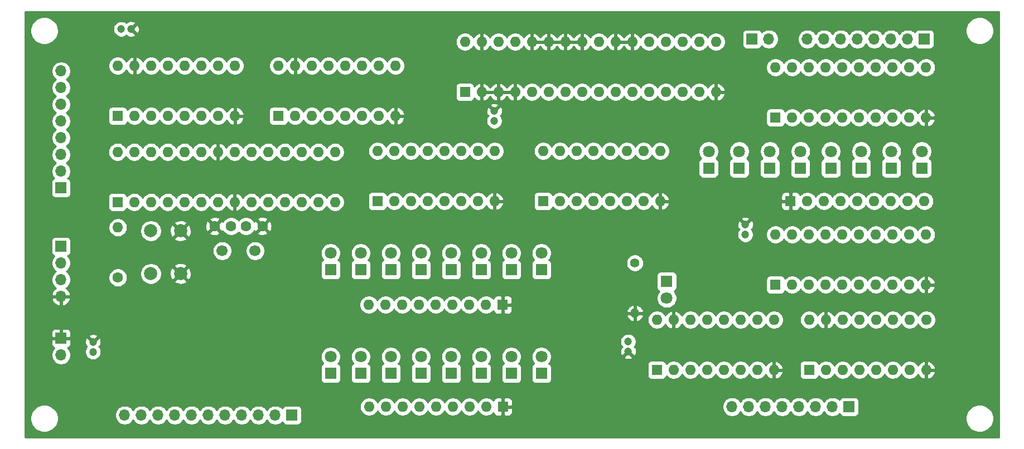
<source format=gbr>
%TF.GenerationSoftware,KiCad,Pcbnew,(5.1.9-0-10_14)*%
%TF.CreationDate,2021-05-02T01:57:54-04:00*%
%TF.ProjectId,RAM_PROGRAMMER,52414d5f-5052-44f4-9752-414d4d45522e,rev?*%
%TF.SameCoordinates,Original*%
%TF.FileFunction,Copper,L4,Bot*%
%TF.FilePolarity,Positive*%
%FSLAX46Y46*%
G04 Gerber Fmt 4.6, Leading zero omitted, Abs format (unit mm)*
G04 Created by KiCad (PCBNEW (5.1.9-0-10_14)) date 2021-05-02 01:57:54*
%MOMM*%
%LPD*%
G01*
G04 APERTURE LIST*
%TA.AperFunction,ComponentPad*%
%ADD10O,1.400000X1.400000*%
%TD*%
%TA.AperFunction,ComponentPad*%
%ADD11C,1.400000*%
%TD*%
%TA.AperFunction,ComponentPad*%
%ADD12C,1.800000*%
%TD*%
%TA.AperFunction,ComponentPad*%
%ADD13R,1.800000X1.800000*%
%TD*%
%TA.AperFunction,ComponentPad*%
%ADD14O,1.700000X1.700000*%
%TD*%
%TA.AperFunction,ComponentPad*%
%ADD15R,1.700000X1.700000*%
%TD*%
%TA.AperFunction,ComponentPad*%
%ADD16C,1.200000*%
%TD*%
%TA.AperFunction,ComponentPad*%
%ADD17O,1.600000X1.600000*%
%TD*%
%TA.AperFunction,ComponentPad*%
%ADD18R,1.600000X1.600000*%
%TD*%
%TA.AperFunction,ComponentPad*%
%ADD19C,1.700000*%
%TD*%
%TA.AperFunction,ComponentPad*%
%ADD20C,2.000000*%
%TD*%
%TA.AperFunction,ComponentPad*%
%ADD21C,1.600000*%
%TD*%
%TA.AperFunction,Conductor*%
%ADD22C,0.254000*%
%TD*%
%TA.AperFunction,Conductor*%
%ADD23C,0.100000*%
%TD*%
G04 APERTURE END LIST*
D10*
%TO.P,R2,2*%
%TO.N,GND*%
X174220000Y-122174000D03*
D11*
%TO.P,R2,1*%
%TO.N,Net-(D25-Pad1)*%
X174220000Y-114554000D03*
%TD*%
D12*
%TO.P,D25,2*%
%TO.N,/RAM_WE*%
X179046000Y-119888000D03*
D13*
%TO.P,D25,1*%
%TO.N,Net-(D25-Pad1)*%
X179046000Y-117348000D03*
%TD*%
D14*
%TO.P,J7,11*%
%TO.N,Net-(J7-Pad11)*%
X96750000Y-137668000D03*
%TO.P,J7,10*%
%TO.N,Net-(J7-Pad10)*%
X99290000Y-137668000D03*
%TO.P,J7,9*%
%TO.N,Net-(J7-Pad9)*%
X101830000Y-137668000D03*
%TO.P,J7,8*%
%TO.N,Net-(J7-Pad8)*%
X104370000Y-137668000D03*
%TO.P,J7,7*%
%TO.N,Net-(J7-Pad7)*%
X106910000Y-137668000D03*
%TO.P,J7,6*%
%TO.N,Net-(J7-Pad6)*%
X109450000Y-137668000D03*
%TO.P,J7,5*%
%TO.N,Net-(J7-Pad5)*%
X111990000Y-137668000D03*
%TO.P,J7,4*%
%TO.N,Net-(J7-Pad4)*%
X114530000Y-137668000D03*
%TO.P,J7,3*%
%TO.N,Net-(J7-Pad3)*%
X117070000Y-137668000D03*
%TO.P,J7,2*%
%TO.N,Net-(J7-Pad2)*%
X119610000Y-137668000D03*
D15*
%TO.P,J7,1*%
%TO.N,Net-(J7-Pad1)*%
X122150000Y-137668000D03*
%TD*%
D14*
%TO.P,J6,4*%
%TO.N,GND*%
X87098000Y-119634000D03*
%TO.P,J6,3*%
%TO.N,/RESET*%
X87098000Y-117094000D03*
%TO.P,J6,2*%
%TO.N,/TX*%
X87098000Y-114554000D03*
D15*
%TO.P,J6,1*%
%TO.N,/RX*%
X87098000Y-112014000D03*
%TD*%
D16*
%TO.P,C7,2*%
%TO.N,GND*%
X97742000Y-78994000D03*
%TO.P,C7,1*%
%TO.N,+5V*%
X96242000Y-78994000D03*
%TD*%
D14*
%TO.P,J5,2*%
%TO.N,/RAM_OUT*%
X194540000Y-80518000D03*
D15*
%TO.P,J5,1*%
%TO.N,/RAM_READY*%
X192000000Y-80518000D03*
%TD*%
D17*
%TO.P,U10,20*%
%TO.N,+5V*%
X195556000Y-84836000D03*
%TO.P,U10,10*%
%TO.N,GND*%
X218416000Y-92456000D03*
%TO.P,U10,19*%
%TO.N,/RAM_OUT*%
X198096000Y-84836000D03*
%TO.P,U10,9*%
%TO.N,Net-(D8-Pad2)*%
X215876000Y-92456000D03*
%TO.P,U10,18*%
%TO.N,Net-(J4-Pad8)*%
X200636000Y-84836000D03*
%TO.P,U10,8*%
%TO.N,Net-(D7-Pad2)*%
X213336000Y-92456000D03*
%TO.P,U10,17*%
%TO.N,Net-(J4-Pad7)*%
X203176000Y-84836000D03*
%TO.P,U10,7*%
%TO.N,Net-(D6-Pad2)*%
X210796000Y-92456000D03*
%TO.P,U10,16*%
%TO.N,Net-(J4-Pad6)*%
X205716000Y-84836000D03*
%TO.P,U10,6*%
%TO.N,Net-(D5-Pad2)*%
X208256000Y-92456000D03*
%TO.P,U10,15*%
%TO.N,Net-(J4-Pad5)*%
X208256000Y-84836000D03*
%TO.P,U10,5*%
%TO.N,Net-(D4-Pad2)*%
X205716000Y-92456000D03*
%TO.P,U10,14*%
%TO.N,Net-(J4-Pad4)*%
X210796000Y-84836000D03*
%TO.P,U10,4*%
%TO.N,Net-(D3-Pad2)*%
X203176000Y-92456000D03*
%TO.P,U10,13*%
%TO.N,Net-(J4-Pad3)*%
X213336000Y-84836000D03*
%TO.P,U10,3*%
%TO.N,Net-(D2-Pad2)*%
X200636000Y-92456000D03*
%TO.P,U10,12*%
%TO.N,Net-(J4-Pad2)*%
X215876000Y-84836000D03*
%TO.P,U10,2*%
%TO.N,Net-(D1-Pad2)*%
X198096000Y-92456000D03*
%TO.P,U10,11*%
%TO.N,Net-(J4-Pad1)*%
X218416000Y-84836000D03*
D18*
%TO.P,U10,1*%
%TO.N,+5V*%
X195556000Y-92456000D03*
%TD*%
D16*
%TO.P,C6,2*%
%TO.N,GND*%
X173204000Y-127992000D03*
%TO.P,C6,1*%
%TO.N,+5V*%
X173204000Y-126492000D03*
%TD*%
D14*
%TO.P,J4,8*%
%TO.N,Net-(J4-Pad8)*%
X200382000Y-80518000D03*
%TO.P,J4,7*%
%TO.N,Net-(J4-Pad7)*%
X202922000Y-80518000D03*
%TO.P,J4,6*%
%TO.N,Net-(J4-Pad6)*%
X205462000Y-80518000D03*
%TO.P,J4,5*%
%TO.N,Net-(J4-Pad5)*%
X208002000Y-80518000D03*
%TO.P,J4,4*%
%TO.N,Net-(J4-Pad4)*%
X210542000Y-80518000D03*
%TO.P,J4,3*%
%TO.N,Net-(J4-Pad3)*%
X213082000Y-80518000D03*
%TO.P,J4,2*%
%TO.N,Net-(J4-Pad2)*%
X215622000Y-80518000D03*
D15*
%TO.P,J4,1*%
%TO.N,Net-(J4-Pad1)*%
X218162000Y-80518000D03*
%TD*%
D19*
%TO.P,Y1,2*%
%TO.N,Net-(C2-Pad2)*%
X116558000Y-112698000D03*
%TO.P,Y1,1*%
%TO.N,Net-(C1-Pad2)*%
X111558000Y-112698000D03*
%TD*%
D17*
%TO.P,U9,16*%
%TO.N,+5V*%
X177546000Y-123190000D03*
%TO.P,U9,8*%
%TO.N,GND*%
X195326000Y-130810000D03*
%TO.P,U9,15*%
X180086000Y-123190000D03*
%TO.P,U9,7*%
%TO.N,/DATA6*%
X192786000Y-130810000D03*
%TO.P,U9,14*%
%TO.N,/D8*%
X182626000Y-123190000D03*
%TO.P,U9,6*%
%TO.N,/DATA_IN6*%
X190246000Y-130810000D03*
%TO.P,U9,13*%
%TO.N,/DATA_IN8*%
X185166000Y-123190000D03*
%TO.P,U9,5*%
%TO.N,/D6*%
X187706000Y-130810000D03*
%TO.P,U9,12*%
%TO.N,/DATA8*%
X187706000Y-123190000D03*
%TO.P,U9,4*%
%TO.N,/DATA5*%
X185166000Y-130810000D03*
%TO.P,U9,11*%
%TO.N,/D7*%
X190246000Y-123190000D03*
%TO.P,U9,3*%
%TO.N,/DATA_IN5*%
X182626000Y-130810000D03*
%TO.P,U9,10*%
%TO.N,/DATA_IN7*%
X192786000Y-123190000D03*
%TO.P,U9,2*%
%TO.N,/D5*%
X180086000Y-130810000D03*
%TO.P,U9,9*%
%TO.N,/DATA7*%
X195326000Y-123190000D03*
D18*
%TO.P,U9,1*%
%TO.N,/RAM_WE*%
X177546000Y-130810000D03*
%TD*%
D17*
%TO.P,U8,16*%
%TO.N,+5V*%
X200660000Y-123190000D03*
%TO.P,U8,8*%
%TO.N,GND*%
X218440000Y-130810000D03*
%TO.P,U8,15*%
X203200000Y-123190000D03*
%TO.P,U8,7*%
%TO.N,/DATA2*%
X215900000Y-130810000D03*
%TO.P,U8,14*%
%TO.N,/D4*%
X205740000Y-123190000D03*
%TO.P,U8,6*%
%TO.N,/DATA_IN2*%
X213360000Y-130810000D03*
%TO.P,U8,13*%
%TO.N,/DATA_IN4*%
X208280000Y-123190000D03*
%TO.P,U8,5*%
%TO.N,/D2*%
X210820000Y-130810000D03*
%TO.P,U8,12*%
%TO.N,/DATA4*%
X210820000Y-123190000D03*
%TO.P,U8,4*%
%TO.N,/DATA1*%
X208280000Y-130810000D03*
%TO.P,U8,11*%
%TO.N,/D3*%
X213360000Y-123190000D03*
%TO.P,U8,3*%
%TO.N,/DATA_IN1*%
X205740000Y-130810000D03*
%TO.P,U8,10*%
%TO.N,/DATA_IN3*%
X215900000Y-123190000D03*
%TO.P,U8,2*%
%TO.N,/D1*%
X203200000Y-130810000D03*
%TO.P,U8,9*%
%TO.N,/DATA3*%
X218440000Y-123190000D03*
D18*
%TO.P,U8,1*%
%TO.N,/PROG_RAM_WE*%
X200660000Y-130810000D03*
%TD*%
D17*
%TO.P,U7,16*%
%TO.N,+5V*%
X95710000Y-84582000D03*
%TO.P,U7,8*%
%TO.N,GND*%
X113490000Y-92202000D03*
%TO.P,U7,15*%
X98250000Y-84582000D03*
%TO.P,U7,7*%
%TO.N,/A6*%
X110950000Y-92202000D03*
%TO.P,U7,14*%
%TO.N,/ADR8*%
X100790000Y-84582000D03*
%TO.P,U7,6*%
%TO.N,/ADR_IN6*%
X108410000Y-92202000D03*
%TO.P,U7,13*%
%TO.N,/ADR_IN8*%
X103330000Y-84582000D03*
%TO.P,U7,5*%
%TO.N,/ADR6*%
X105870000Y-92202000D03*
%TO.P,U7,12*%
%TO.N,/A8*%
X105870000Y-84582000D03*
%TO.P,U7,4*%
%TO.N,/A5*%
X103330000Y-92202000D03*
%TO.P,U7,11*%
%TO.N,/ADR7*%
X108410000Y-84582000D03*
%TO.P,U7,3*%
%TO.N,/ADR_IN5*%
X100790000Y-92202000D03*
%TO.P,U7,10*%
%TO.N,/ADR_IN7*%
X110950000Y-84582000D03*
%TO.P,U7,2*%
%TO.N,/ADR5*%
X98250000Y-92202000D03*
%TO.P,U7,9*%
%TO.N,/A7*%
X113490000Y-84582000D03*
D18*
%TO.P,U7,1*%
%TO.N,/RAM_WE*%
X95710000Y-92202000D03*
%TD*%
D17*
%TO.P,U6,16*%
%TO.N,+5V*%
X120094000Y-84582000D03*
%TO.P,U6,8*%
%TO.N,GND*%
X137874000Y-92202000D03*
%TO.P,U6,15*%
X122634000Y-84582000D03*
%TO.P,U6,7*%
%TO.N,/A2*%
X135334000Y-92202000D03*
%TO.P,U6,14*%
%TO.N,/ADR4*%
X125174000Y-84582000D03*
%TO.P,U6,6*%
%TO.N,/ADR_IN2*%
X132794000Y-92202000D03*
%TO.P,U6,13*%
%TO.N,/ADR_IN4*%
X127714000Y-84582000D03*
%TO.P,U6,5*%
%TO.N,/ADR2*%
X130254000Y-92202000D03*
%TO.P,U6,12*%
%TO.N,/A4*%
X130254000Y-84582000D03*
%TO.P,U6,4*%
%TO.N,/A1*%
X127714000Y-92202000D03*
%TO.P,U6,11*%
%TO.N,/ADR3*%
X132794000Y-84582000D03*
%TO.P,U6,3*%
%TO.N,/ADR_IN1*%
X125174000Y-92202000D03*
%TO.P,U6,10*%
%TO.N,/ADR_IN3*%
X135334000Y-84582000D03*
%TO.P,U6,2*%
%TO.N,/ADR1*%
X122634000Y-92202000D03*
%TO.P,U6,9*%
%TO.N,/A3*%
X137874000Y-84582000D03*
D18*
%TO.P,U6,1*%
%TO.N,/RAM_WE*%
X120094000Y-92202000D03*
%TD*%
%TO.P,U5,1*%
%TO.N,/D7*%
X160274000Y-105156000D03*
D17*
%TO.P,U5,9*%
%TO.N,Net-(U5-Pad9)*%
X178054000Y-97536000D03*
%TO.P,U5,2*%
%TO.N,/D6*%
X162814000Y-105156000D03*
%TO.P,U5,10*%
%TO.N,+5V*%
X175514000Y-97536000D03*
%TO.P,U5,3*%
%TO.N,/D5*%
X165354000Y-105156000D03*
%TO.P,U5,11*%
%TO.N,/SH_CLK*%
X172974000Y-97536000D03*
%TO.P,U5,4*%
%TO.N,/D4*%
X167894000Y-105156000D03*
%TO.P,U5,12*%
%TO.N,/SH_LATCH*%
X170434000Y-97536000D03*
%TO.P,U5,5*%
%TO.N,/D3*%
X170434000Y-105156000D03*
%TO.P,U5,13*%
%TO.N,/SH_OE*%
X167894000Y-97536000D03*
%TO.P,U5,6*%
%TO.N,/D2*%
X172974000Y-105156000D03*
%TO.P,U5,14*%
%TO.N,Net-(U3-Pad9)*%
X165354000Y-97536000D03*
%TO.P,U5,7*%
%TO.N,/D1*%
X175514000Y-105156000D03*
%TO.P,U5,15*%
%TO.N,/D8*%
X162814000Y-97536000D03*
%TO.P,U5,8*%
%TO.N,GND*%
X178054000Y-105156000D03*
%TO.P,U5,16*%
%TO.N,+5V*%
X160274000Y-97536000D03*
%TD*%
%TO.P,U4,20*%
%TO.N,+5V*%
X195556000Y-110236000D03*
%TO.P,U4,10*%
%TO.N,GND*%
X218416000Y-117856000D03*
%TO.P,U4,19*%
%TO.N,/RAM_WE*%
X198096000Y-110236000D03*
%TO.P,U4,9*%
%TO.N,/DATA1*%
X215876000Y-117856000D03*
%TO.P,U4,18*%
%TO.N,Net-(D1-Pad2)*%
X200636000Y-110236000D03*
%TO.P,U4,8*%
%TO.N,/DATA2*%
X213336000Y-117856000D03*
%TO.P,U4,17*%
%TO.N,Net-(D2-Pad2)*%
X203176000Y-110236000D03*
%TO.P,U4,7*%
%TO.N,/DATA3*%
X210796000Y-117856000D03*
%TO.P,U4,16*%
%TO.N,Net-(D3-Pad2)*%
X205716000Y-110236000D03*
%TO.P,U4,6*%
%TO.N,/DATA4*%
X208256000Y-117856000D03*
%TO.P,U4,15*%
%TO.N,Net-(D4-Pad2)*%
X208256000Y-110236000D03*
%TO.P,U4,5*%
%TO.N,/DATA5*%
X205716000Y-117856000D03*
%TO.P,U4,14*%
%TO.N,Net-(D5-Pad2)*%
X210796000Y-110236000D03*
%TO.P,U4,4*%
%TO.N,/DATA6*%
X203176000Y-117856000D03*
%TO.P,U4,13*%
%TO.N,Net-(D6-Pad2)*%
X213336000Y-110236000D03*
%TO.P,U4,3*%
%TO.N,/DATA7*%
X200636000Y-117856000D03*
%TO.P,U4,12*%
%TO.N,Net-(D7-Pad2)*%
X215876000Y-110236000D03*
%TO.P,U4,2*%
%TO.N,/DATA8*%
X198096000Y-117856000D03*
%TO.P,U4,11*%
%TO.N,Net-(D8-Pad2)*%
X218416000Y-110236000D03*
D18*
%TO.P,U4,1*%
%TO.N,+5V*%
X195556000Y-117856000D03*
%TD*%
D17*
%TO.P,U3,16*%
%TO.N,+5V*%
X135128000Y-97536000D03*
%TO.P,U3,8*%
%TO.N,GND*%
X152908000Y-105156000D03*
%TO.P,U3,15*%
%TO.N,/ADR8*%
X137668000Y-97536000D03*
%TO.P,U3,7*%
%TO.N,/ADR1*%
X150368000Y-105156000D03*
%TO.P,U3,14*%
%TO.N,/SH_DATA*%
X140208000Y-97536000D03*
%TO.P,U3,6*%
%TO.N,/ADR2*%
X147828000Y-105156000D03*
%TO.P,U3,13*%
%TO.N,/SH_OE*%
X142748000Y-97536000D03*
%TO.P,U3,5*%
%TO.N,/ADR3*%
X145288000Y-105156000D03*
%TO.P,U3,12*%
%TO.N,/SH_LATCH*%
X145288000Y-97536000D03*
%TO.P,U3,4*%
%TO.N,/ADR4*%
X142748000Y-105156000D03*
%TO.P,U3,11*%
%TO.N,/SH_CLK*%
X147828000Y-97536000D03*
%TO.P,U3,3*%
%TO.N,/ADR5*%
X140208000Y-105156000D03*
%TO.P,U3,10*%
%TO.N,+5V*%
X150368000Y-97536000D03*
%TO.P,U3,2*%
%TO.N,/ADR6*%
X137668000Y-105156000D03*
%TO.P,U3,9*%
%TO.N,Net-(U3-Pad9)*%
X152908000Y-97536000D03*
D18*
%TO.P,U3,1*%
%TO.N,/ADR7*%
X135128000Y-105156000D03*
%TD*%
D17*
%TO.P,U2,32*%
%TO.N,+5V*%
X148410000Y-80946000D03*
%TO.P,U2,16*%
%TO.N,GND*%
X186510000Y-88566000D03*
%TO.P,U2,31*%
X150950000Y-80946000D03*
%TO.P,U2,15*%
%TO.N,Net-(D6-Pad2)*%
X183970000Y-88566000D03*
%TO.P,U2,30*%
%TO.N,+5V*%
X153490000Y-80946000D03*
%TO.P,U2,14*%
%TO.N,Net-(D7-Pad2)*%
X181430000Y-88566000D03*
%TO.P,U2,29*%
%TO.N,/RAM_WE*%
X156030000Y-80946000D03*
%TO.P,U2,13*%
%TO.N,Net-(D8-Pad2)*%
X178890000Y-88566000D03*
%TO.P,U2,28*%
%TO.N,GND*%
X158570000Y-80946000D03*
%TO.P,U2,12*%
%TO.N,/A1*%
X176350000Y-88566000D03*
%TO.P,U2,27*%
%TO.N,GND*%
X161110000Y-80946000D03*
%TO.P,U2,11*%
%TO.N,/A2*%
X173810000Y-88566000D03*
%TO.P,U2,26*%
%TO.N,GND*%
X163650000Y-80946000D03*
%TO.P,U2,10*%
%TO.N,/A3*%
X171270000Y-88566000D03*
%TO.P,U2,25*%
%TO.N,GND*%
X166190000Y-80946000D03*
%TO.P,U2,9*%
%TO.N,/A4*%
X168730000Y-88566000D03*
%TO.P,U2,24*%
%TO.N,/RAM_OE*%
X168730000Y-80946000D03*
%TO.P,U2,8*%
%TO.N,/A5*%
X166190000Y-88566000D03*
%TO.P,U2,23*%
%TO.N,GND*%
X171270000Y-80946000D03*
%TO.P,U2,7*%
%TO.N,/A6*%
X163650000Y-88566000D03*
%TO.P,U2,22*%
%TO.N,GND*%
X173810000Y-80946000D03*
%TO.P,U2,6*%
%TO.N,/A7*%
X161110000Y-88566000D03*
%TO.P,U2,21*%
%TO.N,Net-(D1-Pad2)*%
X176350000Y-80946000D03*
%TO.P,U2,5*%
%TO.N,/A8*%
X158570000Y-88566000D03*
%TO.P,U2,20*%
%TO.N,Net-(D2-Pad2)*%
X178890000Y-80946000D03*
%TO.P,U2,4*%
%TO.N,GND*%
X156030000Y-88566000D03*
%TO.P,U2,19*%
%TO.N,Net-(D3-Pad2)*%
X181430000Y-80946000D03*
%TO.P,U2,3*%
%TO.N,GND*%
X153490000Y-88566000D03*
%TO.P,U2,18*%
%TO.N,Net-(D4-Pad2)*%
X183970000Y-80946000D03*
%TO.P,U2,2*%
%TO.N,GND*%
X150950000Y-88566000D03*
%TO.P,U2,17*%
%TO.N,Net-(D5-Pad2)*%
X186510000Y-80946000D03*
D18*
%TO.P,U2,1*%
%TO.N,Net-(U2-Pad1)*%
X148410000Y-88566000D03*
%TD*%
D17*
%TO.P,U1,28*%
%TO.N,Net-(J7-Pad11)*%
X95664000Y-97670000D03*
%TO.P,U1,14*%
%TO.N,/RAM_READY*%
X128684000Y-105290000D03*
%TO.P,U1,27*%
%TO.N,Net-(J7-Pad10)*%
X98204000Y-97670000D03*
%TO.P,U1,13*%
%TO.N,/RAM_OE*%
X126144000Y-105290000D03*
%TO.P,U1,26*%
%TO.N,Net-(J7-Pad9)*%
X100744000Y-97670000D03*
%TO.P,U1,12*%
%TO.N,/RAM_WE*%
X123604000Y-105290000D03*
%TO.P,U1,25*%
%TO.N,Net-(J7-Pad8)*%
X103284000Y-97670000D03*
%TO.P,U1,11*%
%TO.N,/SH_OE*%
X121064000Y-105290000D03*
%TO.P,U1,24*%
%TO.N,Net-(J7-Pad7)*%
X105824000Y-97670000D03*
%TO.P,U1,10*%
%TO.N,Net-(C2-Pad2)*%
X118524000Y-105290000D03*
%TO.P,U1,23*%
%TO.N,Net-(J7-Pad6)*%
X108364000Y-97670000D03*
%TO.P,U1,9*%
%TO.N,Net-(C1-Pad2)*%
X115984000Y-105290000D03*
%TO.P,U1,22*%
%TO.N,GND*%
X110904000Y-97670000D03*
%TO.P,U1,8*%
X113444000Y-105290000D03*
%TO.P,U1,21*%
%TO.N,Net-(U1-Pad21)*%
X113444000Y-97670000D03*
%TO.P,U1,7*%
%TO.N,+5V*%
X110904000Y-105290000D03*
%TO.P,U1,20*%
X115984000Y-97670000D03*
%TO.P,U1,6*%
%TO.N,/SH_LATCH*%
X108364000Y-105290000D03*
%TO.P,U1,19*%
%TO.N,Net-(J7-Pad5)*%
X118524000Y-97670000D03*
%TO.P,U1,5*%
%TO.N,/SH_CLK*%
X105824000Y-105290000D03*
%TO.P,U1,18*%
%TO.N,Net-(J7-Pad4)*%
X121064000Y-97670000D03*
%TO.P,U1,4*%
%TO.N,/SH_DATA*%
X103284000Y-105290000D03*
%TO.P,U1,17*%
%TO.N,Net-(J7-Pad3)*%
X123604000Y-97670000D03*
%TO.P,U1,3*%
%TO.N,/TX*%
X100744000Y-105290000D03*
%TO.P,U1,16*%
%TO.N,Net-(J7-Pad2)*%
X126144000Y-97670000D03*
%TO.P,U1,2*%
%TO.N,/RX*%
X98204000Y-105290000D03*
%TO.P,U1,15*%
%TO.N,Net-(J7-Pad1)*%
X128684000Y-97670000D03*
D18*
%TO.P,U1,1*%
%TO.N,/RESET*%
X95664000Y-105290000D03*
%TD*%
D20*
%TO.P,SW1,1*%
%TO.N,GND*%
X105230000Y-116174000D03*
%TO.P,SW1,2*%
%TO.N,/RESET*%
X100730000Y-116174000D03*
%TO.P,SW1,1*%
%TO.N,GND*%
X105230000Y-109674000D03*
%TO.P,SW1,2*%
%TO.N,/RESET*%
X100730000Y-109674000D03*
%TD*%
D17*
%TO.P,RN3,9*%
%TO.N,Net-(D10-Pad1)*%
X133834000Y-120904000D03*
%TO.P,RN3,8*%
%TO.N,Net-(D12-Pad1)*%
X136374000Y-120904000D03*
%TO.P,RN3,7*%
%TO.N,Net-(D14-Pad1)*%
X138914000Y-120904000D03*
%TO.P,RN3,6*%
%TO.N,Net-(D16-Pad1)*%
X141454000Y-120904000D03*
%TO.P,RN3,5*%
%TO.N,Net-(D18-Pad1)*%
X143994000Y-120904000D03*
%TO.P,RN3,4*%
%TO.N,Net-(D20-Pad1)*%
X146534000Y-120904000D03*
%TO.P,RN3,3*%
%TO.N,Net-(D22-Pad1)*%
X149074000Y-120904000D03*
%TO.P,RN3,2*%
%TO.N,Net-(D24-Pad1)*%
X151614000Y-120904000D03*
D18*
%TO.P,RN3,1*%
%TO.N,GND*%
X154154000Y-120904000D03*
%TD*%
D17*
%TO.P,RN2,9*%
%TO.N,Net-(D9-Pad1)*%
X133858000Y-136398000D03*
%TO.P,RN2,8*%
%TO.N,Net-(D11-Pad1)*%
X136398000Y-136398000D03*
%TO.P,RN2,7*%
%TO.N,Net-(D13-Pad1)*%
X138938000Y-136398000D03*
%TO.P,RN2,6*%
%TO.N,Net-(D15-Pad1)*%
X141478000Y-136398000D03*
%TO.P,RN2,5*%
%TO.N,Net-(D17-Pad1)*%
X144018000Y-136398000D03*
%TO.P,RN2,4*%
%TO.N,Net-(D19-Pad1)*%
X146558000Y-136398000D03*
%TO.P,RN2,3*%
%TO.N,Net-(D21-Pad1)*%
X149098000Y-136398000D03*
%TO.P,RN2,2*%
%TO.N,Net-(D23-Pad1)*%
X151638000Y-136398000D03*
D18*
%TO.P,RN2,1*%
%TO.N,GND*%
X154178000Y-136398000D03*
%TD*%
D17*
%TO.P,RN1,9*%
%TO.N,Net-(D8-Pad1)*%
X218162000Y-105156000D03*
%TO.P,RN1,8*%
%TO.N,Net-(D7-Pad1)*%
X215622000Y-105156000D03*
%TO.P,RN1,7*%
%TO.N,Net-(D6-Pad1)*%
X213082000Y-105156000D03*
%TO.P,RN1,6*%
%TO.N,Net-(D5-Pad1)*%
X210542000Y-105156000D03*
%TO.P,RN1,5*%
%TO.N,Net-(D4-Pad1)*%
X208002000Y-105156000D03*
%TO.P,RN1,4*%
%TO.N,Net-(D3-Pad1)*%
X205462000Y-105156000D03*
%TO.P,RN1,3*%
%TO.N,Net-(D2-Pad1)*%
X202922000Y-105156000D03*
%TO.P,RN1,2*%
%TO.N,Net-(D1-Pad1)*%
X200382000Y-105156000D03*
D18*
%TO.P,RN1,1*%
%TO.N,GND*%
X197842000Y-105156000D03*
%TD*%
D17*
%TO.P,R1,2*%
%TO.N,/RESET*%
X95730000Y-109154000D03*
D21*
%TO.P,R1,1*%
%TO.N,+5V*%
X95730000Y-116774000D03*
%TD*%
D14*
%TO.P,J3,8*%
%TO.N,/DATA_IN8*%
X188952000Y-136398000D03*
%TO.P,J3,7*%
%TO.N,/DATA_IN7*%
X191492000Y-136398000D03*
%TO.P,J3,6*%
%TO.N,/DATA_IN6*%
X194032000Y-136398000D03*
%TO.P,J3,5*%
%TO.N,/DATA_IN5*%
X196572000Y-136398000D03*
%TO.P,J3,4*%
%TO.N,/DATA_IN4*%
X199112000Y-136398000D03*
%TO.P,J3,3*%
%TO.N,/DATA_IN3*%
X201652000Y-136398000D03*
%TO.P,J3,2*%
%TO.N,/DATA_IN2*%
X204192000Y-136398000D03*
D15*
%TO.P,J3,1*%
%TO.N,/DATA_IN1*%
X206732000Y-136398000D03*
%TD*%
D14*
%TO.P,J2,8*%
%TO.N,/ADR_IN8*%
X87098000Y-85368000D03*
%TO.P,J2,7*%
%TO.N,/ADR_IN7*%
X87098000Y-87908000D03*
%TO.P,J2,6*%
%TO.N,/ADR_IN6*%
X87098000Y-90448000D03*
%TO.P,J2,5*%
%TO.N,/ADR_IN5*%
X87098000Y-92988000D03*
%TO.P,J2,4*%
%TO.N,/ADR_IN4*%
X87098000Y-95528000D03*
%TO.P,J2,3*%
%TO.N,/ADR_IN3*%
X87098000Y-98068000D03*
%TO.P,J2,2*%
%TO.N,/ADR_IN2*%
X87098000Y-100608000D03*
D15*
%TO.P,J2,1*%
%TO.N,/ADR_IN1*%
X87098000Y-103148000D03*
%TD*%
D14*
%TO.P,J1,2*%
%TO.N,+5V*%
X87098000Y-128524000D03*
D15*
%TO.P,J1,1*%
%TO.N,GND*%
X87098000Y-125984000D03*
%TD*%
D12*
%TO.P,D24,2*%
%TO.N,/ADR1*%
X160020000Y-113030000D03*
D13*
%TO.P,D24,1*%
%TO.N,Net-(D24-Pad1)*%
X160020000Y-115570000D03*
%TD*%
D12*
%TO.P,D23,2*%
%TO.N,/D1*%
X160020000Y-128778000D03*
D13*
%TO.P,D23,1*%
%TO.N,Net-(D23-Pad1)*%
X160020000Y-131318000D03*
%TD*%
D12*
%TO.P,D22,2*%
%TO.N,/ADR2*%
X155448000Y-113030000D03*
D13*
%TO.P,D22,1*%
%TO.N,Net-(D22-Pad1)*%
X155448000Y-115570000D03*
%TD*%
D12*
%TO.P,D21,2*%
%TO.N,/D2*%
X155448000Y-128778000D03*
D13*
%TO.P,D21,1*%
%TO.N,Net-(D21-Pad1)*%
X155448000Y-131318000D03*
%TD*%
D12*
%TO.P,D20,2*%
%TO.N,/ADR3*%
X150876000Y-113030000D03*
D13*
%TO.P,D20,1*%
%TO.N,Net-(D20-Pad1)*%
X150876000Y-115570000D03*
%TD*%
D12*
%TO.P,D19,2*%
%TO.N,/D3*%
X150876000Y-128778000D03*
D13*
%TO.P,D19,1*%
%TO.N,Net-(D19-Pad1)*%
X150876000Y-131318000D03*
%TD*%
D12*
%TO.P,D18,2*%
%TO.N,/ADR4*%
X146304000Y-113030000D03*
D13*
%TO.P,D18,1*%
%TO.N,Net-(D18-Pad1)*%
X146304000Y-115570000D03*
%TD*%
D12*
%TO.P,D17,2*%
%TO.N,/D4*%
X146304000Y-128778000D03*
D13*
%TO.P,D17,1*%
%TO.N,Net-(D17-Pad1)*%
X146304000Y-131318000D03*
%TD*%
D12*
%TO.P,D16,2*%
%TO.N,/ADR5*%
X141732000Y-113030000D03*
D13*
%TO.P,D16,1*%
%TO.N,Net-(D16-Pad1)*%
X141732000Y-115570000D03*
%TD*%
D12*
%TO.P,D15,2*%
%TO.N,/D5*%
X141732000Y-128778000D03*
D13*
%TO.P,D15,1*%
%TO.N,Net-(D15-Pad1)*%
X141732000Y-131318000D03*
%TD*%
D12*
%TO.P,D14,2*%
%TO.N,/ADR6*%
X137160000Y-113030000D03*
D13*
%TO.P,D14,1*%
%TO.N,Net-(D14-Pad1)*%
X137160000Y-115570000D03*
%TD*%
D12*
%TO.P,D13,2*%
%TO.N,/D6*%
X137160000Y-128778000D03*
D13*
%TO.P,D13,1*%
%TO.N,Net-(D13-Pad1)*%
X137160000Y-131318000D03*
%TD*%
D12*
%TO.P,D12,2*%
%TO.N,/ADR7*%
X132588000Y-113030000D03*
D13*
%TO.P,D12,1*%
%TO.N,Net-(D12-Pad1)*%
X132588000Y-115570000D03*
%TD*%
D12*
%TO.P,D11,2*%
%TO.N,/D7*%
X132588000Y-128778000D03*
D13*
%TO.P,D11,1*%
%TO.N,Net-(D11-Pad1)*%
X132588000Y-131318000D03*
%TD*%
D12*
%TO.P,D10,2*%
%TO.N,/ADR8*%
X128016000Y-113030000D03*
D13*
%TO.P,D10,1*%
%TO.N,Net-(D10-Pad1)*%
X128016000Y-115570000D03*
%TD*%
D12*
%TO.P,D9,2*%
%TO.N,/D8*%
X128016000Y-128778000D03*
D13*
%TO.P,D9,1*%
%TO.N,Net-(D9-Pad1)*%
X128016000Y-131318000D03*
%TD*%
D12*
%TO.P,D8,2*%
%TO.N,Net-(D8-Pad2)*%
X217754000Y-97572000D03*
D13*
%TO.P,D8,1*%
%TO.N,Net-(D8-Pad1)*%
X217754000Y-100112000D03*
%TD*%
D12*
%TO.P,D7,2*%
%TO.N,Net-(D7-Pad2)*%
X213154000Y-97572000D03*
D13*
%TO.P,D7,1*%
%TO.N,Net-(D7-Pad1)*%
X213154000Y-100112000D03*
%TD*%
D12*
%TO.P,D6,2*%
%TO.N,Net-(D6-Pad2)*%
X208554000Y-97572000D03*
D13*
%TO.P,D6,1*%
%TO.N,Net-(D6-Pad1)*%
X208554000Y-100112000D03*
%TD*%
D12*
%TO.P,D5,2*%
%TO.N,Net-(D5-Pad2)*%
X203954000Y-97572000D03*
D13*
%TO.P,D5,1*%
%TO.N,Net-(D5-Pad1)*%
X203954000Y-100112000D03*
%TD*%
D12*
%TO.P,D4,2*%
%TO.N,Net-(D4-Pad2)*%
X199354000Y-97572000D03*
D13*
%TO.P,D4,1*%
%TO.N,Net-(D4-Pad1)*%
X199354000Y-100112000D03*
%TD*%
D12*
%TO.P,D3,2*%
%TO.N,Net-(D3-Pad2)*%
X194704000Y-97572000D03*
D13*
%TO.P,D3,1*%
%TO.N,Net-(D3-Pad1)*%
X194704000Y-100112000D03*
%TD*%
D12*
%TO.P,D2,2*%
%TO.N,Net-(D2-Pad2)*%
X190054000Y-97572000D03*
D13*
%TO.P,D2,1*%
%TO.N,Net-(D2-Pad1)*%
X190054000Y-100112000D03*
%TD*%
D12*
%TO.P,D1,2*%
%TO.N,Net-(D1-Pad2)*%
X185404000Y-97572000D03*
D13*
%TO.P,D1,1*%
%TO.N,Net-(D1-Pad1)*%
X185404000Y-100112000D03*
%TD*%
D16*
%TO.P,C5,2*%
%TO.N,GND*%
X190984000Y-108736000D03*
%TO.P,C5,1*%
%TO.N,+5V*%
X190984000Y-110236000D03*
%TD*%
%TO.P,C4,2*%
%TO.N,GND*%
X152884000Y-91464000D03*
%TO.P,C4,1*%
%TO.N,+5V*%
X152884000Y-92964000D03*
%TD*%
%TO.P,C3,2*%
%TO.N,GND*%
X91948000Y-126550000D03*
%TO.P,C3,1*%
%TO.N,+5V*%
X91948000Y-128050000D03*
%TD*%
D21*
%TO.P,C2,2*%
%TO.N,Net-(C2-Pad2)*%
X115178000Y-108952000D03*
%TO.P,C2,1*%
%TO.N,GND*%
X117678000Y-108952000D03*
%TD*%
%TO.P,C1,2*%
%TO.N,Net-(C1-Pad2)*%
X112916000Y-108966000D03*
%TO.P,C1,1*%
%TO.N,GND*%
X110416000Y-108966000D03*
%TD*%
D22*
%TO.N,GND*%
X229440000Y-141072000D02*
X81662000Y-141072000D01*
X81662000Y-137965721D01*
X82423000Y-137965721D01*
X82423000Y-138386279D01*
X82505047Y-138798756D01*
X82665988Y-139187302D01*
X82899637Y-139536983D01*
X83197017Y-139834363D01*
X83546698Y-140068012D01*
X83935244Y-140228953D01*
X84347721Y-140311000D01*
X84768279Y-140311000D01*
X85180756Y-140228953D01*
X85569302Y-140068012D01*
X85918983Y-139834363D01*
X86216363Y-139536983D01*
X86450012Y-139187302D01*
X86610953Y-138798756D01*
X86693000Y-138386279D01*
X86693000Y-137965721D01*
X86610953Y-137553244D01*
X86597904Y-137521740D01*
X95265000Y-137521740D01*
X95265000Y-137814260D01*
X95322068Y-138101158D01*
X95434010Y-138371411D01*
X95596525Y-138614632D01*
X95803368Y-138821475D01*
X96046589Y-138983990D01*
X96316842Y-139095932D01*
X96603740Y-139153000D01*
X96896260Y-139153000D01*
X97183158Y-139095932D01*
X97453411Y-138983990D01*
X97696632Y-138821475D01*
X97903475Y-138614632D01*
X98020000Y-138440240D01*
X98136525Y-138614632D01*
X98343368Y-138821475D01*
X98586589Y-138983990D01*
X98856842Y-139095932D01*
X99143740Y-139153000D01*
X99436260Y-139153000D01*
X99723158Y-139095932D01*
X99993411Y-138983990D01*
X100236632Y-138821475D01*
X100443475Y-138614632D01*
X100560000Y-138440240D01*
X100676525Y-138614632D01*
X100883368Y-138821475D01*
X101126589Y-138983990D01*
X101396842Y-139095932D01*
X101683740Y-139153000D01*
X101976260Y-139153000D01*
X102263158Y-139095932D01*
X102533411Y-138983990D01*
X102776632Y-138821475D01*
X102983475Y-138614632D01*
X103100000Y-138440240D01*
X103216525Y-138614632D01*
X103423368Y-138821475D01*
X103666589Y-138983990D01*
X103936842Y-139095932D01*
X104223740Y-139153000D01*
X104516260Y-139153000D01*
X104803158Y-139095932D01*
X105073411Y-138983990D01*
X105316632Y-138821475D01*
X105523475Y-138614632D01*
X105640000Y-138440240D01*
X105756525Y-138614632D01*
X105963368Y-138821475D01*
X106206589Y-138983990D01*
X106476842Y-139095932D01*
X106763740Y-139153000D01*
X107056260Y-139153000D01*
X107343158Y-139095932D01*
X107613411Y-138983990D01*
X107856632Y-138821475D01*
X108063475Y-138614632D01*
X108180000Y-138440240D01*
X108296525Y-138614632D01*
X108503368Y-138821475D01*
X108746589Y-138983990D01*
X109016842Y-139095932D01*
X109303740Y-139153000D01*
X109596260Y-139153000D01*
X109883158Y-139095932D01*
X110153411Y-138983990D01*
X110396632Y-138821475D01*
X110603475Y-138614632D01*
X110720000Y-138440240D01*
X110836525Y-138614632D01*
X111043368Y-138821475D01*
X111286589Y-138983990D01*
X111556842Y-139095932D01*
X111843740Y-139153000D01*
X112136260Y-139153000D01*
X112423158Y-139095932D01*
X112693411Y-138983990D01*
X112936632Y-138821475D01*
X113143475Y-138614632D01*
X113260000Y-138440240D01*
X113376525Y-138614632D01*
X113583368Y-138821475D01*
X113826589Y-138983990D01*
X114096842Y-139095932D01*
X114383740Y-139153000D01*
X114676260Y-139153000D01*
X114963158Y-139095932D01*
X115233411Y-138983990D01*
X115476632Y-138821475D01*
X115683475Y-138614632D01*
X115800000Y-138440240D01*
X115916525Y-138614632D01*
X116123368Y-138821475D01*
X116366589Y-138983990D01*
X116636842Y-139095932D01*
X116923740Y-139153000D01*
X117216260Y-139153000D01*
X117503158Y-139095932D01*
X117773411Y-138983990D01*
X118016632Y-138821475D01*
X118223475Y-138614632D01*
X118340000Y-138440240D01*
X118456525Y-138614632D01*
X118663368Y-138821475D01*
X118906589Y-138983990D01*
X119176842Y-139095932D01*
X119463740Y-139153000D01*
X119756260Y-139153000D01*
X120043158Y-139095932D01*
X120313411Y-138983990D01*
X120556632Y-138821475D01*
X120688487Y-138689620D01*
X120710498Y-138762180D01*
X120769463Y-138872494D01*
X120848815Y-138969185D01*
X120945506Y-139048537D01*
X121055820Y-139107502D01*
X121175518Y-139143812D01*
X121300000Y-139156072D01*
X123000000Y-139156072D01*
X123124482Y-139143812D01*
X123244180Y-139107502D01*
X123354494Y-139048537D01*
X123451185Y-138969185D01*
X123530537Y-138872494D01*
X123589502Y-138762180D01*
X123625812Y-138642482D01*
X123638072Y-138518000D01*
X123638072Y-137965721D01*
X224409000Y-137965721D01*
X224409000Y-138386279D01*
X224491047Y-138798756D01*
X224651988Y-139187302D01*
X224885637Y-139536983D01*
X225183017Y-139834363D01*
X225532698Y-140068012D01*
X225921244Y-140228953D01*
X226333721Y-140311000D01*
X226754279Y-140311000D01*
X227166756Y-140228953D01*
X227555302Y-140068012D01*
X227904983Y-139834363D01*
X228202363Y-139536983D01*
X228436012Y-139187302D01*
X228596953Y-138798756D01*
X228679000Y-138386279D01*
X228679000Y-137965721D01*
X228596953Y-137553244D01*
X228436012Y-137164698D01*
X228202363Y-136815017D01*
X227904983Y-136517637D01*
X227555302Y-136283988D01*
X227166756Y-136123047D01*
X226754279Y-136041000D01*
X226333721Y-136041000D01*
X225921244Y-136123047D01*
X225532698Y-136283988D01*
X225183017Y-136517637D01*
X224885637Y-136815017D01*
X224651988Y-137164698D01*
X224491047Y-137553244D01*
X224409000Y-137965721D01*
X123638072Y-137965721D01*
X123638072Y-136818000D01*
X123625812Y-136693518D01*
X123589502Y-136573820D01*
X123530537Y-136463506D01*
X123451185Y-136366815D01*
X123354494Y-136287463D01*
X123296876Y-136256665D01*
X132423000Y-136256665D01*
X132423000Y-136539335D01*
X132478147Y-136816574D01*
X132586320Y-137077727D01*
X132743363Y-137312759D01*
X132943241Y-137512637D01*
X133178273Y-137669680D01*
X133439426Y-137777853D01*
X133716665Y-137833000D01*
X133999335Y-137833000D01*
X134276574Y-137777853D01*
X134537727Y-137669680D01*
X134772759Y-137512637D01*
X134972637Y-137312759D01*
X135128000Y-137080241D01*
X135283363Y-137312759D01*
X135483241Y-137512637D01*
X135718273Y-137669680D01*
X135979426Y-137777853D01*
X136256665Y-137833000D01*
X136539335Y-137833000D01*
X136816574Y-137777853D01*
X137077727Y-137669680D01*
X137312759Y-137512637D01*
X137512637Y-137312759D01*
X137668000Y-137080241D01*
X137823363Y-137312759D01*
X138023241Y-137512637D01*
X138258273Y-137669680D01*
X138519426Y-137777853D01*
X138796665Y-137833000D01*
X139079335Y-137833000D01*
X139356574Y-137777853D01*
X139617727Y-137669680D01*
X139852759Y-137512637D01*
X140052637Y-137312759D01*
X140208000Y-137080241D01*
X140363363Y-137312759D01*
X140563241Y-137512637D01*
X140798273Y-137669680D01*
X141059426Y-137777853D01*
X141336665Y-137833000D01*
X141619335Y-137833000D01*
X141896574Y-137777853D01*
X142157727Y-137669680D01*
X142392759Y-137512637D01*
X142592637Y-137312759D01*
X142748000Y-137080241D01*
X142903363Y-137312759D01*
X143103241Y-137512637D01*
X143338273Y-137669680D01*
X143599426Y-137777853D01*
X143876665Y-137833000D01*
X144159335Y-137833000D01*
X144436574Y-137777853D01*
X144697727Y-137669680D01*
X144932759Y-137512637D01*
X145132637Y-137312759D01*
X145288000Y-137080241D01*
X145443363Y-137312759D01*
X145643241Y-137512637D01*
X145878273Y-137669680D01*
X146139426Y-137777853D01*
X146416665Y-137833000D01*
X146699335Y-137833000D01*
X146976574Y-137777853D01*
X147237727Y-137669680D01*
X147472759Y-137512637D01*
X147672637Y-137312759D01*
X147828000Y-137080241D01*
X147983363Y-137312759D01*
X148183241Y-137512637D01*
X148418273Y-137669680D01*
X148679426Y-137777853D01*
X148956665Y-137833000D01*
X149239335Y-137833000D01*
X149516574Y-137777853D01*
X149777727Y-137669680D01*
X150012759Y-137512637D01*
X150212637Y-137312759D01*
X150368000Y-137080241D01*
X150523363Y-137312759D01*
X150723241Y-137512637D01*
X150958273Y-137669680D01*
X151219426Y-137777853D01*
X151496665Y-137833000D01*
X151779335Y-137833000D01*
X152056574Y-137777853D01*
X152317727Y-137669680D01*
X152552759Y-137512637D01*
X152751357Y-137314039D01*
X152752188Y-137322482D01*
X152788498Y-137442180D01*
X152847463Y-137552494D01*
X152926815Y-137649185D01*
X153023506Y-137728537D01*
X153133820Y-137787502D01*
X153253518Y-137823812D01*
X153378000Y-137836072D01*
X153892250Y-137833000D01*
X154051000Y-137674250D01*
X154051000Y-136525000D01*
X154305000Y-136525000D01*
X154305000Y-137674250D01*
X154463750Y-137833000D01*
X154978000Y-137836072D01*
X155102482Y-137823812D01*
X155222180Y-137787502D01*
X155332494Y-137728537D01*
X155429185Y-137649185D01*
X155508537Y-137552494D01*
X155567502Y-137442180D01*
X155603812Y-137322482D01*
X155616072Y-137198000D01*
X155613000Y-136683750D01*
X155454250Y-136525000D01*
X154305000Y-136525000D01*
X154051000Y-136525000D01*
X154031000Y-136525000D01*
X154031000Y-136271000D01*
X154051000Y-136271000D01*
X154051000Y-135121750D01*
X154305000Y-135121750D01*
X154305000Y-136271000D01*
X155454250Y-136271000D01*
X155473510Y-136251740D01*
X187467000Y-136251740D01*
X187467000Y-136544260D01*
X187524068Y-136831158D01*
X187636010Y-137101411D01*
X187798525Y-137344632D01*
X188005368Y-137551475D01*
X188248589Y-137713990D01*
X188518842Y-137825932D01*
X188805740Y-137883000D01*
X189098260Y-137883000D01*
X189385158Y-137825932D01*
X189655411Y-137713990D01*
X189898632Y-137551475D01*
X190105475Y-137344632D01*
X190222000Y-137170240D01*
X190338525Y-137344632D01*
X190545368Y-137551475D01*
X190788589Y-137713990D01*
X191058842Y-137825932D01*
X191345740Y-137883000D01*
X191638260Y-137883000D01*
X191925158Y-137825932D01*
X192195411Y-137713990D01*
X192438632Y-137551475D01*
X192645475Y-137344632D01*
X192762000Y-137170240D01*
X192878525Y-137344632D01*
X193085368Y-137551475D01*
X193328589Y-137713990D01*
X193598842Y-137825932D01*
X193885740Y-137883000D01*
X194178260Y-137883000D01*
X194465158Y-137825932D01*
X194735411Y-137713990D01*
X194978632Y-137551475D01*
X195185475Y-137344632D01*
X195302000Y-137170240D01*
X195418525Y-137344632D01*
X195625368Y-137551475D01*
X195868589Y-137713990D01*
X196138842Y-137825932D01*
X196425740Y-137883000D01*
X196718260Y-137883000D01*
X197005158Y-137825932D01*
X197275411Y-137713990D01*
X197518632Y-137551475D01*
X197725475Y-137344632D01*
X197842000Y-137170240D01*
X197958525Y-137344632D01*
X198165368Y-137551475D01*
X198408589Y-137713990D01*
X198678842Y-137825932D01*
X198965740Y-137883000D01*
X199258260Y-137883000D01*
X199545158Y-137825932D01*
X199815411Y-137713990D01*
X200058632Y-137551475D01*
X200265475Y-137344632D01*
X200382000Y-137170240D01*
X200498525Y-137344632D01*
X200705368Y-137551475D01*
X200948589Y-137713990D01*
X201218842Y-137825932D01*
X201505740Y-137883000D01*
X201798260Y-137883000D01*
X202085158Y-137825932D01*
X202355411Y-137713990D01*
X202598632Y-137551475D01*
X202805475Y-137344632D01*
X202922000Y-137170240D01*
X203038525Y-137344632D01*
X203245368Y-137551475D01*
X203488589Y-137713990D01*
X203758842Y-137825932D01*
X204045740Y-137883000D01*
X204338260Y-137883000D01*
X204625158Y-137825932D01*
X204895411Y-137713990D01*
X205138632Y-137551475D01*
X205270487Y-137419620D01*
X205292498Y-137492180D01*
X205351463Y-137602494D01*
X205430815Y-137699185D01*
X205527506Y-137778537D01*
X205637820Y-137837502D01*
X205757518Y-137873812D01*
X205882000Y-137886072D01*
X207582000Y-137886072D01*
X207706482Y-137873812D01*
X207826180Y-137837502D01*
X207936494Y-137778537D01*
X208033185Y-137699185D01*
X208112537Y-137602494D01*
X208171502Y-137492180D01*
X208207812Y-137372482D01*
X208220072Y-137248000D01*
X208220072Y-135548000D01*
X208207812Y-135423518D01*
X208171502Y-135303820D01*
X208112537Y-135193506D01*
X208033185Y-135096815D01*
X207936494Y-135017463D01*
X207826180Y-134958498D01*
X207706482Y-134922188D01*
X207582000Y-134909928D01*
X205882000Y-134909928D01*
X205757518Y-134922188D01*
X205637820Y-134958498D01*
X205527506Y-135017463D01*
X205430815Y-135096815D01*
X205351463Y-135193506D01*
X205292498Y-135303820D01*
X205270487Y-135376380D01*
X205138632Y-135244525D01*
X204895411Y-135082010D01*
X204625158Y-134970068D01*
X204338260Y-134913000D01*
X204045740Y-134913000D01*
X203758842Y-134970068D01*
X203488589Y-135082010D01*
X203245368Y-135244525D01*
X203038525Y-135451368D01*
X202922000Y-135625760D01*
X202805475Y-135451368D01*
X202598632Y-135244525D01*
X202355411Y-135082010D01*
X202085158Y-134970068D01*
X201798260Y-134913000D01*
X201505740Y-134913000D01*
X201218842Y-134970068D01*
X200948589Y-135082010D01*
X200705368Y-135244525D01*
X200498525Y-135451368D01*
X200382000Y-135625760D01*
X200265475Y-135451368D01*
X200058632Y-135244525D01*
X199815411Y-135082010D01*
X199545158Y-134970068D01*
X199258260Y-134913000D01*
X198965740Y-134913000D01*
X198678842Y-134970068D01*
X198408589Y-135082010D01*
X198165368Y-135244525D01*
X197958525Y-135451368D01*
X197842000Y-135625760D01*
X197725475Y-135451368D01*
X197518632Y-135244525D01*
X197275411Y-135082010D01*
X197005158Y-134970068D01*
X196718260Y-134913000D01*
X196425740Y-134913000D01*
X196138842Y-134970068D01*
X195868589Y-135082010D01*
X195625368Y-135244525D01*
X195418525Y-135451368D01*
X195302000Y-135625760D01*
X195185475Y-135451368D01*
X194978632Y-135244525D01*
X194735411Y-135082010D01*
X194465158Y-134970068D01*
X194178260Y-134913000D01*
X193885740Y-134913000D01*
X193598842Y-134970068D01*
X193328589Y-135082010D01*
X193085368Y-135244525D01*
X192878525Y-135451368D01*
X192762000Y-135625760D01*
X192645475Y-135451368D01*
X192438632Y-135244525D01*
X192195411Y-135082010D01*
X191925158Y-134970068D01*
X191638260Y-134913000D01*
X191345740Y-134913000D01*
X191058842Y-134970068D01*
X190788589Y-135082010D01*
X190545368Y-135244525D01*
X190338525Y-135451368D01*
X190222000Y-135625760D01*
X190105475Y-135451368D01*
X189898632Y-135244525D01*
X189655411Y-135082010D01*
X189385158Y-134970068D01*
X189098260Y-134913000D01*
X188805740Y-134913000D01*
X188518842Y-134970068D01*
X188248589Y-135082010D01*
X188005368Y-135244525D01*
X187798525Y-135451368D01*
X187636010Y-135694589D01*
X187524068Y-135964842D01*
X187467000Y-136251740D01*
X155473510Y-136251740D01*
X155613000Y-136112250D01*
X155616072Y-135598000D01*
X155603812Y-135473518D01*
X155567502Y-135353820D01*
X155508537Y-135243506D01*
X155429185Y-135146815D01*
X155332494Y-135067463D01*
X155222180Y-135008498D01*
X155102482Y-134972188D01*
X154978000Y-134959928D01*
X154463750Y-134963000D01*
X154305000Y-135121750D01*
X154051000Y-135121750D01*
X153892250Y-134963000D01*
X153378000Y-134959928D01*
X153253518Y-134972188D01*
X153133820Y-135008498D01*
X153023506Y-135067463D01*
X152926815Y-135146815D01*
X152847463Y-135243506D01*
X152788498Y-135353820D01*
X152752188Y-135473518D01*
X152751357Y-135481961D01*
X152552759Y-135283363D01*
X152317727Y-135126320D01*
X152056574Y-135018147D01*
X151779335Y-134963000D01*
X151496665Y-134963000D01*
X151219426Y-135018147D01*
X150958273Y-135126320D01*
X150723241Y-135283363D01*
X150523363Y-135483241D01*
X150368000Y-135715759D01*
X150212637Y-135483241D01*
X150012759Y-135283363D01*
X149777727Y-135126320D01*
X149516574Y-135018147D01*
X149239335Y-134963000D01*
X148956665Y-134963000D01*
X148679426Y-135018147D01*
X148418273Y-135126320D01*
X148183241Y-135283363D01*
X147983363Y-135483241D01*
X147828000Y-135715759D01*
X147672637Y-135483241D01*
X147472759Y-135283363D01*
X147237727Y-135126320D01*
X146976574Y-135018147D01*
X146699335Y-134963000D01*
X146416665Y-134963000D01*
X146139426Y-135018147D01*
X145878273Y-135126320D01*
X145643241Y-135283363D01*
X145443363Y-135483241D01*
X145288000Y-135715759D01*
X145132637Y-135483241D01*
X144932759Y-135283363D01*
X144697727Y-135126320D01*
X144436574Y-135018147D01*
X144159335Y-134963000D01*
X143876665Y-134963000D01*
X143599426Y-135018147D01*
X143338273Y-135126320D01*
X143103241Y-135283363D01*
X142903363Y-135483241D01*
X142748000Y-135715759D01*
X142592637Y-135483241D01*
X142392759Y-135283363D01*
X142157727Y-135126320D01*
X141896574Y-135018147D01*
X141619335Y-134963000D01*
X141336665Y-134963000D01*
X141059426Y-135018147D01*
X140798273Y-135126320D01*
X140563241Y-135283363D01*
X140363363Y-135483241D01*
X140208000Y-135715759D01*
X140052637Y-135483241D01*
X139852759Y-135283363D01*
X139617727Y-135126320D01*
X139356574Y-135018147D01*
X139079335Y-134963000D01*
X138796665Y-134963000D01*
X138519426Y-135018147D01*
X138258273Y-135126320D01*
X138023241Y-135283363D01*
X137823363Y-135483241D01*
X137668000Y-135715759D01*
X137512637Y-135483241D01*
X137312759Y-135283363D01*
X137077727Y-135126320D01*
X136816574Y-135018147D01*
X136539335Y-134963000D01*
X136256665Y-134963000D01*
X135979426Y-135018147D01*
X135718273Y-135126320D01*
X135483241Y-135283363D01*
X135283363Y-135483241D01*
X135128000Y-135715759D01*
X134972637Y-135483241D01*
X134772759Y-135283363D01*
X134537727Y-135126320D01*
X134276574Y-135018147D01*
X133999335Y-134963000D01*
X133716665Y-134963000D01*
X133439426Y-135018147D01*
X133178273Y-135126320D01*
X132943241Y-135283363D01*
X132743363Y-135483241D01*
X132586320Y-135718273D01*
X132478147Y-135979426D01*
X132423000Y-136256665D01*
X123296876Y-136256665D01*
X123244180Y-136228498D01*
X123124482Y-136192188D01*
X123000000Y-136179928D01*
X121300000Y-136179928D01*
X121175518Y-136192188D01*
X121055820Y-136228498D01*
X120945506Y-136287463D01*
X120848815Y-136366815D01*
X120769463Y-136463506D01*
X120710498Y-136573820D01*
X120688487Y-136646380D01*
X120556632Y-136514525D01*
X120313411Y-136352010D01*
X120043158Y-136240068D01*
X119756260Y-136183000D01*
X119463740Y-136183000D01*
X119176842Y-136240068D01*
X118906589Y-136352010D01*
X118663368Y-136514525D01*
X118456525Y-136721368D01*
X118340000Y-136895760D01*
X118223475Y-136721368D01*
X118016632Y-136514525D01*
X117773411Y-136352010D01*
X117503158Y-136240068D01*
X117216260Y-136183000D01*
X116923740Y-136183000D01*
X116636842Y-136240068D01*
X116366589Y-136352010D01*
X116123368Y-136514525D01*
X115916525Y-136721368D01*
X115800000Y-136895760D01*
X115683475Y-136721368D01*
X115476632Y-136514525D01*
X115233411Y-136352010D01*
X114963158Y-136240068D01*
X114676260Y-136183000D01*
X114383740Y-136183000D01*
X114096842Y-136240068D01*
X113826589Y-136352010D01*
X113583368Y-136514525D01*
X113376525Y-136721368D01*
X113260000Y-136895760D01*
X113143475Y-136721368D01*
X112936632Y-136514525D01*
X112693411Y-136352010D01*
X112423158Y-136240068D01*
X112136260Y-136183000D01*
X111843740Y-136183000D01*
X111556842Y-136240068D01*
X111286589Y-136352010D01*
X111043368Y-136514525D01*
X110836525Y-136721368D01*
X110720000Y-136895760D01*
X110603475Y-136721368D01*
X110396632Y-136514525D01*
X110153411Y-136352010D01*
X109883158Y-136240068D01*
X109596260Y-136183000D01*
X109303740Y-136183000D01*
X109016842Y-136240068D01*
X108746589Y-136352010D01*
X108503368Y-136514525D01*
X108296525Y-136721368D01*
X108180000Y-136895760D01*
X108063475Y-136721368D01*
X107856632Y-136514525D01*
X107613411Y-136352010D01*
X107343158Y-136240068D01*
X107056260Y-136183000D01*
X106763740Y-136183000D01*
X106476842Y-136240068D01*
X106206589Y-136352010D01*
X105963368Y-136514525D01*
X105756525Y-136721368D01*
X105640000Y-136895760D01*
X105523475Y-136721368D01*
X105316632Y-136514525D01*
X105073411Y-136352010D01*
X104803158Y-136240068D01*
X104516260Y-136183000D01*
X104223740Y-136183000D01*
X103936842Y-136240068D01*
X103666589Y-136352010D01*
X103423368Y-136514525D01*
X103216525Y-136721368D01*
X103100000Y-136895760D01*
X102983475Y-136721368D01*
X102776632Y-136514525D01*
X102533411Y-136352010D01*
X102263158Y-136240068D01*
X101976260Y-136183000D01*
X101683740Y-136183000D01*
X101396842Y-136240068D01*
X101126589Y-136352010D01*
X100883368Y-136514525D01*
X100676525Y-136721368D01*
X100560000Y-136895760D01*
X100443475Y-136721368D01*
X100236632Y-136514525D01*
X99993411Y-136352010D01*
X99723158Y-136240068D01*
X99436260Y-136183000D01*
X99143740Y-136183000D01*
X98856842Y-136240068D01*
X98586589Y-136352010D01*
X98343368Y-136514525D01*
X98136525Y-136721368D01*
X98020000Y-136895760D01*
X97903475Y-136721368D01*
X97696632Y-136514525D01*
X97453411Y-136352010D01*
X97183158Y-136240068D01*
X96896260Y-136183000D01*
X96603740Y-136183000D01*
X96316842Y-136240068D01*
X96046589Y-136352010D01*
X95803368Y-136514525D01*
X95596525Y-136721368D01*
X95434010Y-136964589D01*
X95322068Y-137234842D01*
X95265000Y-137521740D01*
X86597904Y-137521740D01*
X86450012Y-137164698D01*
X86216363Y-136815017D01*
X85918983Y-136517637D01*
X85569302Y-136283988D01*
X85180756Y-136123047D01*
X84768279Y-136041000D01*
X84347721Y-136041000D01*
X83935244Y-136123047D01*
X83546698Y-136283988D01*
X83197017Y-136517637D01*
X82899637Y-136815017D01*
X82665988Y-137164698D01*
X82505047Y-137553244D01*
X82423000Y-137965721D01*
X81662000Y-137965721D01*
X81662000Y-130418000D01*
X126477928Y-130418000D01*
X126477928Y-132218000D01*
X126490188Y-132342482D01*
X126526498Y-132462180D01*
X126585463Y-132572494D01*
X126664815Y-132669185D01*
X126761506Y-132748537D01*
X126871820Y-132807502D01*
X126991518Y-132843812D01*
X127116000Y-132856072D01*
X128916000Y-132856072D01*
X129040482Y-132843812D01*
X129160180Y-132807502D01*
X129270494Y-132748537D01*
X129367185Y-132669185D01*
X129446537Y-132572494D01*
X129505502Y-132462180D01*
X129541812Y-132342482D01*
X129554072Y-132218000D01*
X129554072Y-130418000D01*
X131049928Y-130418000D01*
X131049928Y-132218000D01*
X131062188Y-132342482D01*
X131098498Y-132462180D01*
X131157463Y-132572494D01*
X131236815Y-132669185D01*
X131333506Y-132748537D01*
X131443820Y-132807502D01*
X131563518Y-132843812D01*
X131688000Y-132856072D01*
X133488000Y-132856072D01*
X133612482Y-132843812D01*
X133732180Y-132807502D01*
X133842494Y-132748537D01*
X133939185Y-132669185D01*
X134018537Y-132572494D01*
X134077502Y-132462180D01*
X134113812Y-132342482D01*
X134126072Y-132218000D01*
X134126072Y-130418000D01*
X135621928Y-130418000D01*
X135621928Y-132218000D01*
X135634188Y-132342482D01*
X135670498Y-132462180D01*
X135729463Y-132572494D01*
X135808815Y-132669185D01*
X135905506Y-132748537D01*
X136015820Y-132807502D01*
X136135518Y-132843812D01*
X136260000Y-132856072D01*
X138060000Y-132856072D01*
X138184482Y-132843812D01*
X138304180Y-132807502D01*
X138414494Y-132748537D01*
X138511185Y-132669185D01*
X138590537Y-132572494D01*
X138649502Y-132462180D01*
X138685812Y-132342482D01*
X138698072Y-132218000D01*
X138698072Y-130418000D01*
X140193928Y-130418000D01*
X140193928Y-132218000D01*
X140206188Y-132342482D01*
X140242498Y-132462180D01*
X140301463Y-132572494D01*
X140380815Y-132669185D01*
X140477506Y-132748537D01*
X140587820Y-132807502D01*
X140707518Y-132843812D01*
X140832000Y-132856072D01*
X142632000Y-132856072D01*
X142756482Y-132843812D01*
X142876180Y-132807502D01*
X142986494Y-132748537D01*
X143083185Y-132669185D01*
X143162537Y-132572494D01*
X143221502Y-132462180D01*
X143257812Y-132342482D01*
X143270072Y-132218000D01*
X143270072Y-130418000D01*
X144765928Y-130418000D01*
X144765928Y-132218000D01*
X144778188Y-132342482D01*
X144814498Y-132462180D01*
X144873463Y-132572494D01*
X144952815Y-132669185D01*
X145049506Y-132748537D01*
X145159820Y-132807502D01*
X145279518Y-132843812D01*
X145404000Y-132856072D01*
X147204000Y-132856072D01*
X147328482Y-132843812D01*
X147448180Y-132807502D01*
X147558494Y-132748537D01*
X147655185Y-132669185D01*
X147734537Y-132572494D01*
X147793502Y-132462180D01*
X147829812Y-132342482D01*
X147842072Y-132218000D01*
X147842072Y-130418000D01*
X149337928Y-130418000D01*
X149337928Y-132218000D01*
X149350188Y-132342482D01*
X149386498Y-132462180D01*
X149445463Y-132572494D01*
X149524815Y-132669185D01*
X149621506Y-132748537D01*
X149731820Y-132807502D01*
X149851518Y-132843812D01*
X149976000Y-132856072D01*
X151776000Y-132856072D01*
X151900482Y-132843812D01*
X152020180Y-132807502D01*
X152130494Y-132748537D01*
X152227185Y-132669185D01*
X152306537Y-132572494D01*
X152365502Y-132462180D01*
X152401812Y-132342482D01*
X152414072Y-132218000D01*
X152414072Y-130418000D01*
X153909928Y-130418000D01*
X153909928Y-132218000D01*
X153922188Y-132342482D01*
X153958498Y-132462180D01*
X154017463Y-132572494D01*
X154096815Y-132669185D01*
X154193506Y-132748537D01*
X154303820Y-132807502D01*
X154423518Y-132843812D01*
X154548000Y-132856072D01*
X156348000Y-132856072D01*
X156472482Y-132843812D01*
X156592180Y-132807502D01*
X156702494Y-132748537D01*
X156799185Y-132669185D01*
X156878537Y-132572494D01*
X156937502Y-132462180D01*
X156973812Y-132342482D01*
X156986072Y-132218000D01*
X156986072Y-130418000D01*
X158481928Y-130418000D01*
X158481928Y-132218000D01*
X158494188Y-132342482D01*
X158530498Y-132462180D01*
X158589463Y-132572494D01*
X158668815Y-132669185D01*
X158765506Y-132748537D01*
X158875820Y-132807502D01*
X158995518Y-132843812D01*
X159120000Y-132856072D01*
X160920000Y-132856072D01*
X161044482Y-132843812D01*
X161164180Y-132807502D01*
X161274494Y-132748537D01*
X161371185Y-132669185D01*
X161450537Y-132572494D01*
X161509502Y-132462180D01*
X161545812Y-132342482D01*
X161558072Y-132218000D01*
X161558072Y-130418000D01*
X161545812Y-130293518D01*
X161509502Y-130173820D01*
X161450537Y-130063506D01*
X161406626Y-130010000D01*
X176107928Y-130010000D01*
X176107928Y-131610000D01*
X176120188Y-131734482D01*
X176156498Y-131854180D01*
X176215463Y-131964494D01*
X176294815Y-132061185D01*
X176391506Y-132140537D01*
X176501820Y-132199502D01*
X176621518Y-132235812D01*
X176746000Y-132248072D01*
X178346000Y-132248072D01*
X178470482Y-132235812D01*
X178590180Y-132199502D01*
X178700494Y-132140537D01*
X178797185Y-132061185D01*
X178876537Y-131964494D01*
X178935502Y-131854180D01*
X178971812Y-131734482D01*
X178972643Y-131726039D01*
X179171241Y-131924637D01*
X179406273Y-132081680D01*
X179667426Y-132189853D01*
X179944665Y-132245000D01*
X180227335Y-132245000D01*
X180504574Y-132189853D01*
X180765727Y-132081680D01*
X181000759Y-131924637D01*
X181200637Y-131724759D01*
X181356000Y-131492241D01*
X181511363Y-131724759D01*
X181711241Y-131924637D01*
X181946273Y-132081680D01*
X182207426Y-132189853D01*
X182484665Y-132245000D01*
X182767335Y-132245000D01*
X183044574Y-132189853D01*
X183305727Y-132081680D01*
X183540759Y-131924637D01*
X183740637Y-131724759D01*
X183896000Y-131492241D01*
X184051363Y-131724759D01*
X184251241Y-131924637D01*
X184486273Y-132081680D01*
X184747426Y-132189853D01*
X185024665Y-132245000D01*
X185307335Y-132245000D01*
X185584574Y-132189853D01*
X185845727Y-132081680D01*
X186080759Y-131924637D01*
X186280637Y-131724759D01*
X186436000Y-131492241D01*
X186591363Y-131724759D01*
X186791241Y-131924637D01*
X187026273Y-132081680D01*
X187287426Y-132189853D01*
X187564665Y-132245000D01*
X187847335Y-132245000D01*
X188124574Y-132189853D01*
X188385727Y-132081680D01*
X188620759Y-131924637D01*
X188820637Y-131724759D01*
X188976000Y-131492241D01*
X189131363Y-131724759D01*
X189331241Y-131924637D01*
X189566273Y-132081680D01*
X189827426Y-132189853D01*
X190104665Y-132245000D01*
X190387335Y-132245000D01*
X190664574Y-132189853D01*
X190925727Y-132081680D01*
X191160759Y-131924637D01*
X191360637Y-131724759D01*
X191516000Y-131492241D01*
X191671363Y-131724759D01*
X191871241Y-131924637D01*
X192106273Y-132081680D01*
X192367426Y-132189853D01*
X192644665Y-132245000D01*
X192927335Y-132245000D01*
X193204574Y-132189853D01*
X193465727Y-132081680D01*
X193700759Y-131924637D01*
X193900637Y-131724759D01*
X194057680Y-131489727D01*
X194062067Y-131479135D01*
X194173615Y-131665131D01*
X194362586Y-131873519D01*
X194588580Y-132041037D01*
X194842913Y-132161246D01*
X194976961Y-132201904D01*
X195199000Y-132079915D01*
X195199000Y-130937000D01*
X195453000Y-130937000D01*
X195453000Y-132079915D01*
X195675039Y-132201904D01*
X195809087Y-132161246D01*
X196063420Y-132041037D01*
X196289414Y-131873519D01*
X196478385Y-131665131D01*
X196623070Y-131423881D01*
X196717909Y-131159040D01*
X196596624Y-130937000D01*
X195453000Y-130937000D01*
X195199000Y-130937000D01*
X195179000Y-130937000D01*
X195179000Y-130683000D01*
X195199000Y-130683000D01*
X195199000Y-129540085D01*
X195453000Y-129540085D01*
X195453000Y-130683000D01*
X196596624Y-130683000D01*
X196717909Y-130460960D01*
X196623070Y-130196119D01*
X196511449Y-130010000D01*
X199221928Y-130010000D01*
X199221928Y-131610000D01*
X199234188Y-131734482D01*
X199270498Y-131854180D01*
X199329463Y-131964494D01*
X199408815Y-132061185D01*
X199505506Y-132140537D01*
X199615820Y-132199502D01*
X199735518Y-132235812D01*
X199860000Y-132248072D01*
X201460000Y-132248072D01*
X201584482Y-132235812D01*
X201704180Y-132199502D01*
X201814494Y-132140537D01*
X201911185Y-132061185D01*
X201990537Y-131964494D01*
X202049502Y-131854180D01*
X202085812Y-131734482D01*
X202086643Y-131726039D01*
X202285241Y-131924637D01*
X202520273Y-132081680D01*
X202781426Y-132189853D01*
X203058665Y-132245000D01*
X203341335Y-132245000D01*
X203618574Y-132189853D01*
X203879727Y-132081680D01*
X204114759Y-131924637D01*
X204314637Y-131724759D01*
X204470000Y-131492241D01*
X204625363Y-131724759D01*
X204825241Y-131924637D01*
X205060273Y-132081680D01*
X205321426Y-132189853D01*
X205598665Y-132245000D01*
X205881335Y-132245000D01*
X206158574Y-132189853D01*
X206419727Y-132081680D01*
X206654759Y-131924637D01*
X206854637Y-131724759D01*
X207010000Y-131492241D01*
X207165363Y-131724759D01*
X207365241Y-131924637D01*
X207600273Y-132081680D01*
X207861426Y-132189853D01*
X208138665Y-132245000D01*
X208421335Y-132245000D01*
X208698574Y-132189853D01*
X208959727Y-132081680D01*
X209194759Y-131924637D01*
X209394637Y-131724759D01*
X209550000Y-131492241D01*
X209705363Y-131724759D01*
X209905241Y-131924637D01*
X210140273Y-132081680D01*
X210401426Y-132189853D01*
X210678665Y-132245000D01*
X210961335Y-132245000D01*
X211238574Y-132189853D01*
X211499727Y-132081680D01*
X211734759Y-131924637D01*
X211934637Y-131724759D01*
X212090000Y-131492241D01*
X212245363Y-131724759D01*
X212445241Y-131924637D01*
X212680273Y-132081680D01*
X212941426Y-132189853D01*
X213218665Y-132245000D01*
X213501335Y-132245000D01*
X213778574Y-132189853D01*
X214039727Y-132081680D01*
X214274759Y-131924637D01*
X214474637Y-131724759D01*
X214630000Y-131492241D01*
X214785363Y-131724759D01*
X214985241Y-131924637D01*
X215220273Y-132081680D01*
X215481426Y-132189853D01*
X215758665Y-132245000D01*
X216041335Y-132245000D01*
X216318574Y-132189853D01*
X216579727Y-132081680D01*
X216814759Y-131924637D01*
X217014637Y-131724759D01*
X217171680Y-131489727D01*
X217176067Y-131479135D01*
X217287615Y-131665131D01*
X217476586Y-131873519D01*
X217702580Y-132041037D01*
X217956913Y-132161246D01*
X218090961Y-132201904D01*
X218313000Y-132079915D01*
X218313000Y-130937000D01*
X218567000Y-130937000D01*
X218567000Y-132079915D01*
X218789039Y-132201904D01*
X218923087Y-132161246D01*
X219177420Y-132041037D01*
X219403414Y-131873519D01*
X219592385Y-131665131D01*
X219737070Y-131423881D01*
X219831909Y-131159040D01*
X219710624Y-130937000D01*
X218567000Y-130937000D01*
X218313000Y-130937000D01*
X218293000Y-130937000D01*
X218293000Y-130683000D01*
X218313000Y-130683000D01*
X218313000Y-129540085D01*
X218567000Y-129540085D01*
X218567000Y-130683000D01*
X219710624Y-130683000D01*
X219831909Y-130460960D01*
X219737070Y-130196119D01*
X219592385Y-129954869D01*
X219403414Y-129746481D01*
X219177420Y-129578963D01*
X218923087Y-129458754D01*
X218789039Y-129418096D01*
X218567000Y-129540085D01*
X218313000Y-129540085D01*
X218090961Y-129418096D01*
X217956913Y-129458754D01*
X217702580Y-129578963D01*
X217476586Y-129746481D01*
X217287615Y-129954869D01*
X217176067Y-130140865D01*
X217171680Y-130130273D01*
X217014637Y-129895241D01*
X216814759Y-129695363D01*
X216579727Y-129538320D01*
X216318574Y-129430147D01*
X216041335Y-129375000D01*
X215758665Y-129375000D01*
X215481426Y-129430147D01*
X215220273Y-129538320D01*
X214985241Y-129695363D01*
X214785363Y-129895241D01*
X214630000Y-130127759D01*
X214474637Y-129895241D01*
X214274759Y-129695363D01*
X214039727Y-129538320D01*
X213778574Y-129430147D01*
X213501335Y-129375000D01*
X213218665Y-129375000D01*
X212941426Y-129430147D01*
X212680273Y-129538320D01*
X212445241Y-129695363D01*
X212245363Y-129895241D01*
X212090000Y-130127759D01*
X211934637Y-129895241D01*
X211734759Y-129695363D01*
X211499727Y-129538320D01*
X211238574Y-129430147D01*
X210961335Y-129375000D01*
X210678665Y-129375000D01*
X210401426Y-129430147D01*
X210140273Y-129538320D01*
X209905241Y-129695363D01*
X209705363Y-129895241D01*
X209550000Y-130127759D01*
X209394637Y-129895241D01*
X209194759Y-129695363D01*
X208959727Y-129538320D01*
X208698574Y-129430147D01*
X208421335Y-129375000D01*
X208138665Y-129375000D01*
X207861426Y-129430147D01*
X207600273Y-129538320D01*
X207365241Y-129695363D01*
X207165363Y-129895241D01*
X207010000Y-130127759D01*
X206854637Y-129895241D01*
X206654759Y-129695363D01*
X206419727Y-129538320D01*
X206158574Y-129430147D01*
X205881335Y-129375000D01*
X205598665Y-129375000D01*
X205321426Y-129430147D01*
X205060273Y-129538320D01*
X204825241Y-129695363D01*
X204625363Y-129895241D01*
X204470000Y-130127759D01*
X204314637Y-129895241D01*
X204114759Y-129695363D01*
X203879727Y-129538320D01*
X203618574Y-129430147D01*
X203341335Y-129375000D01*
X203058665Y-129375000D01*
X202781426Y-129430147D01*
X202520273Y-129538320D01*
X202285241Y-129695363D01*
X202086643Y-129893961D01*
X202085812Y-129885518D01*
X202049502Y-129765820D01*
X201990537Y-129655506D01*
X201911185Y-129558815D01*
X201814494Y-129479463D01*
X201704180Y-129420498D01*
X201584482Y-129384188D01*
X201460000Y-129371928D01*
X199860000Y-129371928D01*
X199735518Y-129384188D01*
X199615820Y-129420498D01*
X199505506Y-129479463D01*
X199408815Y-129558815D01*
X199329463Y-129655506D01*
X199270498Y-129765820D01*
X199234188Y-129885518D01*
X199221928Y-130010000D01*
X196511449Y-130010000D01*
X196478385Y-129954869D01*
X196289414Y-129746481D01*
X196063420Y-129578963D01*
X195809087Y-129458754D01*
X195675039Y-129418096D01*
X195453000Y-129540085D01*
X195199000Y-129540085D01*
X194976961Y-129418096D01*
X194842913Y-129458754D01*
X194588580Y-129578963D01*
X194362586Y-129746481D01*
X194173615Y-129954869D01*
X194062067Y-130140865D01*
X194057680Y-130130273D01*
X193900637Y-129895241D01*
X193700759Y-129695363D01*
X193465727Y-129538320D01*
X193204574Y-129430147D01*
X192927335Y-129375000D01*
X192644665Y-129375000D01*
X192367426Y-129430147D01*
X192106273Y-129538320D01*
X191871241Y-129695363D01*
X191671363Y-129895241D01*
X191516000Y-130127759D01*
X191360637Y-129895241D01*
X191160759Y-129695363D01*
X190925727Y-129538320D01*
X190664574Y-129430147D01*
X190387335Y-129375000D01*
X190104665Y-129375000D01*
X189827426Y-129430147D01*
X189566273Y-129538320D01*
X189331241Y-129695363D01*
X189131363Y-129895241D01*
X188976000Y-130127759D01*
X188820637Y-129895241D01*
X188620759Y-129695363D01*
X188385727Y-129538320D01*
X188124574Y-129430147D01*
X187847335Y-129375000D01*
X187564665Y-129375000D01*
X187287426Y-129430147D01*
X187026273Y-129538320D01*
X186791241Y-129695363D01*
X186591363Y-129895241D01*
X186436000Y-130127759D01*
X186280637Y-129895241D01*
X186080759Y-129695363D01*
X185845727Y-129538320D01*
X185584574Y-129430147D01*
X185307335Y-129375000D01*
X185024665Y-129375000D01*
X184747426Y-129430147D01*
X184486273Y-129538320D01*
X184251241Y-129695363D01*
X184051363Y-129895241D01*
X183896000Y-130127759D01*
X183740637Y-129895241D01*
X183540759Y-129695363D01*
X183305727Y-129538320D01*
X183044574Y-129430147D01*
X182767335Y-129375000D01*
X182484665Y-129375000D01*
X182207426Y-129430147D01*
X181946273Y-129538320D01*
X181711241Y-129695363D01*
X181511363Y-129895241D01*
X181356000Y-130127759D01*
X181200637Y-129895241D01*
X181000759Y-129695363D01*
X180765727Y-129538320D01*
X180504574Y-129430147D01*
X180227335Y-129375000D01*
X179944665Y-129375000D01*
X179667426Y-129430147D01*
X179406273Y-129538320D01*
X179171241Y-129695363D01*
X178972643Y-129893961D01*
X178971812Y-129885518D01*
X178935502Y-129765820D01*
X178876537Y-129655506D01*
X178797185Y-129558815D01*
X178700494Y-129479463D01*
X178590180Y-129420498D01*
X178470482Y-129384188D01*
X178346000Y-129371928D01*
X176746000Y-129371928D01*
X176621518Y-129384188D01*
X176501820Y-129420498D01*
X176391506Y-129479463D01*
X176294815Y-129558815D01*
X176215463Y-129655506D01*
X176156498Y-129765820D01*
X176120188Y-129885518D01*
X176107928Y-130010000D01*
X161406626Y-130010000D01*
X161371185Y-129966815D01*
X161274494Y-129887463D01*
X161164180Y-129828498D01*
X161145873Y-129822944D01*
X161212312Y-129756505D01*
X161380299Y-129505095D01*
X161496011Y-129225743D01*
X161555000Y-128929184D01*
X161555000Y-128841764D01*
X172533841Y-128841764D01*
X172581148Y-129065348D01*
X172802516Y-129166237D01*
X173039313Y-129222000D01*
X173282438Y-129230495D01*
X173522549Y-129191395D01*
X173750418Y-129106202D01*
X173826852Y-129065348D01*
X173874159Y-128841764D01*
X173204000Y-128171605D01*
X172533841Y-128841764D01*
X161555000Y-128841764D01*
X161555000Y-128626816D01*
X161496011Y-128330257D01*
X161388390Y-128070438D01*
X171965505Y-128070438D01*
X172004605Y-128310549D01*
X172089798Y-128538418D01*
X172130652Y-128614852D01*
X172354236Y-128662159D01*
X173024395Y-127992000D01*
X173010253Y-127977858D01*
X173189858Y-127798253D01*
X173204000Y-127812395D01*
X173218143Y-127798253D01*
X173397748Y-127977858D01*
X173383605Y-127992000D01*
X174053764Y-128662159D01*
X174277348Y-128614852D01*
X174378237Y-128393484D01*
X174434000Y-128156687D01*
X174442495Y-127913562D01*
X174403395Y-127673451D01*
X174318202Y-127445582D01*
X174277348Y-127369148D01*
X174109021Y-127333533D01*
X174163287Y-127279267D01*
X174298443Y-127076992D01*
X174391540Y-126852236D01*
X174439000Y-126613637D01*
X174439000Y-126370363D01*
X174391540Y-126131764D01*
X174298443Y-125907008D01*
X174163287Y-125704733D01*
X173991267Y-125532713D01*
X173788992Y-125397557D01*
X173564236Y-125304460D01*
X173325637Y-125257000D01*
X173082363Y-125257000D01*
X172843764Y-125304460D01*
X172619008Y-125397557D01*
X172416733Y-125532713D01*
X172244713Y-125704733D01*
X172109557Y-125907008D01*
X172016460Y-126131764D01*
X171969000Y-126370363D01*
X171969000Y-126613637D01*
X172016460Y-126852236D01*
X172109557Y-127076992D01*
X172244713Y-127279267D01*
X172298979Y-127333533D01*
X172130652Y-127369148D01*
X172029763Y-127590516D01*
X171974000Y-127827313D01*
X171965505Y-128070438D01*
X161388390Y-128070438D01*
X161380299Y-128050905D01*
X161212312Y-127799495D01*
X160998505Y-127585688D01*
X160747095Y-127417701D01*
X160467743Y-127301989D01*
X160171184Y-127243000D01*
X159868816Y-127243000D01*
X159572257Y-127301989D01*
X159292905Y-127417701D01*
X159041495Y-127585688D01*
X158827688Y-127799495D01*
X158659701Y-128050905D01*
X158543989Y-128330257D01*
X158485000Y-128626816D01*
X158485000Y-128929184D01*
X158543989Y-129225743D01*
X158659701Y-129505095D01*
X158827688Y-129756505D01*
X158894127Y-129822944D01*
X158875820Y-129828498D01*
X158765506Y-129887463D01*
X158668815Y-129966815D01*
X158589463Y-130063506D01*
X158530498Y-130173820D01*
X158494188Y-130293518D01*
X158481928Y-130418000D01*
X156986072Y-130418000D01*
X156973812Y-130293518D01*
X156937502Y-130173820D01*
X156878537Y-130063506D01*
X156799185Y-129966815D01*
X156702494Y-129887463D01*
X156592180Y-129828498D01*
X156573873Y-129822944D01*
X156640312Y-129756505D01*
X156808299Y-129505095D01*
X156924011Y-129225743D01*
X156983000Y-128929184D01*
X156983000Y-128626816D01*
X156924011Y-128330257D01*
X156808299Y-128050905D01*
X156640312Y-127799495D01*
X156426505Y-127585688D01*
X156175095Y-127417701D01*
X155895743Y-127301989D01*
X155599184Y-127243000D01*
X155296816Y-127243000D01*
X155000257Y-127301989D01*
X154720905Y-127417701D01*
X154469495Y-127585688D01*
X154255688Y-127799495D01*
X154087701Y-128050905D01*
X153971989Y-128330257D01*
X153913000Y-128626816D01*
X153913000Y-128929184D01*
X153971989Y-129225743D01*
X154087701Y-129505095D01*
X154255688Y-129756505D01*
X154322127Y-129822944D01*
X154303820Y-129828498D01*
X154193506Y-129887463D01*
X154096815Y-129966815D01*
X154017463Y-130063506D01*
X153958498Y-130173820D01*
X153922188Y-130293518D01*
X153909928Y-130418000D01*
X152414072Y-130418000D01*
X152401812Y-130293518D01*
X152365502Y-130173820D01*
X152306537Y-130063506D01*
X152227185Y-129966815D01*
X152130494Y-129887463D01*
X152020180Y-129828498D01*
X152001873Y-129822944D01*
X152068312Y-129756505D01*
X152236299Y-129505095D01*
X152352011Y-129225743D01*
X152411000Y-128929184D01*
X152411000Y-128626816D01*
X152352011Y-128330257D01*
X152236299Y-128050905D01*
X152068312Y-127799495D01*
X151854505Y-127585688D01*
X151603095Y-127417701D01*
X151323743Y-127301989D01*
X151027184Y-127243000D01*
X150724816Y-127243000D01*
X150428257Y-127301989D01*
X150148905Y-127417701D01*
X149897495Y-127585688D01*
X149683688Y-127799495D01*
X149515701Y-128050905D01*
X149399989Y-128330257D01*
X149341000Y-128626816D01*
X149341000Y-128929184D01*
X149399989Y-129225743D01*
X149515701Y-129505095D01*
X149683688Y-129756505D01*
X149750127Y-129822944D01*
X149731820Y-129828498D01*
X149621506Y-129887463D01*
X149524815Y-129966815D01*
X149445463Y-130063506D01*
X149386498Y-130173820D01*
X149350188Y-130293518D01*
X149337928Y-130418000D01*
X147842072Y-130418000D01*
X147829812Y-130293518D01*
X147793502Y-130173820D01*
X147734537Y-130063506D01*
X147655185Y-129966815D01*
X147558494Y-129887463D01*
X147448180Y-129828498D01*
X147429873Y-129822944D01*
X147496312Y-129756505D01*
X147664299Y-129505095D01*
X147780011Y-129225743D01*
X147839000Y-128929184D01*
X147839000Y-128626816D01*
X147780011Y-128330257D01*
X147664299Y-128050905D01*
X147496312Y-127799495D01*
X147282505Y-127585688D01*
X147031095Y-127417701D01*
X146751743Y-127301989D01*
X146455184Y-127243000D01*
X146152816Y-127243000D01*
X145856257Y-127301989D01*
X145576905Y-127417701D01*
X145325495Y-127585688D01*
X145111688Y-127799495D01*
X144943701Y-128050905D01*
X144827989Y-128330257D01*
X144769000Y-128626816D01*
X144769000Y-128929184D01*
X144827989Y-129225743D01*
X144943701Y-129505095D01*
X145111688Y-129756505D01*
X145178127Y-129822944D01*
X145159820Y-129828498D01*
X145049506Y-129887463D01*
X144952815Y-129966815D01*
X144873463Y-130063506D01*
X144814498Y-130173820D01*
X144778188Y-130293518D01*
X144765928Y-130418000D01*
X143270072Y-130418000D01*
X143257812Y-130293518D01*
X143221502Y-130173820D01*
X143162537Y-130063506D01*
X143083185Y-129966815D01*
X142986494Y-129887463D01*
X142876180Y-129828498D01*
X142857873Y-129822944D01*
X142924312Y-129756505D01*
X143092299Y-129505095D01*
X143208011Y-129225743D01*
X143267000Y-128929184D01*
X143267000Y-128626816D01*
X143208011Y-128330257D01*
X143092299Y-128050905D01*
X142924312Y-127799495D01*
X142710505Y-127585688D01*
X142459095Y-127417701D01*
X142179743Y-127301989D01*
X141883184Y-127243000D01*
X141580816Y-127243000D01*
X141284257Y-127301989D01*
X141004905Y-127417701D01*
X140753495Y-127585688D01*
X140539688Y-127799495D01*
X140371701Y-128050905D01*
X140255989Y-128330257D01*
X140197000Y-128626816D01*
X140197000Y-128929184D01*
X140255989Y-129225743D01*
X140371701Y-129505095D01*
X140539688Y-129756505D01*
X140606127Y-129822944D01*
X140587820Y-129828498D01*
X140477506Y-129887463D01*
X140380815Y-129966815D01*
X140301463Y-130063506D01*
X140242498Y-130173820D01*
X140206188Y-130293518D01*
X140193928Y-130418000D01*
X138698072Y-130418000D01*
X138685812Y-130293518D01*
X138649502Y-130173820D01*
X138590537Y-130063506D01*
X138511185Y-129966815D01*
X138414494Y-129887463D01*
X138304180Y-129828498D01*
X138285873Y-129822944D01*
X138352312Y-129756505D01*
X138520299Y-129505095D01*
X138636011Y-129225743D01*
X138695000Y-128929184D01*
X138695000Y-128626816D01*
X138636011Y-128330257D01*
X138520299Y-128050905D01*
X138352312Y-127799495D01*
X138138505Y-127585688D01*
X137887095Y-127417701D01*
X137607743Y-127301989D01*
X137311184Y-127243000D01*
X137008816Y-127243000D01*
X136712257Y-127301989D01*
X136432905Y-127417701D01*
X136181495Y-127585688D01*
X135967688Y-127799495D01*
X135799701Y-128050905D01*
X135683989Y-128330257D01*
X135625000Y-128626816D01*
X135625000Y-128929184D01*
X135683989Y-129225743D01*
X135799701Y-129505095D01*
X135967688Y-129756505D01*
X136034127Y-129822944D01*
X136015820Y-129828498D01*
X135905506Y-129887463D01*
X135808815Y-129966815D01*
X135729463Y-130063506D01*
X135670498Y-130173820D01*
X135634188Y-130293518D01*
X135621928Y-130418000D01*
X134126072Y-130418000D01*
X134113812Y-130293518D01*
X134077502Y-130173820D01*
X134018537Y-130063506D01*
X133939185Y-129966815D01*
X133842494Y-129887463D01*
X133732180Y-129828498D01*
X133713873Y-129822944D01*
X133780312Y-129756505D01*
X133948299Y-129505095D01*
X134064011Y-129225743D01*
X134123000Y-128929184D01*
X134123000Y-128626816D01*
X134064011Y-128330257D01*
X133948299Y-128050905D01*
X133780312Y-127799495D01*
X133566505Y-127585688D01*
X133315095Y-127417701D01*
X133035743Y-127301989D01*
X132739184Y-127243000D01*
X132436816Y-127243000D01*
X132140257Y-127301989D01*
X131860905Y-127417701D01*
X131609495Y-127585688D01*
X131395688Y-127799495D01*
X131227701Y-128050905D01*
X131111989Y-128330257D01*
X131053000Y-128626816D01*
X131053000Y-128929184D01*
X131111989Y-129225743D01*
X131227701Y-129505095D01*
X131395688Y-129756505D01*
X131462127Y-129822944D01*
X131443820Y-129828498D01*
X131333506Y-129887463D01*
X131236815Y-129966815D01*
X131157463Y-130063506D01*
X131098498Y-130173820D01*
X131062188Y-130293518D01*
X131049928Y-130418000D01*
X129554072Y-130418000D01*
X129541812Y-130293518D01*
X129505502Y-130173820D01*
X129446537Y-130063506D01*
X129367185Y-129966815D01*
X129270494Y-129887463D01*
X129160180Y-129828498D01*
X129141873Y-129822944D01*
X129208312Y-129756505D01*
X129376299Y-129505095D01*
X129492011Y-129225743D01*
X129551000Y-128929184D01*
X129551000Y-128626816D01*
X129492011Y-128330257D01*
X129376299Y-128050905D01*
X129208312Y-127799495D01*
X128994505Y-127585688D01*
X128743095Y-127417701D01*
X128463743Y-127301989D01*
X128167184Y-127243000D01*
X127864816Y-127243000D01*
X127568257Y-127301989D01*
X127288905Y-127417701D01*
X127037495Y-127585688D01*
X126823688Y-127799495D01*
X126655701Y-128050905D01*
X126539989Y-128330257D01*
X126481000Y-128626816D01*
X126481000Y-128929184D01*
X126539989Y-129225743D01*
X126655701Y-129505095D01*
X126823688Y-129756505D01*
X126890127Y-129822944D01*
X126871820Y-129828498D01*
X126761506Y-129887463D01*
X126664815Y-129966815D01*
X126585463Y-130063506D01*
X126526498Y-130173820D01*
X126490188Y-130293518D01*
X126477928Y-130418000D01*
X81662000Y-130418000D01*
X81662000Y-126834000D01*
X85609928Y-126834000D01*
X85622188Y-126958482D01*
X85658498Y-127078180D01*
X85717463Y-127188494D01*
X85796815Y-127285185D01*
X85893506Y-127364537D01*
X86003820Y-127423502D01*
X86076380Y-127445513D01*
X85944525Y-127577368D01*
X85782010Y-127820589D01*
X85670068Y-128090842D01*
X85613000Y-128377740D01*
X85613000Y-128670260D01*
X85670068Y-128957158D01*
X85782010Y-129227411D01*
X85944525Y-129470632D01*
X86151368Y-129677475D01*
X86394589Y-129839990D01*
X86664842Y-129951932D01*
X86951740Y-130009000D01*
X87244260Y-130009000D01*
X87531158Y-129951932D01*
X87801411Y-129839990D01*
X88044632Y-129677475D01*
X88251475Y-129470632D01*
X88413990Y-129227411D01*
X88525932Y-128957158D01*
X88583000Y-128670260D01*
X88583000Y-128377740D01*
X88525932Y-128090842D01*
X88413990Y-127820589D01*
X88251475Y-127577368D01*
X88119620Y-127445513D01*
X88192180Y-127423502D01*
X88302494Y-127364537D01*
X88399185Y-127285185D01*
X88478537Y-127188494D01*
X88537502Y-127078180D01*
X88573812Y-126958482D01*
X88586072Y-126834000D01*
X88584953Y-126628438D01*
X90709505Y-126628438D01*
X90748605Y-126868549D01*
X90833798Y-127096418D01*
X90874652Y-127172852D01*
X91042979Y-127208467D01*
X90988713Y-127262733D01*
X90853557Y-127465008D01*
X90760460Y-127689764D01*
X90713000Y-127928363D01*
X90713000Y-128171637D01*
X90760460Y-128410236D01*
X90853557Y-128634992D01*
X90988713Y-128837267D01*
X91160733Y-129009287D01*
X91363008Y-129144443D01*
X91587764Y-129237540D01*
X91826363Y-129285000D01*
X92069637Y-129285000D01*
X92308236Y-129237540D01*
X92532992Y-129144443D01*
X92735267Y-129009287D01*
X92907287Y-128837267D01*
X93042443Y-128634992D01*
X93135540Y-128410236D01*
X93183000Y-128171637D01*
X93183000Y-127928363D01*
X93135540Y-127689764D01*
X93042443Y-127465008D01*
X92907287Y-127262733D01*
X92853021Y-127208467D01*
X93021348Y-127172852D01*
X93122237Y-126951484D01*
X93178000Y-126714687D01*
X93186495Y-126471562D01*
X93147395Y-126231451D01*
X93062202Y-126003582D01*
X93021348Y-125927148D01*
X92797764Y-125879841D01*
X92127605Y-126550000D01*
X92141748Y-126564143D01*
X91962143Y-126743748D01*
X91948000Y-126729605D01*
X91933858Y-126743748D01*
X91754253Y-126564143D01*
X91768395Y-126550000D01*
X91098236Y-125879841D01*
X90874652Y-125927148D01*
X90773763Y-126148516D01*
X90718000Y-126385313D01*
X90709505Y-126628438D01*
X88584953Y-126628438D01*
X88583000Y-126269750D01*
X88424250Y-126111000D01*
X87225000Y-126111000D01*
X87225000Y-126131000D01*
X86971000Y-126131000D01*
X86971000Y-126111000D01*
X85771750Y-126111000D01*
X85613000Y-126269750D01*
X85609928Y-126834000D01*
X81662000Y-126834000D01*
X81662000Y-125134000D01*
X85609928Y-125134000D01*
X85613000Y-125698250D01*
X85771750Y-125857000D01*
X86971000Y-125857000D01*
X86971000Y-124657750D01*
X87225000Y-124657750D01*
X87225000Y-125857000D01*
X88424250Y-125857000D01*
X88581014Y-125700236D01*
X91277841Y-125700236D01*
X91948000Y-126370395D01*
X92618159Y-125700236D01*
X92570852Y-125476652D01*
X92349484Y-125375763D01*
X92112687Y-125320000D01*
X91869562Y-125311505D01*
X91629451Y-125350605D01*
X91401582Y-125435798D01*
X91325148Y-125476652D01*
X91277841Y-125700236D01*
X88581014Y-125700236D01*
X88583000Y-125698250D01*
X88586072Y-125134000D01*
X88573812Y-125009518D01*
X88537502Y-124889820D01*
X88478537Y-124779506D01*
X88399185Y-124682815D01*
X88302494Y-124603463D01*
X88192180Y-124544498D01*
X88072482Y-124508188D01*
X87948000Y-124495928D01*
X87383750Y-124499000D01*
X87225000Y-124657750D01*
X86971000Y-124657750D01*
X86812250Y-124499000D01*
X86248000Y-124495928D01*
X86123518Y-124508188D01*
X86003820Y-124544498D01*
X85893506Y-124603463D01*
X85796815Y-124682815D01*
X85717463Y-124779506D01*
X85658498Y-124889820D01*
X85622188Y-125009518D01*
X85609928Y-125134000D01*
X81662000Y-125134000D01*
X81662000Y-122507330D01*
X172927278Y-122507330D01*
X173017147Y-122753123D01*
X173153241Y-122976660D01*
X173330330Y-123169351D01*
X173541608Y-123323792D01*
X173778956Y-123434047D01*
X173886671Y-123466716D01*
X174093000Y-123343374D01*
X174093000Y-122301000D01*
X174347000Y-122301000D01*
X174347000Y-123343374D01*
X174553329Y-123466716D01*
X174661044Y-123434047D01*
X174898392Y-123323792D01*
X175109670Y-123169351D01*
X175220584Y-123048665D01*
X176111000Y-123048665D01*
X176111000Y-123331335D01*
X176166147Y-123608574D01*
X176274320Y-123869727D01*
X176431363Y-124104759D01*
X176631241Y-124304637D01*
X176866273Y-124461680D01*
X177127426Y-124569853D01*
X177404665Y-124625000D01*
X177687335Y-124625000D01*
X177964574Y-124569853D01*
X178225727Y-124461680D01*
X178460759Y-124304637D01*
X178660637Y-124104759D01*
X178817680Y-123869727D01*
X178822067Y-123859135D01*
X178933615Y-124045131D01*
X179122586Y-124253519D01*
X179348580Y-124421037D01*
X179602913Y-124541246D01*
X179736961Y-124581904D01*
X179959000Y-124459915D01*
X179959000Y-123317000D01*
X179939000Y-123317000D01*
X179939000Y-123063000D01*
X179959000Y-123063000D01*
X179959000Y-121920085D01*
X180213000Y-121920085D01*
X180213000Y-123063000D01*
X180233000Y-123063000D01*
X180233000Y-123317000D01*
X180213000Y-123317000D01*
X180213000Y-124459915D01*
X180435039Y-124581904D01*
X180569087Y-124541246D01*
X180823420Y-124421037D01*
X181049414Y-124253519D01*
X181238385Y-124045131D01*
X181349933Y-123859135D01*
X181354320Y-123869727D01*
X181511363Y-124104759D01*
X181711241Y-124304637D01*
X181946273Y-124461680D01*
X182207426Y-124569853D01*
X182484665Y-124625000D01*
X182767335Y-124625000D01*
X183044574Y-124569853D01*
X183305727Y-124461680D01*
X183540759Y-124304637D01*
X183740637Y-124104759D01*
X183896000Y-123872241D01*
X184051363Y-124104759D01*
X184251241Y-124304637D01*
X184486273Y-124461680D01*
X184747426Y-124569853D01*
X185024665Y-124625000D01*
X185307335Y-124625000D01*
X185584574Y-124569853D01*
X185845727Y-124461680D01*
X186080759Y-124304637D01*
X186280637Y-124104759D01*
X186436000Y-123872241D01*
X186591363Y-124104759D01*
X186791241Y-124304637D01*
X187026273Y-124461680D01*
X187287426Y-124569853D01*
X187564665Y-124625000D01*
X187847335Y-124625000D01*
X188124574Y-124569853D01*
X188385727Y-124461680D01*
X188620759Y-124304637D01*
X188820637Y-124104759D01*
X188976000Y-123872241D01*
X189131363Y-124104759D01*
X189331241Y-124304637D01*
X189566273Y-124461680D01*
X189827426Y-124569853D01*
X190104665Y-124625000D01*
X190387335Y-124625000D01*
X190664574Y-124569853D01*
X190925727Y-124461680D01*
X191160759Y-124304637D01*
X191360637Y-124104759D01*
X191516000Y-123872241D01*
X191671363Y-124104759D01*
X191871241Y-124304637D01*
X192106273Y-124461680D01*
X192367426Y-124569853D01*
X192644665Y-124625000D01*
X192927335Y-124625000D01*
X193204574Y-124569853D01*
X193465727Y-124461680D01*
X193700759Y-124304637D01*
X193900637Y-124104759D01*
X194056000Y-123872241D01*
X194211363Y-124104759D01*
X194411241Y-124304637D01*
X194646273Y-124461680D01*
X194907426Y-124569853D01*
X195184665Y-124625000D01*
X195467335Y-124625000D01*
X195744574Y-124569853D01*
X196005727Y-124461680D01*
X196240759Y-124304637D01*
X196440637Y-124104759D01*
X196597680Y-123869727D01*
X196705853Y-123608574D01*
X196761000Y-123331335D01*
X196761000Y-123048665D01*
X199225000Y-123048665D01*
X199225000Y-123331335D01*
X199280147Y-123608574D01*
X199388320Y-123869727D01*
X199545363Y-124104759D01*
X199745241Y-124304637D01*
X199980273Y-124461680D01*
X200241426Y-124569853D01*
X200518665Y-124625000D01*
X200801335Y-124625000D01*
X201078574Y-124569853D01*
X201339727Y-124461680D01*
X201574759Y-124304637D01*
X201774637Y-124104759D01*
X201931680Y-123869727D01*
X201936067Y-123859135D01*
X202047615Y-124045131D01*
X202236586Y-124253519D01*
X202462580Y-124421037D01*
X202716913Y-124541246D01*
X202850961Y-124581904D01*
X203073000Y-124459915D01*
X203073000Y-123317000D01*
X203053000Y-123317000D01*
X203053000Y-123063000D01*
X203073000Y-123063000D01*
X203073000Y-121920085D01*
X203327000Y-121920085D01*
X203327000Y-123063000D01*
X203347000Y-123063000D01*
X203347000Y-123317000D01*
X203327000Y-123317000D01*
X203327000Y-124459915D01*
X203549039Y-124581904D01*
X203683087Y-124541246D01*
X203937420Y-124421037D01*
X204163414Y-124253519D01*
X204352385Y-124045131D01*
X204463933Y-123859135D01*
X204468320Y-123869727D01*
X204625363Y-124104759D01*
X204825241Y-124304637D01*
X205060273Y-124461680D01*
X205321426Y-124569853D01*
X205598665Y-124625000D01*
X205881335Y-124625000D01*
X206158574Y-124569853D01*
X206419727Y-124461680D01*
X206654759Y-124304637D01*
X206854637Y-124104759D01*
X207010000Y-123872241D01*
X207165363Y-124104759D01*
X207365241Y-124304637D01*
X207600273Y-124461680D01*
X207861426Y-124569853D01*
X208138665Y-124625000D01*
X208421335Y-124625000D01*
X208698574Y-124569853D01*
X208959727Y-124461680D01*
X209194759Y-124304637D01*
X209394637Y-124104759D01*
X209550000Y-123872241D01*
X209705363Y-124104759D01*
X209905241Y-124304637D01*
X210140273Y-124461680D01*
X210401426Y-124569853D01*
X210678665Y-124625000D01*
X210961335Y-124625000D01*
X211238574Y-124569853D01*
X211499727Y-124461680D01*
X211734759Y-124304637D01*
X211934637Y-124104759D01*
X212090000Y-123872241D01*
X212245363Y-124104759D01*
X212445241Y-124304637D01*
X212680273Y-124461680D01*
X212941426Y-124569853D01*
X213218665Y-124625000D01*
X213501335Y-124625000D01*
X213778574Y-124569853D01*
X214039727Y-124461680D01*
X214274759Y-124304637D01*
X214474637Y-124104759D01*
X214630000Y-123872241D01*
X214785363Y-124104759D01*
X214985241Y-124304637D01*
X215220273Y-124461680D01*
X215481426Y-124569853D01*
X215758665Y-124625000D01*
X216041335Y-124625000D01*
X216318574Y-124569853D01*
X216579727Y-124461680D01*
X216814759Y-124304637D01*
X217014637Y-124104759D01*
X217170000Y-123872241D01*
X217325363Y-124104759D01*
X217525241Y-124304637D01*
X217760273Y-124461680D01*
X218021426Y-124569853D01*
X218298665Y-124625000D01*
X218581335Y-124625000D01*
X218858574Y-124569853D01*
X219119727Y-124461680D01*
X219354759Y-124304637D01*
X219554637Y-124104759D01*
X219711680Y-123869727D01*
X219819853Y-123608574D01*
X219875000Y-123331335D01*
X219875000Y-123048665D01*
X219819853Y-122771426D01*
X219711680Y-122510273D01*
X219554637Y-122275241D01*
X219354759Y-122075363D01*
X219119727Y-121918320D01*
X218858574Y-121810147D01*
X218581335Y-121755000D01*
X218298665Y-121755000D01*
X218021426Y-121810147D01*
X217760273Y-121918320D01*
X217525241Y-122075363D01*
X217325363Y-122275241D01*
X217170000Y-122507759D01*
X217014637Y-122275241D01*
X216814759Y-122075363D01*
X216579727Y-121918320D01*
X216318574Y-121810147D01*
X216041335Y-121755000D01*
X215758665Y-121755000D01*
X215481426Y-121810147D01*
X215220273Y-121918320D01*
X214985241Y-122075363D01*
X214785363Y-122275241D01*
X214630000Y-122507759D01*
X214474637Y-122275241D01*
X214274759Y-122075363D01*
X214039727Y-121918320D01*
X213778574Y-121810147D01*
X213501335Y-121755000D01*
X213218665Y-121755000D01*
X212941426Y-121810147D01*
X212680273Y-121918320D01*
X212445241Y-122075363D01*
X212245363Y-122275241D01*
X212090000Y-122507759D01*
X211934637Y-122275241D01*
X211734759Y-122075363D01*
X211499727Y-121918320D01*
X211238574Y-121810147D01*
X210961335Y-121755000D01*
X210678665Y-121755000D01*
X210401426Y-121810147D01*
X210140273Y-121918320D01*
X209905241Y-122075363D01*
X209705363Y-122275241D01*
X209550000Y-122507759D01*
X209394637Y-122275241D01*
X209194759Y-122075363D01*
X208959727Y-121918320D01*
X208698574Y-121810147D01*
X208421335Y-121755000D01*
X208138665Y-121755000D01*
X207861426Y-121810147D01*
X207600273Y-121918320D01*
X207365241Y-122075363D01*
X207165363Y-122275241D01*
X207010000Y-122507759D01*
X206854637Y-122275241D01*
X206654759Y-122075363D01*
X206419727Y-121918320D01*
X206158574Y-121810147D01*
X205881335Y-121755000D01*
X205598665Y-121755000D01*
X205321426Y-121810147D01*
X205060273Y-121918320D01*
X204825241Y-122075363D01*
X204625363Y-122275241D01*
X204468320Y-122510273D01*
X204463933Y-122520865D01*
X204352385Y-122334869D01*
X204163414Y-122126481D01*
X203937420Y-121958963D01*
X203683087Y-121838754D01*
X203549039Y-121798096D01*
X203327000Y-121920085D01*
X203073000Y-121920085D01*
X202850961Y-121798096D01*
X202716913Y-121838754D01*
X202462580Y-121958963D01*
X202236586Y-122126481D01*
X202047615Y-122334869D01*
X201936067Y-122520865D01*
X201931680Y-122510273D01*
X201774637Y-122275241D01*
X201574759Y-122075363D01*
X201339727Y-121918320D01*
X201078574Y-121810147D01*
X200801335Y-121755000D01*
X200518665Y-121755000D01*
X200241426Y-121810147D01*
X199980273Y-121918320D01*
X199745241Y-122075363D01*
X199545363Y-122275241D01*
X199388320Y-122510273D01*
X199280147Y-122771426D01*
X199225000Y-123048665D01*
X196761000Y-123048665D01*
X196705853Y-122771426D01*
X196597680Y-122510273D01*
X196440637Y-122275241D01*
X196240759Y-122075363D01*
X196005727Y-121918320D01*
X195744574Y-121810147D01*
X195467335Y-121755000D01*
X195184665Y-121755000D01*
X194907426Y-121810147D01*
X194646273Y-121918320D01*
X194411241Y-122075363D01*
X194211363Y-122275241D01*
X194056000Y-122507759D01*
X193900637Y-122275241D01*
X193700759Y-122075363D01*
X193465727Y-121918320D01*
X193204574Y-121810147D01*
X192927335Y-121755000D01*
X192644665Y-121755000D01*
X192367426Y-121810147D01*
X192106273Y-121918320D01*
X191871241Y-122075363D01*
X191671363Y-122275241D01*
X191516000Y-122507759D01*
X191360637Y-122275241D01*
X191160759Y-122075363D01*
X190925727Y-121918320D01*
X190664574Y-121810147D01*
X190387335Y-121755000D01*
X190104665Y-121755000D01*
X189827426Y-121810147D01*
X189566273Y-121918320D01*
X189331241Y-122075363D01*
X189131363Y-122275241D01*
X188976000Y-122507759D01*
X188820637Y-122275241D01*
X188620759Y-122075363D01*
X188385727Y-121918320D01*
X188124574Y-121810147D01*
X187847335Y-121755000D01*
X187564665Y-121755000D01*
X187287426Y-121810147D01*
X187026273Y-121918320D01*
X186791241Y-122075363D01*
X186591363Y-122275241D01*
X186436000Y-122507759D01*
X186280637Y-122275241D01*
X186080759Y-122075363D01*
X185845727Y-121918320D01*
X185584574Y-121810147D01*
X185307335Y-121755000D01*
X185024665Y-121755000D01*
X184747426Y-121810147D01*
X184486273Y-121918320D01*
X184251241Y-122075363D01*
X184051363Y-122275241D01*
X183896000Y-122507759D01*
X183740637Y-122275241D01*
X183540759Y-122075363D01*
X183305727Y-121918320D01*
X183044574Y-121810147D01*
X182767335Y-121755000D01*
X182484665Y-121755000D01*
X182207426Y-121810147D01*
X181946273Y-121918320D01*
X181711241Y-122075363D01*
X181511363Y-122275241D01*
X181354320Y-122510273D01*
X181349933Y-122520865D01*
X181238385Y-122334869D01*
X181049414Y-122126481D01*
X180823420Y-121958963D01*
X180569087Y-121838754D01*
X180435039Y-121798096D01*
X180213000Y-121920085D01*
X179959000Y-121920085D01*
X179736961Y-121798096D01*
X179602913Y-121838754D01*
X179348580Y-121958963D01*
X179122586Y-122126481D01*
X178933615Y-122334869D01*
X178822067Y-122520865D01*
X178817680Y-122510273D01*
X178660637Y-122275241D01*
X178460759Y-122075363D01*
X178225727Y-121918320D01*
X177964574Y-121810147D01*
X177687335Y-121755000D01*
X177404665Y-121755000D01*
X177127426Y-121810147D01*
X176866273Y-121918320D01*
X176631241Y-122075363D01*
X176431363Y-122275241D01*
X176274320Y-122510273D01*
X176166147Y-122771426D01*
X176111000Y-123048665D01*
X175220584Y-123048665D01*
X175286759Y-122976660D01*
X175422853Y-122753123D01*
X175512722Y-122507330D01*
X175390201Y-122301000D01*
X174347000Y-122301000D01*
X174093000Y-122301000D01*
X173049799Y-122301000D01*
X172927278Y-122507330D01*
X81662000Y-122507330D01*
X81662000Y-119990890D01*
X85656524Y-119990890D01*
X85701175Y-120138099D01*
X85826359Y-120400920D01*
X86000412Y-120634269D01*
X86216645Y-120829178D01*
X86466748Y-120978157D01*
X86741109Y-121075481D01*
X86971000Y-120954814D01*
X86971000Y-119761000D01*
X87225000Y-119761000D01*
X87225000Y-120954814D01*
X87454891Y-121075481D01*
X87729252Y-120978157D01*
X87979355Y-120829178D01*
X88053144Y-120762665D01*
X132399000Y-120762665D01*
X132399000Y-121045335D01*
X132454147Y-121322574D01*
X132562320Y-121583727D01*
X132719363Y-121818759D01*
X132919241Y-122018637D01*
X133154273Y-122175680D01*
X133415426Y-122283853D01*
X133692665Y-122339000D01*
X133975335Y-122339000D01*
X134252574Y-122283853D01*
X134513727Y-122175680D01*
X134748759Y-122018637D01*
X134948637Y-121818759D01*
X135104000Y-121586241D01*
X135259363Y-121818759D01*
X135459241Y-122018637D01*
X135694273Y-122175680D01*
X135955426Y-122283853D01*
X136232665Y-122339000D01*
X136515335Y-122339000D01*
X136792574Y-122283853D01*
X137053727Y-122175680D01*
X137288759Y-122018637D01*
X137488637Y-121818759D01*
X137644000Y-121586241D01*
X137799363Y-121818759D01*
X137999241Y-122018637D01*
X138234273Y-122175680D01*
X138495426Y-122283853D01*
X138772665Y-122339000D01*
X139055335Y-122339000D01*
X139332574Y-122283853D01*
X139593727Y-122175680D01*
X139828759Y-122018637D01*
X140028637Y-121818759D01*
X140184000Y-121586241D01*
X140339363Y-121818759D01*
X140539241Y-122018637D01*
X140774273Y-122175680D01*
X141035426Y-122283853D01*
X141312665Y-122339000D01*
X141595335Y-122339000D01*
X141872574Y-122283853D01*
X142133727Y-122175680D01*
X142368759Y-122018637D01*
X142568637Y-121818759D01*
X142724000Y-121586241D01*
X142879363Y-121818759D01*
X143079241Y-122018637D01*
X143314273Y-122175680D01*
X143575426Y-122283853D01*
X143852665Y-122339000D01*
X144135335Y-122339000D01*
X144412574Y-122283853D01*
X144673727Y-122175680D01*
X144908759Y-122018637D01*
X145108637Y-121818759D01*
X145264000Y-121586241D01*
X145419363Y-121818759D01*
X145619241Y-122018637D01*
X145854273Y-122175680D01*
X146115426Y-122283853D01*
X146392665Y-122339000D01*
X146675335Y-122339000D01*
X146952574Y-122283853D01*
X147213727Y-122175680D01*
X147448759Y-122018637D01*
X147648637Y-121818759D01*
X147804000Y-121586241D01*
X147959363Y-121818759D01*
X148159241Y-122018637D01*
X148394273Y-122175680D01*
X148655426Y-122283853D01*
X148932665Y-122339000D01*
X149215335Y-122339000D01*
X149492574Y-122283853D01*
X149753727Y-122175680D01*
X149988759Y-122018637D01*
X150188637Y-121818759D01*
X150344000Y-121586241D01*
X150499363Y-121818759D01*
X150699241Y-122018637D01*
X150934273Y-122175680D01*
X151195426Y-122283853D01*
X151472665Y-122339000D01*
X151755335Y-122339000D01*
X152032574Y-122283853D01*
X152293727Y-122175680D01*
X152528759Y-122018637D01*
X152727357Y-121820039D01*
X152728188Y-121828482D01*
X152764498Y-121948180D01*
X152823463Y-122058494D01*
X152902815Y-122155185D01*
X152999506Y-122234537D01*
X153109820Y-122293502D01*
X153229518Y-122329812D01*
X153354000Y-122342072D01*
X153868250Y-122339000D01*
X154027000Y-122180250D01*
X154027000Y-121031000D01*
X154281000Y-121031000D01*
X154281000Y-122180250D01*
X154439750Y-122339000D01*
X154954000Y-122342072D01*
X155078482Y-122329812D01*
X155198180Y-122293502D01*
X155308494Y-122234537D01*
X155405185Y-122155185D01*
X155484537Y-122058494D01*
X155543502Y-121948180D01*
X155576114Y-121840670D01*
X172927278Y-121840670D01*
X173049799Y-122047000D01*
X174093000Y-122047000D01*
X174093000Y-121004626D01*
X174347000Y-121004626D01*
X174347000Y-122047000D01*
X175390201Y-122047000D01*
X175512722Y-121840670D01*
X175422853Y-121594877D01*
X175286759Y-121371340D01*
X175109670Y-121178649D01*
X174898392Y-121024208D01*
X174661044Y-120913953D01*
X174553329Y-120881284D01*
X174347000Y-121004626D01*
X174093000Y-121004626D01*
X173886671Y-120881284D01*
X173778956Y-120913953D01*
X173541608Y-121024208D01*
X173330330Y-121178649D01*
X173153241Y-121371340D01*
X173017147Y-121594877D01*
X172927278Y-121840670D01*
X155576114Y-121840670D01*
X155579812Y-121828482D01*
X155592072Y-121704000D01*
X155589000Y-121189750D01*
X155430250Y-121031000D01*
X154281000Y-121031000D01*
X154027000Y-121031000D01*
X154007000Y-121031000D01*
X154007000Y-120777000D01*
X154027000Y-120777000D01*
X154027000Y-119627750D01*
X154281000Y-119627750D01*
X154281000Y-120777000D01*
X155430250Y-120777000D01*
X155589000Y-120618250D01*
X155592072Y-120104000D01*
X155579812Y-119979518D01*
X155543502Y-119859820D01*
X155484537Y-119749506D01*
X155405185Y-119652815D01*
X155308494Y-119573463D01*
X155198180Y-119514498D01*
X155078482Y-119478188D01*
X154954000Y-119465928D01*
X154439750Y-119469000D01*
X154281000Y-119627750D01*
X154027000Y-119627750D01*
X153868250Y-119469000D01*
X153354000Y-119465928D01*
X153229518Y-119478188D01*
X153109820Y-119514498D01*
X152999506Y-119573463D01*
X152902815Y-119652815D01*
X152823463Y-119749506D01*
X152764498Y-119859820D01*
X152728188Y-119979518D01*
X152727357Y-119987961D01*
X152528759Y-119789363D01*
X152293727Y-119632320D01*
X152032574Y-119524147D01*
X151755335Y-119469000D01*
X151472665Y-119469000D01*
X151195426Y-119524147D01*
X150934273Y-119632320D01*
X150699241Y-119789363D01*
X150499363Y-119989241D01*
X150344000Y-120221759D01*
X150188637Y-119989241D01*
X149988759Y-119789363D01*
X149753727Y-119632320D01*
X149492574Y-119524147D01*
X149215335Y-119469000D01*
X148932665Y-119469000D01*
X148655426Y-119524147D01*
X148394273Y-119632320D01*
X148159241Y-119789363D01*
X147959363Y-119989241D01*
X147804000Y-120221759D01*
X147648637Y-119989241D01*
X147448759Y-119789363D01*
X147213727Y-119632320D01*
X146952574Y-119524147D01*
X146675335Y-119469000D01*
X146392665Y-119469000D01*
X146115426Y-119524147D01*
X145854273Y-119632320D01*
X145619241Y-119789363D01*
X145419363Y-119989241D01*
X145264000Y-120221759D01*
X145108637Y-119989241D01*
X144908759Y-119789363D01*
X144673727Y-119632320D01*
X144412574Y-119524147D01*
X144135335Y-119469000D01*
X143852665Y-119469000D01*
X143575426Y-119524147D01*
X143314273Y-119632320D01*
X143079241Y-119789363D01*
X142879363Y-119989241D01*
X142724000Y-120221759D01*
X142568637Y-119989241D01*
X142368759Y-119789363D01*
X142133727Y-119632320D01*
X141872574Y-119524147D01*
X141595335Y-119469000D01*
X141312665Y-119469000D01*
X141035426Y-119524147D01*
X140774273Y-119632320D01*
X140539241Y-119789363D01*
X140339363Y-119989241D01*
X140184000Y-120221759D01*
X140028637Y-119989241D01*
X139828759Y-119789363D01*
X139593727Y-119632320D01*
X139332574Y-119524147D01*
X139055335Y-119469000D01*
X138772665Y-119469000D01*
X138495426Y-119524147D01*
X138234273Y-119632320D01*
X137999241Y-119789363D01*
X137799363Y-119989241D01*
X137644000Y-120221759D01*
X137488637Y-119989241D01*
X137288759Y-119789363D01*
X137053727Y-119632320D01*
X136792574Y-119524147D01*
X136515335Y-119469000D01*
X136232665Y-119469000D01*
X135955426Y-119524147D01*
X135694273Y-119632320D01*
X135459241Y-119789363D01*
X135259363Y-119989241D01*
X135104000Y-120221759D01*
X134948637Y-119989241D01*
X134748759Y-119789363D01*
X134513727Y-119632320D01*
X134252574Y-119524147D01*
X133975335Y-119469000D01*
X133692665Y-119469000D01*
X133415426Y-119524147D01*
X133154273Y-119632320D01*
X132919241Y-119789363D01*
X132719363Y-119989241D01*
X132562320Y-120224273D01*
X132454147Y-120485426D01*
X132399000Y-120762665D01*
X88053144Y-120762665D01*
X88195588Y-120634269D01*
X88369641Y-120400920D01*
X88494825Y-120138099D01*
X88539476Y-119990890D01*
X88418155Y-119761000D01*
X87225000Y-119761000D01*
X86971000Y-119761000D01*
X85777845Y-119761000D01*
X85656524Y-119990890D01*
X81662000Y-119990890D01*
X81662000Y-111164000D01*
X85609928Y-111164000D01*
X85609928Y-112864000D01*
X85622188Y-112988482D01*
X85658498Y-113108180D01*
X85717463Y-113218494D01*
X85796815Y-113315185D01*
X85893506Y-113394537D01*
X86003820Y-113453502D01*
X86076380Y-113475513D01*
X85944525Y-113607368D01*
X85782010Y-113850589D01*
X85670068Y-114120842D01*
X85613000Y-114407740D01*
X85613000Y-114700260D01*
X85670068Y-114987158D01*
X85782010Y-115257411D01*
X85944525Y-115500632D01*
X86151368Y-115707475D01*
X86325760Y-115824000D01*
X86151368Y-115940525D01*
X85944525Y-116147368D01*
X85782010Y-116390589D01*
X85670068Y-116660842D01*
X85613000Y-116947740D01*
X85613000Y-117240260D01*
X85670068Y-117527158D01*
X85782010Y-117797411D01*
X85944525Y-118040632D01*
X86151368Y-118247475D01*
X86333534Y-118369195D01*
X86216645Y-118438822D01*
X86000412Y-118633731D01*
X85826359Y-118867080D01*
X85701175Y-119129901D01*
X85656524Y-119277110D01*
X85777845Y-119507000D01*
X86971000Y-119507000D01*
X86971000Y-119487000D01*
X87225000Y-119487000D01*
X87225000Y-119507000D01*
X88418155Y-119507000D01*
X88539476Y-119277110D01*
X88494825Y-119129901D01*
X88369641Y-118867080D01*
X88195588Y-118633731D01*
X87979355Y-118438822D01*
X87862466Y-118369195D01*
X88044632Y-118247475D01*
X88251475Y-118040632D01*
X88413990Y-117797411D01*
X88525932Y-117527158D01*
X88583000Y-117240260D01*
X88583000Y-116947740D01*
X88525932Y-116660842D01*
X88514261Y-116632665D01*
X94295000Y-116632665D01*
X94295000Y-116915335D01*
X94350147Y-117192574D01*
X94458320Y-117453727D01*
X94615363Y-117688759D01*
X94815241Y-117888637D01*
X95050273Y-118045680D01*
X95311426Y-118153853D01*
X95588665Y-118209000D01*
X95871335Y-118209000D01*
X96148574Y-118153853D01*
X96409727Y-118045680D01*
X96644759Y-117888637D01*
X96844637Y-117688759D01*
X97001680Y-117453727D01*
X97109853Y-117192574D01*
X97165000Y-116915335D01*
X97165000Y-116632665D01*
X97109853Y-116355426D01*
X97001680Y-116094273D01*
X96947354Y-116012967D01*
X99095000Y-116012967D01*
X99095000Y-116335033D01*
X99157832Y-116650912D01*
X99281082Y-116948463D01*
X99460013Y-117216252D01*
X99687748Y-117443987D01*
X99955537Y-117622918D01*
X100253088Y-117746168D01*
X100568967Y-117809000D01*
X100891033Y-117809000D01*
X101206912Y-117746168D01*
X101504463Y-117622918D01*
X101772252Y-117443987D01*
X101906826Y-117309413D01*
X104274192Y-117309413D01*
X104369956Y-117573814D01*
X104659571Y-117714704D01*
X104971108Y-117796384D01*
X105292595Y-117815718D01*
X105611675Y-117771961D01*
X105916088Y-117666795D01*
X106090044Y-117573814D01*
X106185808Y-117309413D01*
X105230000Y-116353605D01*
X104274192Y-117309413D01*
X101906826Y-117309413D01*
X101999987Y-117216252D01*
X102178918Y-116948463D01*
X102302168Y-116650912D01*
X102365000Y-116335033D01*
X102365000Y-116236595D01*
X103588282Y-116236595D01*
X103632039Y-116555675D01*
X103737205Y-116860088D01*
X103830186Y-117034044D01*
X104094587Y-117129808D01*
X105050395Y-116174000D01*
X105409605Y-116174000D01*
X106365413Y-117129808D01*
X106629814Y-117034044D01*
X106770704Y-116744429D01*
X106852384Y-116432892D01*
X106871718Y-116111405D01*
X106827961Y-115792325D01*
X106722795Y-115487912D01*
X106629814Y-115313956D01*
X106365413Y-115218192D01*
X105409605Y-116174000D01*
X105050395Y-116174000D01*
X104094587Y-115218192D01*
X103830186Y-115313956D01*
X103689296Y-115603571D01*
X103607616Y-115915108D01*
X103588282Y-116236595D01*
X102365000Y-116236595D01*
X102365000Y-116012967D01*
X102302168Y-115697088D01*
X102178918Y-115399537D01*
X101999987Y-115131748D01*
X101906826Y-115038587D01*
X104274192Y-115038587D01*
X105230000Y-115994395D01*
X106185808Y-115038587D01*
X106090044Y-114774186D01*
X105875879Y-114670000D01*
X126477928Y-114670000D01*
X126477928Y-116470000D01*
X126490188Y-116594482D01*
X126526498Y-116714180D01*
X126585463Y-116824494D01*
X126664815Y-116921185D01*
X126761506Y-117000537D01*
X126871820Y-117059502D01*
X126991518Y-117095812D01*
X127116000Y-117108072D01*
X128916000Y-117108072D01*
X129040482Y-117095812D01*
X129160180Y-117059502D01*
X129270494Y-117000537D01*
X129367185Y-116921185D01*
X129446537Y-116824494D01*
X129505502Y-116714180D01*
X129541812Y-116594482D01*
X129554072Y-116470000D01*
X129554072Y-114670000D01*
X131049928Y-114670000D01*
X131049928Y-116470000D01*
X131062188Y-116594482D01*
X131098498Y-116714180D01*
X131157463Y-116824494D01*
X131236815Y-116921185D01*
X131333506Y-117000537D01*
X131443820Y-117059502D01*
X131563518Y-117095812D01*
X131688000Y-117108072D01*
X133488000Y-117108072D01*
X133612482Y-117095812D01*
X133732180Y-117059502D01*
X133842494Y-117000537D01*
X133939185Y-116921185D01*
X134018537Y-116824494D01*
X134077502Y-116714180D01*
X134113812Y-116594482D01*
X134126072Y-116470000D01*
X134126072Y-114670000D01*
X135621928Y-114670000D01*
X135621928Y-116470000D01*
X135634188Y-116594482D01*
X135670498Y-116714180D01*
X135729463Y-116824494D01*
X135808815Y-116921185D01*
X135905506Y-117000537D01*
X136015820Y-117059502D01*
X136135518Y-117095812D01*
X136260000Y-117108072D01*
X138060000Y-117108072D01*
X138184482Y-117095812D01*
X138304180Y-117059502D01*
X138414494Y-117000537D01*
X138511185Y-116921185D01*
X138590537Y-116824494D01*
X138649502Y-116714180D01*
X138685812Y-116594482D01*
X138698072Y-116470000D01*
X138698072Y-114670000D01*
X140193928Y-114670000D01*
X140193928Y-116470000D01*
X140206188Y-116594482D01*
X140242498Y-116714180D01*
X140301463Y-116824494D01*
X140380815Y-116921185D01*
X140477506Y-117000537D01*
X140587820Y-117059502D01*
X140707518Y-117095812D01*
X140832000Y-117108072D01*
X142632000Y-117108072D01*
X142756482Y-117095812D01*
X142876180Y-117059502D01*
X142986494Y-117000537D01*
X143083185Y-116921185D01*
X143162537Y-116824494D01*
X143221502Y-116714180D01*
X143257812Y-116594482D01*
X143270072Y-116470000D01*
X143270072Y-114670000D01*
X144765928Y-114670000D01*
X144765928Y-116470000D01*
X144778188Y-116594482D01*
X144814498Y-116714180D01*
X144873463Y-116824494D01*
X144952815Y-116921185D01*
X145049506Y-117000537D01*
X145159820Y-117059502D01*
X145279518Y-117095812D01*
X145404000Y-117108072D01*
X147204000Y-117108072D01*
X147328482Y-117095812D01*
X147448180Y-117059502D01*
X147558494Y-117000537D01*
X147655185Y-116921185D01*
X147734537Y-116824494D01*
X147793502Y-116714180D01*
X147829812Y-116594482D01*
X147842072Y-116470000D01*
X147842072Y-114670000D01*
X149337928Y-114670000D01*
X149337928Y-116470000D01*
X149350188Y-116594482D01*
X149386498Y-116714180D01*
X149445463Y-116824494D01*
X149524815Y-116921185D01*
X149621506Y-117000537D01*
X149731820Y-117059502D01*
X149851518Y-117095812D01*
X149976000Y-117108072D01*
X151776000Y-117108072D01*
X151900482Y-117095812D01*
X152020180Y-117059502D01*
X152130494Y-117000537D01*
X152227185Y-116921185D01*
X152306537Y-116824494D01*
X152365502Y-116714180D01*
X152401812Y-116594482D01*
X152414072Y-116470000D01*
X152414072Y-114670000D01*
X153909928Y-114670000D01*
X153909928Y-116470000D01*
X153922188Y-116594482D01*
X153958498Y-116714180D01*
X154017463Y-116824494D01*
X154096815Y-116921185D01*
X154193506Y-117000537D01*
X154303820Y-117059502D01*
X154423518Y-117095812D01*
X154548000Y-117108072D01*
X156348000Y-117108072D01*
X156472482Y-117095812D01*
X156592180Y-117059502D01*
X156702494Y-117000537D01*
X156799185Y-116921185D01*
X156878537Y-116824494D01*
X156937502Y-116714180D01*
X156973812Y-116594482D01*
X156986072Y-116470000D01*
X156986072Y-114670000D01*
X158481928Y-114670000D01*
X158481928Y-116470000D01*
X158494188Y-116594482D01*
X158530498Y-116714180D01*
X158589463Y-116824494D01*
X158668815Y-116921185D01*
X158765506Y-117000537D01*
X158875820Y-117059502D01*
X158995518Y-117095812D01*
X159120000Y-117108072D01*
X160920000Y-117108072D01*
X161044482Y-117095812D01*
X161164180Y-117059502D01*
X161274494Y-117000537D01*
X161371185Y-116921185D01*
X161450537Y-116824494D01*
X161509502Y-116714180D01*
X161545812Y-116594482D01*
X161558072Y-116470000D01*
X161558072Y-116448000D01*
X177507928Y-116448000D01*
X177507928Y-118248000D01*
X177520188Y-118372482D01*
X177556498Y-118492180D01*
X177615463Y-118602494D01*
X177694815Y-118699185D01*
X177791506Y-118778537D01*
X177901820Y-118837502D01*
X177920127Y-118843056D01*
X177853688Y-118909495D01*
X177685701Y-119160905D01*
X177569989Y-119440257D01*
X177511000Y-119736816D01*
X177511000Y-120039184D01*
X177569989Y-120335743D01*
X177685701Y-120615095D01*
X177853688Y-120866505D01*
X178067495Y-121080312D01*
X178318905Y-121248299D01*
X178598257Y-121364011D01*
X178894816Y-121423000D01*
X179197184Y-121423000D01*
X179493743Y-121364011D01*
X179773095Y-121248299D01*
X180024505Y-121080312D01*
X180238312Y-120866505D01*
X180406299Y-120615095D01*
X180522011Y-120335743D01*
X180581000Y-120039184D01*
X180581000Y-119736816D01*
X180522011Y-119440257D01*
X180406299Y-119160905D01*
X180238312Y-118909495D01*
X180171873Y-118843056D01*
X180190180Y-118837502D01*
X180300494Y-118778537D01*
X180397185Y-118699185D01*
X180476537Y-118602494D01*
X180535502Y-118492180D01*
X180571812Y-118372482D01*
X180584072Y-118248000D01*
X180584072Y-117056000D01*
X194117928Y-117056000D01*
X194117928Y-118656000D01*
X194130188Y-118780482D01*
X194166498Y-118900180D01*
X194225463Y-119010494D01*
X194304815Y-119107185D01*
X194401506Y-119186537D01*
X194511820Y-119245502D01*
X194631518Y-119281812D01*
X194756000Y-119294072D01*
X196356000Y-119294072D01*
X196480482Y-119281812D01*
X196600180Y-119245502D01*
X196710494Y-119186537D01*
X196807185Y-119107185D01*
X196886537Y-119010494D01*
X196945502Y-118900180D01*
X196981812Y-118780482D01*
X196982643Y-118772039D01*
X197181241Y-118970637D01*
X197416273Y-119127680D01*
X197677426Y-119235853D01*
X197954665Y-119291000D01*
X198237335Y-119291000D01*
X198514574Y-119235853D01*
X198775727Y-119127680D01*
X199010759Y-118970637D01*
X199210637Y-118770759D01*
X199366000Y-118538241D01*
X199521363Y-118770759D01*
X199721241Y-118970637D01*
X199956273Y-119127680D01*
X200217426Y-119235853D01*
X200494665Y-119291000D01*
X200777335Y-119291000D01*
X201054574Y-119235853D01*
X201315727Y-119127680D01*
X201550759Y-118970637D01*
X201750637Y-118770759D01*
X201906000Y-118538241D01*
X202061363Y-118770759D01*
X202261241Y-118970637D01*
X202496273Y-119127680D01*
X202757426Y-119235853D01*
X203034665Y-119291000D01*
X203317335Y-119291000D01*
X203594574Y-119235853D01*
X203855727Y-119127680D01*
X204090759Y-118970637D01*
X204290637Y-118770759D01*
X204446000Y-118538241D01*
X204601363Y-118770759D01*
X204801241Y-118970637D01*
X205036273Y-119127680D01*
X205297426Y-119235853D01*
X205574665Y-119291000D01*
X205857335Y-119291000D01*
X206134574Y-119235853D01*
X206395727Y-119127680D01*
X206630759Y-118970637D01*
X206830637Y-118770759D01*
X206986000Y-118538241D01*
X207141363Y-118770759D01*
X207341241Y-118970637D01*
X207576273Y-119127680D01*
X207837426Y-119235853D01*
X208114665Y-119291000D01*
X208397335Y-119291000D01*
X208674574Y-119235853D01*
X208935727Y-119127680D01*
X209170759Y-118970637D01*
X209370637Y-118770759D01*
X209526000Y-118538241D01*
X209681363Y-118770759D01*
X209881241Y-118970637D01*
X210116273Y-119127680D01*
X210377426Y-119235853D01*
X210654665Y-119291000D01*
X210937335Y-119291000D01*
X211214574Y-119235853D01*
X211475727Y-119127680D01*
X211710759Y-118970637D01*
X211910637Y-118770759D01*
X212066000Y-118538241D01*
X212221363Y-118770759D01*
X212421241Y-118970637D01*
X212656273Y-119127680D01*
X212917426Y-119235853D01*
X213194665Y-119291000D01*
X213477335Y-119291000D01*
X213754574Y-119235853D01*
X214015727Y-119127680D01*
X214250759Y-118970637D01*
X214450637Y-118770759D01*
X214606000Y-118538241D01*
X214761363Y-118770759D01*
X214961241Y-118970637D01*
X215196273Y-119127680D01*
X215457426Y-119235853D01*
X215734665Y-119291000D01*
X216017335Y-119291000D01*
X216294574Y-119235853D01*
X216555727Y-119127680D01*
X216790759Y-118970637D01*
X216990637Y-118770759D01*
X217147680Y-118535727D01*
X217152067Y-118525135D01*
X217263615Y-118711131D01*
X217452586Y-118919519D01*
X217678580Y-119087037D01*
X217932913Y-119207246D01*
X218066961Y-119247904D01*
X218289000Y-119125915D01*
X218289000Y-117983000D01*
X218543000Y-117983000D01*
X218543000Y-119125915D01*
X218765039Y-119247904D01*
X218899087Y-119207246D01*
X219153420Y-119087037D01*
X219379414Y-118919519D01*
X219568385Y-118711131D01*
X219713070Y-118469881D01*
X219807909Y-118205040D01*
X219686624Y-117983000D01*
X218543000Y-117983000D01*
X218289000Y-117983000D01*
X218269000Y-117983000D01*
X218269000Y-117729000D01*
X218289000Y-117729000D01*
X218289000Y-116586085D01*
X218543000Y-116586085D01*
X218543000Y-117729000D01*
X219686624Y-117729000D01*
X219807909Y-117506960D01*
X219713070Y-117242119D01*
X219568385Y-117000869D01*
X219379414Y-116792481D01*
X219153420Y-116624963D01*
X218899087Y-116504754D01*
X218765039Y-116464096D01*
X218543000Y-116586085D01*
X218289000Y-116586085D01*
X218066961Y-116464096D01*
X217932913Y-116504754D01*
X217678580Y-116624963D01*
X217452586Y-116792481D01*
X217263615Y-117000869D01*
X217152067Y-117186865D01*
X217147680Y-117176273D01*
X216990637Y-116941241D01*
X216790759Y-116741363D01*
X216555727Y-116584320D01*
X216294574Y-116476147D01*
X216017335Y-116421000D01*
X215734665Y-116421000D01*
X215457426Y-116476147D01*
X215196273Y-116584320D01*
X214961241Y-116741363D01*
X214761363Y-116941241D01*
X214606000Y-117173759D01*
X214450637Y-116941241D01*
X214250759Y-116741363D01*
X214015727Y-116584320D01*
X213754574Y-116476147D01*
X213477335Y-116421000D01*
X213194665Y-116421000D01*
X212917426Y-116476147D01*
X212656273Y-116584320D01*
X212421241Y-116741363D01*
X212221363Y-116941241D01*
X212066000Y-117173759D01*
X211910637Y-116941241D01*
X211710759Y-116741363D01*
X211475727Y-116584320D01*
X211214574Y-116476147D01*
X210937335Y-116421000D01*
X210654665Y-116421000D01*
X210377426Y-116476147D01*
X210116273Y-116584320D01*
X209881241Y-116741363D01*
X209681363Y-116941241D01*
X209526000Y-117173759D01*
X209370637Y-116941241D01*
X209170759Y-116741363D01*
X208935727Y-116584320D01*
X208674574Y-116476147D01*
X208397335Y-116421000D01*
X208114665Y-116421000D01*
X207837426Y-116476147D01*
X207576273Y-116584320D01*
X207341241Y-116741363D01*
X207141363Y-116941241D01*
X206986000Y-117173759D01*
X206830637Y-116941241D01*
X206630759Y-116741363D01*
X206395727Y-116584320D01*
X206134574Y-116476147D01*
X205857335Y-116421000D01*
X205574665Y-116421000D01*
X205297426Y-116476147D01*
X205036273Y-116584320D01*
X204801241Y-116741363D01*
X204601363Y-116941241D01*
X204446000Y-117173759D01*
X204290637Y-116941241D01*
X204090759Y-116741363D01*
X203855727Y-116584320D01*
X203594574Y-116476147D01*
X203317335Y-116421000D01*
X203034665Y-116421000D01*
X202757426Y-116476147D01*
X202496273Y-116584320D01*
X202261241Y-116741363D01*
X202061363Y-116941241D01*
X201906000Y-117173759D01*
X201750637Y-116941241D01*
X201550759Y-116741363D01*
X201315727Y-116584320D01*
X201054574Y-116476147D01*
X200777335Y-116421000D01*
X200494665Y-116421000D01*
X200217426Y-116476147D01*
X199956273Y-116584320D01*
X199721241Y-116741363D01*
X199521363Y-116941241D01*
X199366000Y-117173759D01*
X199210637Y-116941241D01*
X199010759Y-116741363D01*
X198775727Y-116584320D01*
X198514574Y-116476147D01*
X198237335Y-116421000D01*
X197954665Y-116421000D01*
X197677426Y-116476147D01*
X197416273Y-116584320D01*
X197181241Y-116741363D01*
X196982643Y-116939961D01*
X196981812Y-116931518D01*
X196945502Y-116811820D01*
X196886537Y-116701506D01*
X196807185Y-116604815D01*
X196710494Y-116525463D01*
X196600180Y-116466498D01*
X196480482Y-116430188D01*
X196356000Y-116417928D01*
X194756000Y-116417928D01*
X194631518Y-116430188D01*
X194511820Y-116466498D01*
X194401506Y-116525463D01*
X194304815Y-116604815D01*
X194225463Y-116701506D01*
X194166498Y-116811820D01*
X194130188Y-116931518D01*
X194117928Y-117056000D01*
X180584072Y-117056000D01*
X180584072Y-116448000D01*
X180571812Y-116323518D01*
X180535502Y-116203820D01*
X180476537Y-116093506D01*
X180397185Y-115996815D01*
X180300494Y-115917463D01*
X180190180Y-115858498D01*
X180070482Y-115822188D01*
X179946000Y-115809928D01*
X178146000Y-115809928D01*
X178021518Y-115822188D01*
X177901820Y-115858498D01*
X177791506Y-115917463D01*
X177694815Y-115996815D01*
X177615463Y-116093506D01*
X177556498Y-116203820D01*
X177520188Y-116323518D01*
X177507928Y-116448000D01*
X161558072Y-116448000D01*
X161558072Y-114670000D01*
X161545812Y-114545518D01*
X161509502Y-114425820D01*
X161507735Y-114422514D01*
X172885000Y-114422514D01*
X172885000Y-114685486D01*
X172936304Y-114943405D01*
X173036939Y-115186359D01*
X173183038Y-115405013D01*
X173368987Y-115590962D01*
X173587641Y-115737061D01*
X173830595Y-115837696D01*
X174088514Y-115889000D01*
X174351486Y-115889000D01*
X174609405Y-115837696D01*
X174852359Y-115737061D01*
X175071013Y-115590962D01*
X175256962Y-115405013D01*
X175403061Y-115186359D01*
X175503696Y-114943405D01*
X175555000Y-114685486D01*
X175555000Y-114422514D01*
X175503696Y-114164595D01*
X175403061Y-113921641D01*
X175256962Y-113702987D01*
X175071013Y-113517038D01*
X174852359Y-113370939D01*
X174609405Y-113270304D01*
X174351486Y-113219000D01*
X174088514Y-113219000D01*
X173830595Y-113270304D01*
X173587641Y-113370939D01*
X173368987Y-113517038D01*
X173183038Y-113702987D01*
X173036939Y-113921641D01*
X172936304Y-114164595D01*
X172885000Y-114422514D01*
X161507735Y-114422514D01*
X161450537Y-114315506D01*
X161371185Y-114218815D01*
X161274494Y-114139463D01*
X161164180Y-114080498D01*
X161145873Y-114074944D01*
X161212312Y-114008505D01*
X161380299Y-113757095D01*
X161496011Y-113477743D01*
X161555000Y-113181184D01*
X161555000Y-112878816D01*
X161496011Y-112582257D01*
X161380299Y-112302905D01*
X161212312Y-112051495D01*
X160998505Y-111837688D01*
X160747095Y-111669701D01*
X160467743Y-111553989D01*
X160171184Y-111495000D01*
X159868816Y-111495000D01*
X159572257Y-111553989D01*
X159292905Y-111669701D01*
X159041495Y-111837688D01*
X158827688Y-112051495D01*
X158659701Y-112302905D01*
X158543989Y-112582257D01*
X158485000Y-112878816D01*
X158485000Y-113181184D01*
X158543989Y-113477743D01*
X158659701Y-113757095D01*
X158827688Y-114008505D01*
X158894127Y-114074944D01*
X158875820Y-114080498D01*
X158765506Y-114139463D01*
X158668815Y-114218815D01*
X158589463Y-114315506D01*
X158530498Y-114425820D01*
X158494188Y-114545518D01*
X158481928Y-114670000D01*
X156986072Y-114670000D01*
X156973812Y-114545518D01*
X156937502Y-114425820D01*
X156878537Y-114315506D01*
X156799185Y-114218815D01*
X156702494Y-114139463D01*
X156592180Y-114080498D01*
X156573873Y-114074944D01*
X156640312Y-114008505D01*
X156808299Y-113757095D01*
X156924011Y-113477743D01*
X156983000Y-113181184D01*
X156983000Y-112878816D01*
X156924011Y-112582257D01*
X156808299Y-112302905D01*
X156640312Y-112051495D01*
X156426505Y-111837688D01*
X156175095Y-111669701D01*
X155895743Y-111553989D01*
X155599184Y-111495000D01*
X155296816Y-111495000D01*
X155000257Y-111553989D01*
X154720905Y-111669701D01*
X154469495Y-111837688D01*
X154255688Y-112051495D01*
X154087701Y-112302905D01*
X153971989Y-112582257D01*
X153913000Y-112878816D01*
X153913000Y-113181184D01*
X153971989Y-113477743D01*
X154087701Y-113757095D01*
X154255688Y-114008505D01*
X154322127Y-114074944D01*
X154303820Y-114080498D01*
X154193506Y-114139463D01*
X154096815Y-114218815D01*
X154017463Y-114315506D01*
X153958498Y-114425820D01*
X153922188Y-114545518D01*
X153909928Y-114670000D01*
X152414072Y-114670000D01*
X152401812Y-114545518D01*
X152365502Y-114425820D01*
X152306537Y-114315506D01*
X152227185Y-114218815D01*
X152130494Y-114139463D01*
X152020180Y-114080498D01*
X152001873Y-114074944D01*
X152068312Y-114008505D01*
X152236299Y-113757095D01*
X152352011Y-113477743D01*
X152411000Y-113181184D01*
X152411000Y-112878816D01*
X152352011Y-112582257D01*
X152236299Y-112302905D01*
X152068312Y-112051495D01*
X151854505Y-111837688D01*
X151603095Y-111669701D01*
X151323743Y-111553989D01*
X151027184Y-111495000D01*
X150724816Y-111495000D01*
X150428257Y-111553989D01*
X150148905Y-111669701D01*
X149897495Y-111837688D01*
X149683688Y-112051495D01*
X149515701Y-112302905D01*
X149399989Y-112582257D01*
X149341000Y-112878816D01*
X149341000Y-113181184D01*
X149399989Y-113477743D01*
X149515701Y-113757095D01*
X149683688Y-114008505D01*
X149750127Y-114074944D01*
X149731820Y-114080498D01*
X149621506Y-114139463D01*
X149524815Y-114218815D01*
X149445463Y-114315506D01*
X149386498Y-114425820D01*
X149350188Y-114545518D01*
X149337928Y-114670000D01*
X147842072Y-114670000D01*
X147829812Y-114545518D01*
X147793502Y-114425820D01*
X147734537Y-114315506D01*
X147655185Y-114218815D01*
X147558494Y-114139463D01*
X147448180Y-114080498D01*
X147429873Y-114074944D01*
X147496312Y-114008505D01*
X147664299Y-113757095D01*
X147780011Y-113477743D01*
X147839000Y-113181184D01*
X147839000Y-112878816D01*
X147780011Y-112582257D01*
X147664299Y-112302905D01*
X147496312Y-112051495D01*
X147282505Y-111837688D01*
X147031095Y-111669701D01*
X146751743Y-111553989D01*
X146455184Y-111495000D01*
X146152816Y-111495000D01*
X145856257Y-111553989D01*
X145576905Y-111669701D01*
X145325495Y-111837688D01*
X145111688Y-112051495D01*
X144943701Y-112302905D01*
X144827989Y-112582257D01*
X144769000Y-112878816D01*
X144769000Y-113181184D01*
X144827989Y-113477743D01*
X144943701Y-113757095D01*
X145111688Y-114008505D01*
X145178127Y-114074944D01*
X145159820Y-114080498D01*
X145049506Y-114139463D01*
X144952815Y-114218815D01*
X144873463Y-114315506D01*
X144814498Y-114425820D01*
X144778188Y-114545518D01*
X144765928Y-114670000D01*
X143270072Y-114670000D01*
X143257812Y-114545518D01*
X143221502Y-114425820D01*
X143162537Y-114315506D01*
X143083185Y-114218815D01*
X142986494Y-114139463D01*
X142876180Y-114080498D01*
X142857873Y-114074944D01*
X142924312Y-114008505D01*
X143092299Y-113757095D01*
X143208011Y-113477743D01*
X143267000Y-113181184D01*
X143267000Y-112878816D01*
X143208011Y-112582257D01*
X143092299Y-112302905D01*
X142924312Y-112051495D01*
X142710505Y-111837688D01*
X142459095Y-111669701D01*
X142179743Y-111553989D01*
X141883184Y-111495000D01*
X141580816Y-111495000D01*
X141284257Y-111553989D01*
X141004905Y-111669701D01*
X140753495Y-111837688D01*
X140539688Y-112051495D01*
X140371701Y-112302905D01*
X140255989Y-112582257D01*
X140197000Y-112878816D01*
X140197000Y-113181184D01*
X140255989Y-113477743D01*
X140371701Y-113757095D01*
X140539688Y-114008505D01*
X140606127Y-114074944D01*
X140587820Y-114080498D01*
X140477506Y-114139463D01*
X140380815Y-114218815D01*
X140301463Y-114315506D01*
X140242498Y-114425820D01*
X140206188Y-114545518D01*
X140193928Y-114670000D01*
X138698072Y-114670000D01*
X138685812Y-114545518D01*
X138649502Y-114425820D01*
X138590537Y-114315506D01*
X138511185Y-114218815D01*
X138414494Y-114139463D01*
X138304180Y-114080498D01*
X138285873Y-114074944D01*
X138352312Y-114008505D01*
X138520299Y-113757095D01*
X138636011Y-113477743D01*
X138695000Y-113181184D01*
X138695000Y-112878816D01*
X138636011Y-112582257D01*
X138520299Y-112302905D01*
X138352312Y-112051495D01*
X138138505Y-111837688D01*
X137887095Y-111669701D01*
X137607743Y-111553989D01*
X137311184Y-111495000D01*
X137008816Y-111495000D01*
X136712257Y-111553989D01*
X136432905Y-111669701D01*
X136181495Y-111837688D01*
X135967688Y-112051495D01*
X135799701Y-112302905D01*
X135683989Y-112582257D01*
X135625000Y-112878816D01*
X135625000Y-113181184D01*
X135683989Y-113477743D01*
X135799701Y-113757095D01*
X135967688Y-114008505D01*
X136034127Y-114074944D01*
X136015820Y-114080498D01*
X135905506Y-114139463D01*
X135808815Y-114218815D01*
X135729463Y-114315506D01*
X135670498Y-114425820D01*
X135634188Y-114545518D01*
X135621928Y-114670000D01*
X134126072Y-114670000D01*
X134113812Y-114545518D01*
X134077502Y-114425820D01*
X134018537Y-114315506D01*
X133939185Y-114218815D01*
X133842494Y-114139463D01*
X133732180Y-114080498D01*
X133713873Y-114074944D01*
X133780312Y-114008505D01*
X133948299Y-113757095D01*
X134064011Y-113477743D01*
X134123000Y-113181184D01*
X134123000Y-112878816D01*
X134064011Y-112582257D01*
X133948299Y-112302905D01*
X133780312Y-112051495D01*
X133566505Y-111837688D01*
X133315095Y-111669701D01*
X133035743Y-111553989D01*
X132739184Y-111495000D01*
X132436816Y-111495000D01*
X132140257Y-111553989D01*
X131860905Y-111669701D01*
X131609495Y-111837688D01*
X131395688Y-112051495D01*
X131227701Y-112302905D01*
X131111989Y-112582257D01*
X131053000Y-112878816D01*
X131053000Y-113181184D01*
X131111989Y-113477743D01*
X131227701Y-113757095D01*
X131395688Y-114008505D01*
X131462127Y-114074944D01*
X131443820Y-114080498D01*
X131333506Y-114139463D01*
X131236815Y-114218815D01*
X131157463Y-114315506D01*
X131098498Y-114425820D01*
X131062188Y-114545518D01*
X131049928Y-114670000D01*
X129554072Y-114670000D01*
X129541812Y-114545518D01*
X129505502Y-114425820D01*
X129446537Y-114315506D01*
X129367185Y-114218815D01*
X129270494Y-114139463D01*
X129160180Y-114080498D01*
X129141873Y-114074944D01*
X129208312Y-114008505D01*
X129376299Y-113757095D01*
X129492011Y-113477743D01*
X129551000Y-113181184D01*
X129551000Y-112878816D01*
X129492011Y-112582257D01*
X129376299Y-112302905D01*
X129208312Y-112051495D01*
X128994505Y-111837688D01*
X128743095Y-111669701D01*
X128463743Y-111553989D01*
X128167184Y-111495000D01*
X127864816Y-111495000D01*
X127568257Y-111553989D01*
X127288905Y-111669701D01*
X127037495Y-111837688D01*
X126823688Y-112051495D01*
X126655701Y-112302905D01*
X126539989Y-112582257D01*
X126481000Y-112878816D01*
X126481000Y-113181184D01*
X126539989Y-113477743D01*
X126655701Y-113757095D01*
X126823688Y-114008505D01*
X126890127Y-114074944D01*
X126871820Y-114080498D01*
X126761506Y-114139463D01*
X126664815Y-114218815D01*
X126585463Y-114315506D01*
X126526498Y-114425820D01*
X126490188Y-114545518D01*
X126477928Y-114670000D01*
X105875879Y-114670000D01*
X105800429Y-114633296D01*
X105488892Y-114551616D01*
X105167405Y-114532282D01*
X104848325Y-114576039D01*
X104543912Y-114681205D01*
X104369956Y-114774186D01*
X104274192Y-115038587D01*
X101906826Y-115038587D01*
X101772252Y-114904013D01*
X101504463Y-114725082D01*
X101206912Y-114601832D01*
X100891033Y-114539000D01*
X100568967Y-114539000D01*
X100253088Y-114601832D01*
X99955537Y-114725082D01*
X99687748Y-114904013D01*
X99460013Y-115131748D01*
X99281082Y-115399537D01*
X99157832Y-115697088D01*
X99095000Y-116012967D01*
X96947354Y-116012967D01*
X96844637Y-115859241D01*
X96644759Y-115659363D01*
X96409727Y-115502320D01*
X96148574Y-115394147D01*
X95871335Y-115339000D01*
X95588665Y-115339000D01*
X95311426Y-115394147D01*
X95050273Y-115502320D01*
X94815241Y-115659363D01*
X94615363Y-115859241D01*
X94458320Y-116094273D01*
X94350147Y-116355426D01*
X94295000Y-116632665D01*
X88514261Y-116632665D01*
X88413990Y-116390589D01*
X88251475Y-116147368D01*
X88044632Y-115940525D01*
X87870240Y-115824000D01*
X88044632Y-115707475D01*
X88251475Y-115500632D01*
X88413990Y-115257411D01*
X88525932Y-114987158D01*
X88583000Y-114700260D01*
X88583000Y-114407740D01*
X88525932Y-114120842D01*
X88413990Y-113850589D01*
X88251475Y-113607368D01*
X88119620Y-113475513D01*
X88192180Y-113453502D01*
X88302494Y-113394537D01*
X88399185Y-113315185D01*
X88478537Y-113218494D01*
X88537502Y-113108180D01*
X88573812Y-112988482D01*
X88586072Y-112864000D01*
X88586072Y-112551740D01*
X110073000Y-112551740D01*
X110073000Y-112844260D01*
X110130068Y-113131158D01*
X110242010Y-113401411D01*
X110404525Y-113644632D01*
X110611368Y-113851475D01*
X110854589Y-114013990D01*
X111124842Y-114125932D01*
X111411740Y-114183000D01*
X111704260Y-114183000D01*
X111991158Y-114125932D01*
X112261411Y-114013990D01*
X112504632Y-113851475D01*
X112711475Y-113644632D01*
X112873990Y-113401411D01*
X112985932Y-113131158D01*
X113043000Y-112844260D01*
X113043000Y-112551740D01*
X115073000Y-112551740D01*
X115073000Y-112844260D01*
X115130068Y-113131158D01*
X115242010Y-113401411D01*
X115404525Y-113644632D01*
X115611368Y-113851475D01*
X115854589Y-114013990D01*
X116124842Y-114125932D01*
X116411740Y-114183000D01*
X116704260Y-114183000D01*
X116991158Y-114125932D01*
X117261411Y-114013990D01*
X117504632Y-113851475D01*
X117711475Y-113644632D01*
X117873990Y-113401411D01*
X117985932Y-113131158D01*
X118043000Y-112844260D01*
X118043000Y-112551740D01*
X117985932Y-112264842D01*
X117873990Y-111994589D01*
X117711475Y-111751368D01*
X117504632Y-111544525D01*
X117261411Y-111382010D01*
X116991158Y-111270068D01*
X116704260Y-111213000D01*
X116411740Y-111213000D01*
X116124842Y-111270068D01*
X115854589Y-111382010D01*
X115611368Y-111544525D01*
X115404525Y-111751368D01*
X115242010Y-111994589D01*
X115130068Y-112264842D01*
X115073000Y-112551740D01*
X113043000Y-112551740D01*
X112985932Y-112264842D01*
X112873990Y-111994589D01*
X112711475Y-111751368D01*
X112504632Y-111544525D01*
X112261411Y-111382010D01*
X111991158Y-111270068D01*
X111704260Y-111213000D01*
X111411740Y-111213000D01*
X111124842Y-111270068D01*
X110854589Y-111382010D01*
X110611368Y-111544525D01*
X110404525Y-111751368D01*
X110242010Y-111994589D01*
X110130068Y-112264842D01*
X110073000Y-112551740D01*
X88586072Y-112551740D01*
X88586072Y-111164000D01*
X88573812Y-111039518D01*
X88537502Y-110919820D01*
X88478537Y-110809506D01*
X88399185Y-110712815D01*
X88302494Y-110633463D01*
X88192180Y-110574498D01*
X88072482Y-110538188D01*
X87948000Y-110525928D01*
X86248000Y-110525928D01*
X86123518Y-110538188D01*
X86003820Y-110574498D01*
X85893506Y-110633463D01*
X85796815Y-110712815D01*
X85717463Y-110809506D01*
X85658498Y-110919820D01*
X85622188Y-111039518D01*
X85609928Y-111164000D01*
X81662000Y-111164000D01*
X81662000Y-109012665D01*
X94295000Y-109012665D01*
X94295000Y-109295335D01*
X94350147Y-109572574D01*
X94458320Y-109833727D01*
X94615363Y-110068759D01*
X94815241Y-110268637D01*
X95050273Y-110425680D01*
X95311426Y-110533853D01*
X95588665Y-110589000D01*
X95871335Y-110589000D01*
X96148574Y-110533853D01*
X96409727Y-110425680D01*
X96644759Y-110268637D01*
X96844637Y-110068759D01*
X97001680Y-109833727D01*
X97109853Y-109572574D01*
X97121709Y-109512967D01*
X99095000Y-109512967D01*
X99095000Y-109835033D01*
X99157832Y-110150912D01*
X99281082Y-110448463D01*
X99460013Y-110716252D01*
X99687748Y-110943987D01*
X99955537Y-111122918D01*
X100253088Y-111246168D01*
X100568967Y-111309000D01*
X100891033Y-111309000D01*
X101206912Y-111246168D01*
X101504463Y-111122918D01*
X101772252Y-110943987D01*
X101906826Y-110809413D01*
X104274192Y-110809413D01*
X104369956Y-111073814D01*
X104659571Y-111214704D01*
X104971108Y-111296384D01*
X105292595Y-111315718D01*
X105611675Y-111271961D01*
X105916088Y-111166795D01*
X106090044Y-111073814D01*
X106185808Y-110809413D01*
X105230000Y-109853605D01*
X104274192Y-110809413D01*
X101906826Y-110809413D01*
X101999987Y-110716252D01*
X102178918Y-110448463D01*
X102302168Y-110150912D01*
X102365000Y-109835033D01*
X102365000Y-109736595D01*
X103588282Y-109736595D01*
X103632039Y-110055675D01*
X103737205Y-110360088D01*
X103830186Y-110534044D01*
X104094587Y-110629808D01*
X105050395Y-109674000D01*
X105409605Y-109674000D01*
X106365413Y-110629808D01*
X106629814Y-110534044D01*
X106770704Y-110244429D01*
X106845617Y-109958702D01*
X109602903Y-109958702D01*
X109674486Y-110202671D01*
X109929996Y-110323571D01*
X110204184Y-110392300D01*
X110486512Y-110406217D01*
X110766130Y-110364787D01*
X111032292Y-110269603D01*
X111157514Y-110202671D01*
X111229097Y-109958702D01*
X110416000Y-109145605D01*
X109602903Y-109958702D01*
X106845617Y-109958702D01*
X106852384Y-109932892D01*
X106871718Y-109611405D01*
X106827961Y-109292325D01*
X106739585Y-109036512D01*
X108975783Y-109036512D01*
X109017213Y-109316130D01*
X109112397Y-109582292D01*
X109179329Y-109707514D01*
X109423298Y-109779097D01*
X110236395Y-108966000D01*
X110595605Y-108966000D01*
X111408702Y-109779097D01*
X111652671Y-109707514D01*
X111666324Y-109678659D01*
X111801363Y-109880759D01*
X112001241Y-110080637D01*
X112236273Y-110237680D01*
X112497426Y-110345853D01*
X112774665Y-110401000D01*
X113057335Y-110401000D01*
X113334574Y-110345853D01*
X113595727Y-110237680D01*
X113830759Y-110080637D01*
X114030637Y-109880759D01*
X114051677Y-109849270D01*
X114063363Y-109866759D01*
X114263241Y-110066637D01*
X114498273Y-110223680D01*
X114759426Y-110331853D01*
X115036665Y-110387000D01*
X115319335Y-110387000D01*
X115596574Y-110331853D01*
X115857727Y-110223680D01*
X116092759Y-110066637D01*
X116214694Y-109944702D01*
X116864903Y-109944702D01*
X116936486Y-110188671D01*
X117191996Y-110309571D01*
X117466184Y-110378300D01*
X117748512Y-110392217D01*
X118028130Y-110350787D01*
X118294292Y-110255603D01*
X118419514Y-110188671D01*
X118491097Y-109944702D01*
X117678000Y-109131605D01*
X116864903Y-109944702D01*
X116214694Y-109944702D01*
X116292637Y-109866759D01*
X116426692Y-109666131D01*
X116441329Y-109693514D01*
X116685298Y-109765097D01*
X117498395Y-108952000D01*
X117857605Y-108952000D01*
X118670702Y-109765097D01*
X118914671Y-109693514D01*
X119035571Y-109438004D01*
X119104300Y-109163816D01*
X119118217Y-108881488D01*
X119108283Y-108814438D01*
X189745505Y-108814438D01*
X189784605Y-109054549D01*
X189869798Y-109282418D01*
X189910652Y-109358852D01*
X190078979Y-109394467D01*
X190024713Y-109448733D01*
X189889557Y-109651008D01*
X189796460Y-109875764D01*
X189749000Y-110114363D01*
X189749000Y-110357637D01*
X189796460Y-110596236D01*
X189889557Y-110820992D01*
X190024713Y-111023267D01*
X190196733Y-111195287D01*
X190399008Y-111330443D01*
X190623764Y-111423540D01*
X190862363Y-111471000D01*
X191105637Y-111471000D01*
X191344236Y-111423540D01*
X191568992Y-111330443D01*
X191771267Y-111195287D01*
X191943287Y-111023267D01*
X192078443Y-110820992D01*
X192171540Y-110596236D01*
X192219000Y-110357637D01*
X192219000Y-110114363D01*
X192215082Y-110094665D01*
X194121000Y-110094665D01*
X194121000Y-110377335D01*
X194176147Y-110654574D01*
X194284320Y-110915727D01*
X194441363Y-111150759D01*
X194641241Y-111350637D01*
X194876273Y-111507680D01*
X195137426Y-111615853D01*
X195414665Y-111671000D01*
X195697335Y-111671000D01*
X195974574Y-111615853D01*
X196235727Y-111507680D01*
X196470759Y-111350637D01*
X196670637Y-111150759D01*
X196826000Y-110918241D01*
X196981363Y-111150759D01*
X197181241Y-111350637D01*
X197416273Y-111507680D01*
X197677426Y-111615853D01*
X197954665Y-111671000D01*
X198237335Y-111671000D01*
X198514574Y-111615853D01*
X198775727Y-111507680D01*
X199010759Y-111350637D01*
X199210637Y-111150759D01*
X199366000Y-110918241D01*
X199521363Y-111150759D01*
X199721241Y-111350637D01*
X199956273Y-111507680D01*
X200217426Y-111615853D01*
X200494665Y-111671000D01*
X200777335Y-111671000D01*
X201054574Y-111615853D01*
X201315727Y-111507680D01*
X201550759Y-111350637D01*
X201750637Y-111150759D01*
X201906000Y-110918241D01*
X202061363Y-111150759D01*
X202261241Y-111350637D01*
X202496273Y-111507680D01*
X202757426Y-111615853D01*
X203034665Y-111671000D01*
X203317335Y-111671000D01*
X203594574Y-111615853D01*
X203855727Y-111507680D01*
X204090759Y-111350637D01*
X204290637Y-111150759D01*
X204446000Y-110918241D01*
X204601363Y-111150759D01*
X204801241Y-111350637D01*
X205036273Y-111507680D01*
X205297426Y-111615853D01*
X205574665Y-111671000D01*
X205857335Y-111671000D01*
X206134574Y-111615853D01*
X206395727Y-111507680D01*
X206630759Y-111350637D01*
X206830637Y-111150759D01*
X206986000Y-110918241D01*
X207141363Y-111150759D01*
X207341241Y-111350637D01*
X207576273Y-111507680D01*
X207837426Y-111615853D01*
X208114665Y-111671000D01*
X208397335Y-111671000D01*
X208674574Y-111615853D01*
X208935727Y-111507680D01*
X209170759Y-111350637D01*
X209370637Y-111150759D01*
X209526000Y-110918241D01*
X209681363Y-111150759D01*
X209881241Y-111350637D01*
X210116273Y-111507680D01*
X210377426Y-111615853D01*
X210654665Y-111671000D01*
X210937335Y-111671000D01*
X211214574Y-111615853D01*
X211475727Y-111507680D01*
X211710759Y-111350637D01*
X211910637Y-111150759D01*
X212066000Y-110918241D01*
X212221363Y-111150759D01*
X212421241Y-111350637D01*
X212656273Y-111507680D01*
X212917426Y-111615853D01*
X213194665Y-111671000D01*
X213477335Y-111671000D01*
X213754574Y-111615853D01*
X214015727Y-111507680D01*
X214250759Y-111350637D01*
X214450637Y-111150759D01*
X214606000Y-110918241D01*
X214761363Y-111150759D01*
X214961241Y-111350637D01*
X215196273Y-111507680D01*
X215457426Y-111615853D01*
X215734665Y-111671000D01*
X216017335Y-111671000D01*
X216294574Y-111615853D01*
X216555727Y-111507680D01*
X216790759Y-111350637D01*
X216990637Y-111150759D01*
X217146000Y-110918241D01*
X217301363Y-111150759D01*
X217501241Y-111350637D01*
X217736273Y-111507680D01*
X217997426Y-111615853D01*
X218274665Y-111671000D01*
X218557335Y-111671000D01*
X218834574Y-111615853D01*
X219095727Y-111507680D01*
X219330759Y-111350637D01*
X219530637Y-111150759D01*
X219687680Y-110915727D01*
X219795853Y-110654574D01*
X219851000Y-110377335D01*
X219851000Y-110094665D01*
X219795853Y-109817426D01*
X219687680Y-109556273D01*
X219530637Y-109321241D01*
X219330759Y-109121363D01*
X219095727Y-108964320D01*
X218834574Y-108856147D01*
X218557335Y-108801000D01*
X218274665Y-108801000D01*
X217997426Y-108856147D01*
X217736273Y-108964320D01*
X217501241Y-109121363D01*
X217301363Y-109321241D01*
X217146000Y-109553759D01*
X216990637Y-109321241D01*
X216790759Y-109121363D01*
X216555727Y-108964320D01*
X216294574Y-108856147D01*
X216017335Y-108801000D01*
X215734665Y-108801000D01*
X215457426Y-108856147D01*
X215196273Y-108964320D01*
X214961241Y-109121363D01*
X214761363Y-109321241D01*
X214606000Y-109553759D01*
X214450637Y-109321241D01*
X214250759Y-109121363D01*
X214015727Y-108964320D01*
X213754574Y-108856147D01*
X213477335Y-108801000D01*
X213194665Y-108801000D01*
X212917426Y-108856147D01*
X212656273Y-108964320D01*
X212421241Y-109121363D01*
X212221363Y-109321241D01*
X212066000Y-109553759D01*
X211910637Y-109321241D01*
X211710759Y-109121363D01*
X211475727Y-108964320D01*
X211214574Y-108856147D01*
X210937335Y-108801000D01*
X210654665Y-108801000D01*
X210377426Y-108856147D01*
X210116273Y-108964320D01*
X209881241Y-109121363D01*
X209681363Y-109321241D01*
X209526000Y-109553759D01*
X209370637Y-109321241D01*
X209170759Y-109121363D01*
X208935727Y-108964320D01*
X208674574Y-108856147D01*
X208397335Y-108801000D01*
X208114665Y-108801000D01*
X207837426Y-108856147D01*
X207576273Y-108964320D01*
X207341241Y-109121363D01*
X207141363Y-109321241D01*
X206986000Y-109553759D01*
X206830637Y-109321241D01*
X206630759Y-109121363D01*
X206395727Y-108964320D01*
X206134574Y-108856147D01*
X205857335Y-108801000D01*
X205574665Y-108801000D01*
X205297426Y-108856147D01*
X205036273Y-108964320D01*
X204801241Y-109121363D01*
X204601363Y-109321241D01*
X204446000Y-109553759D01*
X204290637Y-109321241D01*
X204090759Y-109121363D01*
X203855727Y-108964320D01*
X203594574Y-108856147D01*
X203317335Y-108801000D01*
X203034665Y-108801000D01*
X202757426Y-108856147D01*
X202496273Y-108964320D01*
X202261241Y-109121363D01*
X202061363Y-109321241D01*
X201906000Y-109553759D01*
X201750637Y-109321241D01*
X201550759Y-109121363D01*
X201315727Y-108964320D01*
X201054574Y-108856147D01*
X200777335Y-108801000D01*
X200494665Y-108801000D01*
X200217426Y-108856147D01*
X199956273Y-108964320D01*
X199721241Y-109121363D01*
X199521363Y-109321241D01*
X199366000Y-109553759D01*
X199210637Y-109321241D01*
X199010759Y-109121363D01*
X198775727Y-108964320D01*
X198514574Y-108856147D01*
X198237335Y-108801000D01*
X197954665Y-108801000D01*
X197677426Y-108856147D01*
X197416273Y-108964320D01*
X197181241Y-109121363D01*
X196981363Y-109321241D01*
X196826000Y-109553759D01*
X196670637Y-109321241D01*
X196470759Y-109121363D01*
X196235727Y-108964320D01*
X195974574Y-108856147D01*
X195697335Y-108801000D01*
X195414665Y-108801000D01*
X195137426Y-108856147D01*
X194876273Y-108964320D01*
X194641241Y-109121363D01*
X194441363Y-109321241D01*
X194284320Y-109556273D01*
X194176147Y-109817426D01*
X194121000Y-110094665D01*
X192215082Y-110094665D01*
X192171540Y-109875764D01*
X192078443Y-109651008D01*
X191943287Y-109448733D01*
X191889021Y-109394467D01*
X192057348Y-109358852D01*
X192158237Y-109137484D01*
X192214000Y-108900687D01*
X192222495Y-108657562D01*
X192183395Y-108417451D01*
X192098202Y-108189582D01*
X192057348Y-108113148D01*
X191833764Y-108065841D01*
X191163605Y-108736000D01*
X191177748Y-108750143D01*
X190998143Y-108929748D01*
X190984000Y-108915605D01*
X190969858Y-108929748D01*
X190790253Y-108750143D01*
X190804395Y-108736000D01*
X190134236Y-108065841D01*
X189910652Y-108113148D01*
X189809763Y-108334516D01*
X189754000Y-108571313D01*
X189745505Y-108814438D01*
X119108283Y-108814438D01*
X119076787Y-108601870D01*
X118981603Y-108335708D01*
X118914671Y-108210486D01*
X118670702Y-108138903D01*
X117857605Y-108952000D01*
X117498395Y-108952000D01*
X116685298Y-108138903D01*
X116441329Y-108210486D01*
X116427676Y-108239341D01*
X116292637Y-108037241D01*
X116214694Y-107959298D01*
X116864903Y-107959298D01*
X117678000Y-108772395D01*
X118491097Y-107959298D01*
X118469660Y-107886236D01*
X190313841Y-107886236D01*
X190984000Y-108556395D01*
X191654159Y-107886236D01*
X191606852Y-107662652D01*
X191385484Y-107561763D01*
X191148687Y-107506000D01*
X190905562Y-107497505D01*
X190665451Y-107536605D01*
X190437582Y-107621798D01*
X190361148Y-107662652D01*
X190313841Y-107886236D01*
X118469660Y-107886236D01*
X118419514Y-107715329D01*
X118164004Y-107594429D01*
X117889816Y-107525700D01*
X117607488Y-107511783D01*
X117327870Y-107553213D01*
X117061708Y-107648397D01*
X116936486Y-107715329D01*
X116864903Y-107959298D01*
X116214694Y-107959298D01*
X116092759Y-107837363D01*
X115857727Y-107680320D01*
X115596574Y-107572147D01*
X115319335Y-107517000D01*
X115036665Y-107517000D01*
X114759426Y-107572147D01*
X114498273Y-107680320D01*
X114263241Y-107837363D01*
X114063363Y-108037241D01*
X114042323Y-108068730D01*
X114030637Y-108051241D01*
X113830759Y-107851363D01*
X113595727Y-107694320D01*
X113334574Y-107586147D01*
X113057335Y-107531000D01*
X112774665Y-107531000D01*
X112497426Y-107586147D01*
X112236273Y-107694320D01*
X112001241Y-107851363D01*
X111801363Y-108051241D01*
X111667308Y-108251869D01*
X111652671Y-108224486D01*
X111408702Y-108152903D01*
X110595605Y-108966000D01*
X110236395Y-108966000D01*
X109423298Y-108152903D01*
X109179329Y-108224486D01*
X109058429Y-108479996D01*
X108989700Y-108754184D01*
X108975783Y-109036512D01*
X106739585Y-109036512D01*
X106722795Y-108987912D01*
X106629814Y-108813956D01*
X106365413Y-108718192D01*
X105409605Y-109674000D01*
X105050395Y-109674000D01*
X104094587Y-108718192D01*
X103830186Y-108813956D01*
X103689296Y-109103571D01*
X103607616Y-109415108D01*
X103588282Y-109736595D01*
X102365000Y-109736595D01*
X102365000Y-109512967D01*
X102302168Y-109197088D01*
X102178918Y-108899537D01*
X101999987Y-108631748D01*
X101906826Y-108538587D01*
X104274192Y-108538587D01*
X105230000Y-109494395D01*
X106185808Y-108538587D01*
X106090044Y-108274186D01*
X105800429Y-108133296D01*
X105488892Y-108051616D01*
X105167405Y-108032282D01*
X104848325Y-108076039D01*
X104543912Y-108181205D01*
X104369956Y-108274186D01*
X104274192Y-108538587D01*
X101906826Y-108538587D01*
X101772252Y-108404013D01*
X101504463Y-108225082D01*
X101206912Y-108101832D01*
X100891033Y-108039000D01*
X100568967Y-108039000D01*
X100253088Y-108101832D01*
X99955537Y-108225082D01*
X99687748Y-108404013D01*
X99460013Y-108631748D01*
X99281082Y-108899537D01*
X99157832Y-109197088D01*
X99095000Y-109512967D01*
X97121709Y-109512967D01*
X97165000Y-109295335D01*
X97165000Y-109012665D01*
X97109853Y-108735426D01*
X97001680Y-108474273D01*
X96844637Y-108239241D01*
X96644759Y-108039363D01*
X96545886Y-107973298D01*
X109602903Y-107973298D01*
X110416000Y-108786395D01*
X111229097Y-107973298D01*
X111157514Y-107729329D01*
X110902004Y-107608429D01*
X110627816Y-107539700D01*
X110345488Y-107525783D01*
X110065870Y-107567213D01*
X109799708Y-107662397D01*
X109674486Y-107729329D01*
X109602903Y-107973298D01*
X96545886Y-107973298D01*
X96409727Y-107882320D01*
X96148574Y-107774147D01*
X95871335Y-107719000D01*
X95588665Y-107719000D01*
X95311426Y-107774147D01*
X95050273Y-107882320D01*
X94815241Y-108039363D01*
X94615363Y-108239241D01*
X94458320Y-108474273D01*
X94350147Y-108735426D01*
X94295000Y-109012665D01*
X81662000Y-109012665D01*
X81662000Y-102298000D01*
X85609928Y-102298000D01*
X85609928Y-103998000D01*
X85622188Y-104122482D01*
X85658498Y-104242180D01*
X85717463Y-104352494D01*
X85796815Y-104449185D01*
X85893506Y-104528537D01*
X86003820Y-104587502D01*
X86123518Y-104623812D01*
X86248000Y-104636072D01*
X87948000Y-104636072D01*
X88072482Y-104623812D01*
X88192180Y-104587502D01*
X88302494Y-104528537D01*
X88349451Y-104490000D01*
X94225928Y-104490000D01*
X94225928Y-106090000D01*
X94238188Y-106214482D01*
X94274498Y-106334180D01*
X94333463Y-106444494D01*
X94412815Y-106541185D01*
X94509506Y-106620537D01*
X94619820Y-106679502D01*
X94739518Y-106715812D01*
X94864000Y-106728072D01*
X96464000Y-106728072D01*
X96588482Y-106715812D01*
X96708180Y-106679502D01*
X96818494Y-106620537D01*
X96915185Y-106541185D01*
X96994537Y-106444494D01*
X97053502Y-106334180D01*
X97089812Y-106214482D01*
X97090643Y-106206039D01*
X97289241Y-106404637D01*
X97524273Y-106561680D01*
X97785426Y-106669853D01*
X98062665Y-106725000D01*
X98345335Y-106725000D01*
X98622574Y-106669853D01*
X98883727Y-106561680D01*
X99118759Y-106404637D01*
X99318637Y-106204759D01*
X99474000Y-105972241D01*
X99629363Y-106204759D01*
X99829241Y-106404637D01*
X100064273Y-106561680D01*
X100325426Y-106669853D01*
X100602665Y-106725000D01*
X100885335Y-106725000D01*
X101162574Y-106669853D01*
X101423727Y-106561680D01*
X101658759Y-106404637D01*
X101858637Y-106204759D01*
X102014000Y-105972241D01*
X102169363Y-106204759D01*
X102369241Y-106404637D01*
X102604273Y-106561680D01*
X102865426Y-106669853D01*
X103142665Y-106725000D01*
X103425335Y-106725000D01*
X103702574Y-106669853D01*
X103963727Y-106561680D01*
X104198759Y-106404637D01*
X104398637Y-106204759D01*
X104554000Y-105972241D01*
X104709363Y-106204759D01*
X104909241Y-106404637D01*
X105144273Y-106561680D01*
X105405426Y-106669853D01*
X105682665Y-106725000D01*
X105965335Y-106725000D01*
X106242574Y-106669853D01*
X106503727Y-106561680D01*
X106738759Y-106404637D01*
X106938637Y-106204759D01*
X107094000Y-105972241D01*
X107249363Y-106204759D01*
X107449241Y-106404637D01*
X107684273Y-106561680D01*
X107945426Y-106669853D01*
X108222665Y-106725000D01*
X108505335Y-106725000D01*
X108782574Y-106669853D01*
X109043727Y-106561680D01*
X109278759Y-106404637D01*
X109478637Y-106204759D01*
X109634000Y-105972241D01*
X109789363Y-106204759D01*
X109989241Y-106404637D01*
X110224273Y-106561680D01*
X110485426Y-106669853D01*
X110762665Y-106725000D01*
X111045335Y-106725000D01*
X111322574Y-106669853D01*
X111583727Y-106561680D01*
X111818759Y-106404637D01*
X112018637Y-106204759D01*
X112175680Y-105969727D01*
X112180067Y-105959135D01*
X112291615Y-106145131D01*
X112480586Y-106353519D01*
X112706580Y-106521037D01*
X112960913Y-106641246D01*
X113094961Y-106681904D01*
X113317000Y-106559915D01*
X113317000Y-105417000D01*
X113297000Y-105417000D01*
X113297000Y-105163000D01*
X113317000Y-105163000D01*
X113317000Y-104020085D01*
X113571000Y-104020085D01*
X113571000Y-105163000D01*
X113591000Y-105163000D01*
X113591000Y-105417000D01*
X113571000Y-105417000D01*
X113571000Y-106559915D01*
X113793039Y-106681904D01*
X113927087Y-106641246D01*
X114181420Y-106521037D01*
X114407414Y-106353519D01*
X114596385Y-106145131D01*
X114707933Y-105959135D01*
X114712320Y-105969727D01*
X114869363Y-106204759D01*
X115069241Y-106404637D01*
X115304273Y-106561680D01*
X115565426Y-106669853D01*
X115842665Y-106725000D01*
X116125335Y-106725000D01*
X116402574Y-106669853D01*
X116663727Y-106561680D01*
X116898759Y-106404637D01*
X117098637Y-106204759D01*
X117254000Y-105972241D01*
X117409363Y-106204759D01*
X117609241Y-106404637D01*
X117844273Y-106561680D01*
X118105426Y-106669853D01*
X118382665Y-106725000D01*
X118665335Y-106725000D01*
X118942574Y-106669853D01*
X119203727Y-106561680D01*
X119438759Y-106404637D01*
X119638637Y-106204759D01*
X119794000Y-105972241D01*
X119949363Y-106204759D01*
X120149241Y-106404637D01*
X120384273Y-106561680D01*
X120645426Y-106669853D01*
X120922665Y-106725000D01*
X121205335Y-106725000D01*
X121482574Y-106669853D01*
X121743727Y-106561680D01*
X121978759Y-106404637D01*
X122178637Y-106204759D01*
X122334000Y-105972241D01*
X122489363Y-106204759D01*
X122689241Y-106404637D01*
X122924273Y-106561680D01*
X123185426Y-106669853D01*
X123462665Y-106725000D01*
X123745335Y-106725000D01*
X124022574Y-106669853D01*
X124283727Y-106561680D01*
X124518759Y-106404637D01*
X124718637Y-106204759D01*
X124874000Y-105972241D01*
X125029363Y-106204759D01*
X125229241Y-106404637D01*
X125464273Y-106561680D01*
X125725426Y-106669853D01*
X126002665Y-106725000D01*
X126285335Y-106725000D01*
X126562574Y-106669853D01*
X126823727Y-106561680D01*
X127058759Y-106404637D01*
X127258637Y-106204759D01*
X127414000Y-105972241D01*
X127569363Y-106204759D01*
X127769241Y-106404637D01*
X128004273Y-106561680D01*
X128265426Y-106669853D01*
X128542665Y-106725000D01*
X128825335Y-106725000D01*
X129102574Y-106669853D01*
X129363727Y-106561680D01*
X129598759Y-106404637D01*
X129798637Y-106204759D01*
X129955680Y-105969727D01*
X130063853Y-105708574D01*
X130119000Y-105431335D01*
X130119000Y-105148665D01*
X130063853Y-104871426D01*
X129955680Y-104610273D01*
X129798637Y-104375241D01*
X129779396Y-104356000D01*
X133689928Y-104356000D01*
X133689928Y-105956000D01*
X133702188Y-106080482D01*
X133738498Y-106200180D01*
X133797463Y-106310494D01*
X133876815Y-106407185D01*
X133973506Y-106486537D01*
X134083820Y-106545502D01*
X134203518Y-106581812D01*
X134328000Y-106594072D01*
X135928000Y-106594072D01*
X136052482Y-106581812D01*
X136172180Y-106545502D01*
X136282494Y-106486537D01*
X136379185Y-106407185D01*
X136458537Y-106310494D01*
X136517502Y-106200180D01*
X136553812Y-106080482D01*
X136554643Y-106072039D01*
X136753241Y-106270637D01*
X136988273Y-106427680D01*
X137249426Y-106535853D01*
X137526665Y-106591000D01*
X137809335Y-106591000D01*
X138086574Y-106535853D01*
X138347727Y-106427680D01*
X138582759Y-106270637D01*
X138782637Y-106070759D01*
X138938000Y-105838241D01*
X139093363Y-106070759D01*
X139293241Y-106270637D01*
X139528273Y-106427680D01*
X139789426Y-106535853D01*
X140066665Y-106591000D01*
X140349335Y-106591000D01*
X140626574Y-106535853D01*
X140887727Y-106427680D01*
X141122759Y-106270637D01*
X141322637Y-106070759D01*
X141478000Y-105838241D01*
X141633363Y-106070759D01*
X141833241Y-106270637D01*
X142068273Y-106427680D01*
X142329426Y-106535853D01*
X142606665Y-106591000D01*
X142889335Y-106591000D01*
X143166574Y-106535853D01*
X143427727Y-106427680D01*
X143662759Y-106270637D01*
X143862637Y-106070759D01*
X144018000Y-105838241D01*
X144173363Y-106070759D01*
X144373241Y-106270637D01*
X144608273Y-106427680D01*
X144869426Y-106535853D01*
X145146665Y-106591000D01*
X145429335Y-106591000D01*
X145706574Y-106535853D01*
X145967727Y-106427680D01*
X146202759Y-106270637D01*
X146402637Y-106070759D01*
X146558000Y-105838241D01*
X146713363Y-106070759D01*
X146913241Y-106270637D01*
X147148273Y-106427680D01*
X147409426Y-106535853D01*
X147686665Y-106591000D01*
X147969335Y-106591000D01*
X148246574Y-106535853D01*
X148507727Y-106427680D01*
X148742759Y-106270637D01*
X148942637Y-106070759D01*
X149098000Y-105838241D01*
X149253363Y-106070759D01*
X149453241Y-106270637D01*
X149688273Y-106427680D01*
X149949426Y-106535853D01*
X150226665Y-106591000D01*
X150509335Y-106591000D01*
X150786574Y-106535853D01*
X151047727Y-106427680D01*
X151282759Y-106270637D01*
X151482637Y-106070759D01*
X151639680Y-105835727D01*
X151644067Y-105825135D01*
X151755615Y-106011131D01*
X151944586Y-106219519D01*
X152170580Y-106387037D01*
X152424913Y-106507246D01*
X152558961Y-106547904D01*
X152781000Y-106425915D01*
X152781000Y-105283000D01*
X153035000Y-105283000D01*
X153035000Y-106425915D01*
X153257039Y-106547904D01*
X153391087Y-106507246D01*
X153645420Y-106387037D01*
X153871414Y-106219519D01*
X154060385Y-106011131D01*
X154205070Y-105769881D01*
X154299909Y-105505040D01*
X154178624Y-105283000D01*
X153035000Y-105283000D01*
X152781000Y-105283000D01*
X152761000Y-105283000D01*
X152761000Y-105029000D01*
X152781000Y-105029000D01*
X152781000Y-103886085D01*
X153035000Y-103886085D01*
X153035000Y-105029000D01*
X154178624Y-105029000D01*
X154299909Y-104806960D01*
X154205070Y-104542119D01*
X154093449Y-104356000D01*
X158835928Y-104356000D01*
X158835928Y-105956000D01*
X158848188Y-106080482D01*
X158884498Y-106200180D01*
X158943463Y-106310494D01*
X159022815Y-106407185D01*
X159119506Y-106486537D01*
X159229820Y-106545502D01*
X159349518Y-106581812D01*
X159474000Y-106594072D01*
X161074000Y-106594072D01*
X161198482Y-106581812D01*
X161318180Y-106545502D01*
X161428494Y-106486537D01*
X161525185Y-106407185D01*
X161604537Y-106310494D01*
X161663502Y-106200180D01*
X161699812Y-106080482D01*
X161700643Y-106072039D01*
X161899241Y-106270637D01*
X162134273Y-106427680D01*
X162395426Y-106535853D01*
X162672665Y-106591000D01*
X162955335Y-106591000D01*
X163232574Y-106535853D01*
X163493727Y-106427680D01*
X163728759Y-106270637D01*
X163928637Y-106070759D01*
X164084000Y-105838241D01*
X164239363Y-106070759D01*
X164439241Y-106270637D01*
X164674273Y-106427680D01*
X164935426Y-106535853D01*
X165212665Y-106591000D01*
X165495335Y-106591000D01*
X165772574Y-106535853D01*
X166033727Y-106427680D01*
X166268759Y-106270637D01*
X166468637Y-106070759D01*
X166624000Y-105838241D01*
X166779363Y-106070759D01*
X166979241Y-106270637D01*
X167214273Y-106427680D01*
X167475426Y-106535853D01*
X167752665Y-106591000D01*
X168035335Y-106591000D01*
X168312574Y-106535853D01*
X168573727Y-106427680D01*
X168808759Y-106270637D01*
X169008637Y-106070759D01*
X169164000Y-105838241D01*
X169319363Y-106070759D01*
X169519241Y-106270637D01*
X169754273Y-106427680D01*
X170015426Y-106535853D01*
X170292665Y-106591000D01*
X170575335Y-106591000D01*
X170852574Y-106535853D01*
X171113727Y-106427680D01*
X171348759Y-106270637D01*
X171548637Y-106070759D01*
X171704000Y-105838241D01*
X171859363Y-106070759D01*
X172059241Y-106270637D01*
X172294273Y-106427680D01*
X172555426Y-106535853D01*
X172832665Y-106591000D01*
X173115335Y-106591000D01*
X173392574Y-106535853D01*
X173653727Y-106427680D01*
X173888759Y-106270637D01*
X174088637Y-106070759D01*
X174244000Y-105838241D01*
X174399363Y-106070759D01*
X174599241Y-106270637D01*
X174834273Y-106427680D01*
X175095426Y-106535853D01*
X175372665Y-106591000D01*
X175655335Y-106591000D01*
X175932574Y-106535853D01*
X176193727Y-106427680D01*
X176428759Y-106270637D01*
X176628637Y-106070759D01*
X176785680Y-105835727D01*
X176790067Y-105825135D01*
X176901615Y-106011131D01*
X177090586Y-106219519D01*
X177316580Y-106387037D01*
X177570913Y-106507246D01*
X177704961Y-106547904D01*
X177927000Y-106425915D01*
X177927000Y-105283000D01*
X178181000Y-105283000D01*
X178181000Y-106425915D01*
X178403039Y-106547904D01*
X178537087Y-106507246D01*
X178791420Y-106387037D01*
X179017414Y-106219519D01*
X179206385Y-106011131D01*
X179239448Y-105956000D01*
X196403928Y-105956000D01*
X196416188Y-106080482D01*
X196452498Y-106200180D01*
X196511463Y-106310494D01*
X196590815Y-106407185D01*
X196687506Y-106486537D01*
X196797820Y-106545502D01*
X196917518Y-106581812D01*
X197042000Y-106594072D01*
X197556250Y-106591000D01*
X197715000Y-106432250D01*
X197715000Y-105283000D01*
X196565750Y-105283000D01*
X196407000Y-105441750D01*
X196403928Y-105956000D01*
X179239448Y-105956000D01*
X179351070Y-105769881D01*
X179445909Y-105505040D01*
X179324624Y-105283000D01*
X178181000Y-105283000D01*
X177927000Y-105283000D01*
X177907000Y-105283000D01*
X177907000Y-105029000D01*
X177927000Y-105029000D01*
X177927000Y-103886085D01*
X178181000Y-103886085D01*
X178181000Y-105029000D01*
X179324624Y-105029000D01*
X179445909Y-104806960D01*
X179351070Y-104542119D01*
X179239449Y-104356000D01*
X196403928Y-104356000D01*
X196407000Y-104870250D01*
X196565750Y-105029000D01*
X197715000Y-105029000D01*
X197715000Y-103879750D01*
X197969000Y-103879750D01*
X197969000Y-105029000D01*
X197989000Y-105029000D01*
X197989000Y-105283000D01*
X197969000Y-105283000D01*
X197969000Y-106432250D01*
X198127750Y-106591000D01*
X198642000Y-106594072D01*
X198766482Y-106581812D01*
X198886180Y-106545502D01*
X198996494Y-106486537D01*
X199093185Y-106407185D01*
X199172537Y-106310494D01*
X199231502Y-106200180D01*
X199267812Y-106080482D01*
X199268643Y-106072039D01*
X199467241Y-106270637D01*
X199702273Y-106427680D01*
X199963426Y-106535853D01*
X200240665Y-106591000D01*
X200523335Y-106591000D01*
X200800574Y-106535853D01*
X201061727Y-106427680D01*
X201296759Y-106270637D01*
X201496637Y-106070759D01*
X201652000Y-105838241D01*
X201807363Y-106070759D01*
X202007241Y-106270637D01*
X202242273Y-106427680D01*
X202503426Y-106535853D01*
X202780665Y-106591000D01*
X203063335Y-106591000D01*
X203340574Y-106535853D01*
X203601727Y-106427680D01*
X203836759Y-106270637D01*
X204036637Y-106070759D01*
X204192000Y-105838241D01*
X204347363Y-106070759D01*
X204547241Y-106270637D01*
X204782273Y-106427680D01*
X205043426Y-106535853D01*
X205320665Y-106591000D01*
X205603335Y-106591000D01*
X205880574Y-106535853D01*
X206141727Y-106427680D01*
X206376759Y-106270637D01*
X206576637Y-106070759D01*
X206732000Y-105838241D01*
X206887363Y-106070759D01*
X207087241Y-106270637D01*
X207322273Y-106427680D01*
X207583426Y-106535853D01*
X207860665Y-106591000D01*
X208143335Y-106591000D01*
X208420574Y-106535853D01*
X208681727Y-106427680D01*
X208916759Y-106270637D01*
X209116637Y-106070759D01*
X209272000Y-105838241D01*
X209427363Y-106070759D01*
X209627241Y-106270637D01*
X209862273Y-106427680D01*
X210123426Y-106535853D01*
X210400665Y-106591000D01*
X210683335Y-106591000D01*
X210960574Y-106535853D01*
X211221727Y-106427680D01*
X211456759Y-106270637D01*
X211656637Y-106070759D01*
X211812000Y-105838241D01*
X211967363Y-106070759D01*
X212167241Y-106270637D01*
X212402273Y-106427680D01*
X212663426Y-106535853D01*
X212940665Y-106591000D01*
X213223335Y-106591000D01*
X213500574Y-106535853D01*
X213761727Y-106427680D01*
X213996759Y-106270637D01*
X214196637Y-106070759D01*
X214352000Y-105838241D01*
X214507363Y-106070759D01*
X214707241Y-106270637D01*
X214942273Y-106427680D01*
X215203426Y-106535853D01*
X215480665Y-106591000D01*
X215763335Y-106591000D01*
X216040574Y-106535853D01*
X216301727Y-106427680D01*
X216536759Y-106270637D01*
X216736637Y-106070759D01*
X216892000Y-105838241D01*
X217047363Y-106070759D01*
X217247241Y-106270637D01*
X217482273Y-106427680D01*
X217743426Y-106535853D01*
X218020665Y-106591000D01*
X218303335Y-106591000D01*
X218580574Y-106535853D01*
X218841727Y-106427680D01*
X219076759Y-106270637D01*
X219276637Y-106070759D01*
X219433680Y-105835727D01*
X219541853Y-105574574D01*
X219597000Y-105297335D01*
X219597000Y-105014665D01*
X219541853Y-104737426D01*
X219433680Y-104476273D01*
X219276637Y-104241241D01*
X219076759Y-104041363D01*
X218841727Y-103884320D01*
X218580574Y-103776147D01*
X218303335Y-103721000D01*
X218020665Y-103721000D01*
X217743426Y-103776147D01*
X217482273Y-103884320D01*
X217247241Y-104041363D01*
X217047363Y-104241241D01*
X216892000Y-104473759D01*
X216736637Y-104241241D01*
X216536759Y-104041363D01*
X216301727Y-103884320D01*
X216040574Y-103776147D01*
X215763335Y-103721000D01*
X215480665Y-103721000D01*
X215203426Y-103776147D01*
X214942273Y-103884320D01*
X214707241Y-104041363D01*
X214507363Y-104241241D01*
X214352000Y-104473759D01*
X214196637Y-104241241D01*
X213996759Y-104041363D01*
X213761727Y-103884320D01*
X213500574Y-103776147D01*
X213223335Y-103721000D01*
X212940665Y-103721000D01*
X212663426Y-103776147D01*
X212402273Y-103884320D01*
X212167241Y-104041363D01*
X211967363Y-104241241D01*
X211812000Y-104473759D01*
X211656637Y-104241241D01*
X211456759Y-104041363D01*
X211221727Y-103884320D01*
X210960574Y-103776147D01*
X210683335Y-103721000D01*
X210400665Y-103721000D01*
X210123426Y-103776147D01*
X209862273Y-103884320D01*
X209627241Y-104041363D01*
X209427363Y-104241241D01*
X209272000Y-104473759D01*
X209116637Y-104241241D01*
X208916759Y-104041363D01*
X208681727Y-103884320D01*
X208420574Y-103776147D01*
X208143335Y-103721000D01*
X207860665Y-103721000D01*
X207583426Y-103776147D01*
X207322273Y-103884320D01*
X207087241Y-104041363D01*
X206887363Y-104241241D01*
X206732000Y-104473759D01*
X206576637Y-104241241D01*
X206376759Y-104041363D01*
X206141727Y-103884320D01*
X205880574Y-103776147D01*
X205603335Y-103721000D01*
X205320665Y-103721000D01*
X205043426Y-103776147D01*
X204782273Y-103884320D01*
X204547241Y-104041363D01*
X204347363Y-104241241D01*
X204192000Y-104473759D01*
X204036637Y-104241241D01*
X203836759Y-104041363D01*
X203601727Y-103884320D01*
X203340574Y-103776147D01*
X203063335Y-103721000D01*
X202780665Y-103721000D01*
X202503426Y-103776147D01*
X202242273Y-103884320D01*
X202007241Y-104041363D01*
X201807363Y-104241241D01*
X201652000Y-104473759D01*
X201496637Y-104241241D01*
X201296759Y-104041363D01*
X201061727Y-103884320D01*
X200800574Y-103776147D01*
X200523335Y-103721000D01*
X200240665Y-103721000D01*
X199963426Y-103776147D01*
X199702273Y-103884320D01*
X199467241Y-104041363D01*
X199268643Y-104239961D01*
X199267812Y-104231518D01*
X199231502Y-104111820D01*
X199172537Y-104001506D01*
X199093185Y-103904815D01*
X198996494Y-103825463D01*
X198886180Y-103766498D01*
X198766482Y-103730188D01*
X198642000Y-103717928D01*
X198127750Y-103721000D01*
X197969000Y-103879750D01*
X197715000Y-103879750D01*
X197556250Y-103721000D01*
X197042000Y-103717928D01*
X196917518Y-103730188D01*
X196797820Y-103766498D01*
X196687506Y-103825463D01*
X196590815Y-103904815D01*
X196511463Y-104001506D01*
X196452498Y-104111820D01*
X196416188Y-104231518D01*
X196403928Y-104356000D01*
X179239449Y-104356000D01*
X179206385Y-104300869D01*
X179017414Y-104092481D01*
X178791420Y-103924963D01*
X178537087Y-103804754D01*
X178403039Y-103764096D01*
X178181000Y-103886085D01*
X177927000Y-103886085D01*
X177704961Y-103764096D01*
X177570913Y-103804754D01*
X177316580Y-103924963D01*
X177090586Y-104092481D01*
X176901615Y-104300869D01*
X176790067Y-104486865D01*
X176785680Y-104476273D01*
X176628637Y-104241241D01*
X176428759Y-104041363D01*
X176193727Y-103884320D01*
X175932574Y-103776147D01*
X175655335Y-103721000D01*
X175372665Y-103721000D01*
X175095426Y-103776147D01*
X174834273Y-103884320D01*
X174599241Y-104041363D01*
X174399363Y-104241241D01*
X174244000Y-104473759D01*
X174088637Y-104241241D01*
X173888759Y-104041363D01*
X173653727Y-103884320D01*
X173392574Y-103776147D01*
X173115335Y-103721000D01*
X172832665Y-103721000D01*
X172555426Y-103776147D01*
X172294273Y-103884320D01*
X172059241Y-104041363D01*
X171859363Y-104241241D01*
X171704000Y-104473759D01*
X171548637Y-104241241D01*
X171348759Y-104041363D01*
X171113727Y-103884320D01*
X170852574Y-103776147D01*
X170575335Y-103721000D01*
X170292665Y-103721000D01*
X170015426Y-103776147D01*
X169754273Y-103884320D01*
X169519241Y-104041363D01*
X169319363Y-104241241D01*
X169164000Y-104473759D01*
X169008637Y-104241241D01*
X168808759Y-104041363D01*
X168573727Y-103884320D01*
X168312574Y-103776147D01*
X168035335Y-103721000D01*
X167752665Y-103721000D01*
X167475426Y-103776147D01*
X167214273Y-103884320D01*
X166979241Y-104041363D01*
X166779363Y-104241241D01*
X166624000Y-104473759D01*
X166468637Y-104241241D01*
X166268759Y-104041363D01*
X166033727Y-103884320D01*
X165772574Y-103776147D01*
X165495335Y-103721000D01*
X165212665Y-103721000D01*
X164935426Y-103776147D01*
X164674273Y-103884320D01*
X164439241Y-104041363D01*
X164239363Y-104241241D01*
X164084000Y-104473759D01*
X163928637Y-104241241D01*
X163728759Y-104041363D01*
X163493727Y-103884320D01*
X163232574Y-103776147D01*
X162955335Y-103721000D01*
X162672665Y-103721000D01*
X162395426Y-103776147D01*
X162134273Y-103884320D01*
X161899241Y-104041363D01*
X161700643Y-104239961D01*
X161699812Y-104231518D01*
X161663502Y-104111820D01*
X161604537Y-104001506D01*
X161525185Y-103904815D01*
X161428494Y-103825463D01*
X161318180Y-103766498D01*
X161198482Y-103730188D01*
X161074000Y-103717928D01*
X159474000Y-103717928D01*
X159349518Y-103730188D01*
X159229820Y-103766498D01*
X159119506Y-103825463D01*
X159022815Y-103904815D01*
X158943463Y-104001506D01*
X158884498Y-104111820D01*
X158848188Y-104231518D01*
X158835928Y-104356000D01*
X154093449Y-104356000D01*
X154060385Y-104300869D01*
X153871414Y-104092481D01*
X153645420Y-103924963D01*
X153391087Y-103804754D01*
X153257039Y-103764096D01*
X153035000Y-103886085D01*
X152781000Y-103886085D01*
X152558961Y-103764096D01*
X152424913Y-103804754D01*
X152170580Y-103924963D01*
X151944586Y-104092481D01*
X151755615Y-104300869D01*
X151644067Y-104486865D01*
X151639680Y-104476273D01*
X151482637Y-104241241D01*
X151282759Y-104041363D01*
X151047727Y-103884320D01*
X150786574Y-103776147D01*
X150509335Y-103721000D01*
X150226665Y-103721000D01*
X149949426Y-103776147D01*
X149688273Y-103884320D01*
X149453241Y-104041363D01*
X149253363Y-104241241D01*
X149098000Y-104473759D01*
X148942637Y-104241241D01*
X148742759Y-104041363D01*
X148507727Y-103884320D01*
X148246574Y-103776147D01*
X147969335Y-103721000D01*
X147686665Y-103721000D01*
X147409426Y-103776147D01*
X147148273Y-103884320D01*
X146913241Y-104041363D01*
X146713363Y-104241241D01*
X146558000Y-104473759D01*
X146402637Y-104241241D01*
X146202759Y-104041363D01*
X145967727Y-103884320D01*
X145706574Y-103776147D01*
X145429335Y-103721000D01*
X145146665Y-103721000D01*
X144869426Y-103776147D01*
X144608273Y-103884320D01*
X144373241Y-104041363D01*
X144173363Y-104241241D01*
X144018000Y-104473759D01*
X143862637Y-104241241D01*
X143662759Y-104041363D01*
X143427727Y-103884320D01*
X143166574Y-103776147D01*
X142889335Y-103721000D01*
X142606665Y-103721000D01*
X142329426Y-103776147D01*
X142068273Y-103884320D01*
X141833241Y-104041363D01*
X141633363Y-104241241D01*
X141478000Y-104473759D01*
X141322637Y-104241241D01*
X141122759Y-104041363D01*
X140887727Y-103884320D01*
X140626574Y-103776147D01*
X140349335Y-103721000D01*
X140066665Y-103721000D01*
X139789426Y-103776147D01*
X139528273Y-103884320D01*
X139293241Y-104041363D01*
X139093363Y-104241241D01*
X138938000Y-104473759D01*
X138782637Y-104241241D01*
X138582759Y-104041363D01*
X138347727Y-103884320D01*
X138086574Y-103776147D01*
X137809335Y-103721000D01*
X137526665Y-103721000D01*
X137249426Y-103776147D01*
X136988273Y-103884320D01*
X136753241Y-104041363D01*
X136554643Y-104239961D01*
X136553812Y-104231518D01*
X136517502Y-104111820D01*
X136458537Y-104001506D01*
X136379185Y-103904815D01*
X136282494Y-103825463D01*
X136172180Y-103766498D01*
X136052482Y-103730188D01*
X135928000Y-103717928D01*
X134328000Y-103717928D01*
X134203518Y-103730188D01*
X134083820Y-103766498D01*
X133973506Y-103825463D01*
X133876815Y-103904815D01*
X133797463Y-104001506D01*
X133738498Y-104111820D01*
X133702188Y-104231518D01*
X133689928Y-104356000D01*
X129779396Y-104356000D01*
X129598759Y-104175363D01*
X129363727Y-104018320D01*
X129102574Y-103910147D01*
X128825335Y-103855000D01*
X128542665Y-103855000D01*
X128265426Y-103910147D01*
X128004273Y-104018320D01*
X127769241Y-104175363D01*
X127569363Y-104375241D01*
X127414000Y-104607759D01*
X127258637Y-104375241D01*
X127058759Y-104175363D01*
X126823727Y-104018320D01*
X126562574Y-103910147D01*
X126285335Y-103855000D01*
X126002665Y-103855000D01*
X125725426Y-103910147D01*
X125464273Y-104018320D01*
X125229241Y-104175363D01*
X125029363Y-104375241D01*
X124874000Y-104607759D01*
X124718637Y-104375241D01*
X124518759Y-104175363D01*
X124283727Y-104018320D01*
X124022574Y-103910147D01*
X123745335Y-103855000D01*
X123462665Y-103855000D01*
X123185426Y-103910147D01*
X122924273Y-104018320D01*
X122689241Y-104175363D01*
X122489363Y-104375241D01*
X122334000Y-104607759D01*
X122178637Y-104375241D01*
X121978759Y-104175363D01*
X121743727Y-104018320D01*
X121482574Y-103910147D01*
X121205335Y-103855000D01*
X120922665Y-103855000D01*
X120645426Y-103910147D01*
X120384273Y-104018320D01*
X120149241Y-104175363D01*
X119949363Y-104375241D01*
X119794000Y-104607759D01*
X119638637Y-104375241D01*
X119438759Y-104175363D01*
X119203727Y-104018320D01*
X118942574Y-103910147D01*
X118665335Y-103855000D01*
X118382665Y-103855000D01*
X118105426Y-103910147D01*
X117844273Y-104018320D01*
X117609241Y-104175363D01*
X117409363Y-104375241D01*
X117254000Y-104607759D01*
X117098637Y-104375241D01*
X116898759Y-104175363D01*
X116663727Y-104018320D01*
X116402574Y-103910147D01*
X116125335Y-103855000D01*
X115842665Y-103855000D01*
X115565426Y-103910147D01*
X115304273Y-104018320D01*
X115069241Y-104175363D01*
X114869363Y-104375241D01*
X114712320Y-104610273D01*
X114707933Y-104620865D01*
X114596385Y-104434869D01*
X114407414Y-104226481D01*
X114181420Y-104058963D01*
X113927087Y-103938754D01*
X113793039Y-103898096D01*
X113571000Y-104020085D01*
X113317000Y-104020085D01*
X113094961Y-103898096D01*
X112960913Y-103938754D01*
X112706580Y-104058963D01*
X112480586Y-104226481D01*
X112291615Y-104434869D01*
X112180067Y-104620865D01*
X112175680Y-104610273D01*
X112018637Y-104375241D01*
X111818759Y-104175363D01*
X111583727Y-104018320D01*
X111322574Y-103910147D01*
X111045335Y-103855000D01*
X110762665Y-103855000D01*
X110485426Y-103910147D01*
X110224273Y-104018320D01*
X109989241Y-104175363D01*
X109789363Y-104375241D01*
X109634000Y-104607759D01*
X109478637Y-104375241D01*
X109278759Y-104175363D01*
X109043727Y-104018320D01*
X108782574Y-103910147D01*
X108505335Y-103855000D01*
X108222665Y-103855000D01*
X107945426Y-103910147D01*
X107684273Y-104018320D01*
X107449241Y-104175363D01*
X107249363Y-104375241D01*
X107094000Y-104607759D01*
X106938637Y-104375241D01*
X106738759Y-104175363D01*
X106503727Y-104018320D01*
X106242574Y-103910147D01*
X105965335Y-103855000D01*
X105682665Y-103855000D01*
X105405426Y-103910147D01*
X105144273Y-104018320D01*
X104909241Y-104175363D01*
X104709363Y-104375241D01*
X104554000Y-104607759D01*
X104398637Y-104375241D01*
X104198759Y-104175363D01*
X103963727Y-104018320D01*
X103702574Y-103910147D01*
X103425335Y-103855000D01*
X103142665Y-103855000D01*
X102865426Y-103910147D01*
X102604273Y-104018320D01*
X102369241Y-104175363D01*
X102169363Y-104375241D01*
X102014000Y-104607759D01*
X101858637Y-104375241D01*
X101658759Y-104175363D01*
X101423727Y-104018320D01*
X101162574Y-103910147D01*
X100885335Y-103855000D01*
X100602665Y-103855000D01*
X100325426Y-103910147D01*
X100064273Y-104018320D01*
X99829241Y-104175363D01*
X99629363Y-104375241D01*
X99474000Y-104607759D01*
X99318637Y-104375241D01*
X99118759Y-104175363D01*
X98883727Y-104018320D01*
X98622574Y-103910147D01*
X98345335Y-103855000D01*
X98062665Y-103855000D01*
X97785426Y-103910147D01*
X97524273Y-104018320D01*
X97289241Y-104175363D01*
X97090643Y-104373961D01*
X97089812Y-104365518D01*
X97053502Y-104245820D01*
X96994537Y-104135506D01*
X96915185Y-104038815D01*
X96818494Y-103959463D01*
X96708180Y-103900498D01*
X96588482Y-103864188D01*
X96464000Y-103851928D01*
X94864000Y-103851928D01*
X94739518Y-103864188D01*
X94619820Y-103900498D01*
X94509506Y-103959463D01*
X94412815Y-104038815D01*
X94333463Y-104135506D01*
X94274498Y-104245820D01*
X94238188Y-104365518D01*
X94225928Y-104490000D01*
X88349451Y-104490000D01*
X88399185Y-104449185D01*
X88478537Y-104352494D01*
X88537502Y-104242180D01*
X88573812Y-104122482D01*
X88586072Y-103998000D01*
X88586072Y-102298000D01*
X88573812Y-102173518D01*
X88537502Y-102053820D01*
X88478537Y-101943506D01*
X88399185Y-101846815D01*
X88302494Y-101767463D01*
X88192180Y-101708498D01*
X88119620Y-101686487D01*
X88251475Y-101554632D01*
X88413990Y-101311411D01*
X88525932Y-101041158D01*
X88583000Y-100754260D01*
X88583000Y-100461740D01*
X88525932Y-100174842D01*
X88413990Y-99904589D01*
X88251475Y-99661368D01*
X88044632Y-99454525D01*
X87870240Y-99338000D01*
X88044632Y-99221475D01*
X88054107Y-99212000D01*
X183865928Y-99212000D01*
X183865928Y-101012000D01*
X183878188Y-101136482D01*
X183914498Y-101256180D01*
X183973463Y-101366494D01*
X184052815Y-101463185D01*
X184149506Y-101542537D01*
X184259820Y-101601502D01*
X184379518Y-101637812D01*
X184504000Y-101650072D01*
X186304000Y-101650072D01*
X186428482Y-101637812D01*
X186548180Y-101601502D01*
X186658494Y-101542537D01*
X186755185Y-101463185D01*
X186834537Y-101366494D01*
X186893502Y-101256180D01*
X186929812Y-101136482D01*
X186942072Y-101012000D01*
X186942072Y-99212000D01*
X188515928Y-99212000D01*
X188515928Y-101012000D01*
X188528188Y-101136482D01*
X188564498Y-101256180D01*
X188623463Y-101366494D01*
X188702815Y-101463185D01*
X188799506Y-101542537D01*
X188909820Y-101601502D01*
X189029518Y-101637812D01*
X189154000Y-101650072D01*
X190954000Y-101650072D01*
X191078482Y-101637812D01*
X191198180Y-101601502D01*
X191308494Y-101542537D01*
X191405185Y-101463185D01*
X191484537Y-101366494D01*
X191543502Y-101256180D01*
X191579812Y-101136482D01*
X191592072Y-101012000D01*
X191592072Y-99212000D01*
X193165928Y-99212000D01*
X193165928Y-101012000D01*
X193178188Y-101136482D01*
X193214498Y-101256180D01*
X193273463Y-101366494D01*
X193352815Y-101463185D01*
X193449506Y-101542537D01*
X193559820Y-101601502D01*
X193679518Y-101637812D01*
X193804000Y-101650072D01*
X195604000Y-101650072D01*
X195728482Y-101637812D01*
X195848180Y-101601502D01*
X195958494Y-101542537D01*
X196055185Y-101463185D01*
X196134537Y-101366494D01*
X196193502Y-101256180D01*
X196229812Y-101136482D01*
X196242072Y-101012000D01*
X196242072Y-99212000D01*
X197815928Y-99212000D01*
X197815928Y-101012000D01*
X197828188Y-101136482D01*
X197864498Y-101256180D01*
X197923463Y-101366494D01*
X198002815Y-101463185D01*
X198099506Y-101542537D01*
X198209820Y-101601502D01*
X198329518Y-101637812D01*
X198454000Y-101650072D01*
X200254000Y-101650072D01*
X200378482Y-101637812D01*
X200498180Y-101601502D01*
X200608494Y-101542537D01*
X200705185Y-101463185D01*
X200784537Y-101366494D01*
X200843502Y-101256180D01*
X200879812Y-101136482D01*
X200892072Y-101012000D01*
X200892072Y-99212000D01*
X202415928Y-99212000D01*
X202415928Y-101012000D01*
X202428188Y-101136482D01*
X202464498Y-101256180D01*
X202523463Y-101366494D01*
X202602815Y-101463185D01*
X202699506Y-101542537D01*
X202809820Y-101601502D01*
X202929518Y-101637812D01*
X203054000Y-101650072D01*
X204854000Y-101650072D01*
X204978482Y-101637812D01*
X205098180Y-101601502D01*
X205208494Y-101542537D01*
X205305185Y-101463185D01*
X205384537Y-101366494D01*
X205443502Y-101256180D01*
X205479812Y-101136482D01*
X205492072Y-101012000D01*
X205492072Y-99212000D01*
X207015928Y-99212000D01*
X207015928Y-101012000D01*
X207028188Y-101136482D01*
X207064498Y-101256180D01*
X207123463Y-101366494D01*
X207202815Y-101463185D01*
X207299506Y-101542537D01*
X207409820Y-101601502D01*
X207529518Y-101637812D01*
X207654000Y-101650072D01*
X209454000Y-101650072D01*
X209578482Y-101637812D01*
X209698180Y-101601502D01*
X209808494Y-101542537D01*
X209905185Y-101463185D01*
X209984537Y-101366494D01*
X210043502Y-101256180D01*
X210079812Y-101136482D01*
X210092072Y-101012000D01*
X210092072Y-99212000D01*
X211615928Y-99212000D01*
X211615928Y-101012000D01*
X211628188Y-101136482D01*
X211664498Y-101256180D01*
X211723463Y-101366494D01*
X211802815Y-101463185D01*
X211899506Y-101542537D01*
X212009820Y-101601502D01*
X212129518Y-101637812D01*
X212254000Y-101650072D01*
X214054000Y-101650072D01*
X214178482Y-101637812D01*
X214298180Y-101601502D01*
X214408494Y-101542537D01*
X214505185Y-101463185D01*
X214584537Y-101366494D01*
X214643502Y-101256180D01*
X214679812Y-101136482D01*
X214692072Y-101012000D01*
X214692072Y-99212000D01*
X216215928Y-99212000D01*
X216215928Y-101012000D01*
X216228188Y-101136482D01*
X216264498Y-101256180D01*
X216323463Y-101366494D01*
X216402815Y-101463185D01*
X216499506Y-101542537D01*
X216609820Y-101601502D01*
X216729518Y-101637812D01*
X216854000Y-101650072D01*
X218654000Y-101650072D01*
X218778482Y-101637812D01*
X218898180Y-101601502D01*
X219008494Y-101542537D01*
X219105185Y-101463185D01*
X219184537Y-101366494D01*
X219243502Y-101256180D01*
X219279812Y-101136482D01*
X219292072Y-101012000D01*
X219292072Y-99212000D01*
X219279812Y-99087518D01*
X219243502Y-98967820D01*
X219184537Y-98857506D01*
X219105185Y-98760815D01*
X219008494Y-98681463D01*
X218898180Y-98622498D01*
X218879873Y-98616944D01*
X218946312Y-98550505D01*
X219114299Y-98299095D01*
X219230011Y-98019743D01*
X219289000Y-97723184D01*
X219289000Y-97420816D01*
X219230011Y-97124257D01*
X219114299Y-96844905D01*
X218946312Y-96593495D01*
X218732505Y-96379688D01*
X218481095Y-96211701D01*
X218201743Y-96095989D01*
X217905184Y-96037000D01*
X217602816Y-96037000D01*
X217306257Y-96095989D01*
X217026905Y-96211701D01*
X216775495Y-96379688D01*
X216561688Y-96593495D01*
X216393701Y-96844905D01*
X216277989Y-97124257D01*
X216219000Y-97420816D01*
X216219000Y-97723184D01*
X216277989Y-98019743D01*
X216393701Y-98299095D01*
X216561688Y-98550505D01*
X216628127Y-98616944D01*
X216609820Y-98622498D01*
X216499506Y-98681463D01*
X216402815Y-98760815D01*
X216323463Y-98857506D01*
X216264498Y-98967820D01*
X216228188Y-99087518D01*
X216215928Y-99212000D01*
X214692072Y-99212000D01*
X214679812Y-99087518D01*
X214643502Y-98967820D01*
X214584537Y-98857506D01*
X214505185Y-98760815D01*
X214408494Y-98681463D01*
X214298180Y-98622498D01*
X214279873Y-98616944D01*
X214346312Y-98550505D01*
X214514299Y-98299095D01*
X214630011Y-98019743D01*
X214689000Y-97723184D01*
X214689000Y-97420816D01*
X214630011Y-97124257D01*
X214514299Y-96844905D01*
X214346312Y-96593495D01*
X214132505Y-96379688D01*
X213881095Y-96211701D01*
X213601743Y-96095989D01*
X213305184Y-96037000D01*
X213002816Y-96037000D01*
X212706257Y-96095989D01*
X212426905Y-96211701D01*
X212175495Y-96379688D01*
X211961688Y-96593495D01*
X211793701Y-96844905D01*
X211677989Y-97124257D01*
X211619000Y-97420816D01*
X211619000Y-97723184D01*
X211677989Y-98019743D01*
X211793701Y-98299095D01*
X211961688Y-98550505D01*
X212028127Y-98616944D01*
X212009820Y-98622498D01*
X211899506Y-98681463D01*
X211802815Y-98760815D01*
X211723463Y-98857506D01*
X211664498Y-98967820D01*
X211628188Y-99087518D01*
X211615928Y-99212000D01*
X210092072Y-99212000D01*
X210079812Y-99087518D01*
X210043502Y-98967820D01*
X209984537Y-98857506D01*
X209905185Y-98760815D01*
X209808494Y-98681463D01*
X209698180Y-98622498D01*
X209679873Y-98616944D01*
X209746312Y-98550505D01*
X209914299Y-98299095D01*
X210030011Y-98019743D01*
X210089000Y-97723184D01*
X210089000Y-97420816D01*
X210030011Y-97124257D01*
X209914299Y-96844905D01*
X209746312Y-96593495D01*
X209532505Y-96379688D01*
X209281095Y-96211701D01*
X209001743Y-96095989D01*
X208705184Y-96037000D01*
X208402816Y-96037000D01*
X208106257Y-96095989D01*
X207826905Y-96211701D01*
X207575495Y-96379688D01*
X207361688Y-96593495D01*
X207193701Y-96844905D01*
X207077989Y-97124257D01*
X207019000Y-97420816D01*
X207019000Y-97723184D01*
X207077989Y-98019743D01*
X207193701Y-98299095D01*
X207361688Y-98550505D01*
X207428127Y-98616944D01*
X207409820Y-98622498D01*
X207299506Y-98681463D01*
X207202815Y-98760815D01*
X207123463Y-98857506D01*
X207064498Y-98967820D01*
X207028188Y-99087518D01*
X207015928Y-99212000D01*
X205492072Y-99212000D01*
X205479812Y-99087518D01*
X205443502Y-98967820D01*
X205384537Y-98857506D01*
X205305185Y-98760815D01*
X205208494Y-98681463D01*
X205098180Y-98622498D01*
X205079873Y-98616944D01*
X205146312Y-98550505D01*
X205314299Y-98299095D01*
X205430011Y-98019743D01*
X205489000Y-97723184D01*
X205489000Y-97420816D01*
X205430011Y-97124257D01*
X205314299Y-96844905D01*
X205146312Y-96593495D01*
X204932505Y-96379688D01*
X204681095Y-96211701D01*
X204401743Y-96095989D01*
X204105184Y-96037000D01*
X203802816Y-96037000D01*
X203506257Y-96095989D01*
X203226905Y-96211701D01*
X202975495Y-96379688D01*
X202761688Y-96593495D01*
X202593701Y-96844905D01*
X202477989Y-97124257D01*
X202419000Y-97420816D01*
X202419000Y-97723184D01*
X202477989Y-98019743D01*
X202593701Y-98299095D01*
X202761688Y-98550505D01*
X202828127Y-98616944D01*
X202809820Y-98622498D01*
X202699506Y-98681463D01*
X202602815Y-98760815D01*
X202523463Y-98857506D01*
X202464498Y-98967820D01*
X202428188Y-99087518D01*
X202415928Y-99212000D01*
X200892072Y-99212000D01*
X200879812Y-99087518D01*
X200843502Y-98967820D01*
X200784537Y-98857506D01*
X200705185Y-98760815D01*
X200608494Y-98681463D01*
X200498180Y-98622498D01*
X200479873Y-98616944D01*
X200546312Y-98550505D01*
X200714299Y-98299095D01*
X200830011Y-98019743D01*
X200889000Y-97723184D01*
X200889000Y-97420816D01*
X200830011Y-97124257D01*
X200714299Y-96844905D01*
X200546312Y-96593495D01*
X200332505Y-96379688D01*
X200081095Y-96211701D01*
X199801743Y-96095989D01*
X199505184Y-96037000D01*
X199202816Y-96037000D01*
X198906257Y-96095989D01*
X198626905Y-96211701D01*
X198375495Y-96379688D01*
X198161688Y-96593495D01*
X197993701Y-96844905D01*
X197877989Y-97124257D01*
X197819000Y-97420816D01*
X197819000Y-97723184D01*
X197877989Y-98019743D01*
X197993701Y-98299095D01*
X198161688Y-98550505D01*
X198228127Y-98616944D01*
X198209820Y-98622498D01*
X198099506Y-98681463D01*
X198002815Y-98760815D01*
X197923463Y-98857506D01*
X197864498Y-98967820D01*
X197828188Y-99087518D01*
X197815928Y-99212000D01*
X196242072Y-99212000D01*
X196229812Y-99087518D01*
X196193502Y-98967820D01*
X196134537Y-98857506D01*
X196055185Y-98760815D01*
X195958494Y-98681463D01*
X195848180Y-98622498D01*
X195829873Y-98616944D01*
X195896312Y-98550505D01*
X196064299Y-98299095D01*
X196180011Y-98019743D01*
X196239000Y-97723184D01*
X196239000Y-97420816D01*
X196180011Y-97124257D01*
X196064299Y-96844905D01*
X195896312Y-96593495D01*
X195682505Y-96379688D01*
X195431095Y-96211701D01*
X195151743Y-96095989D01*
X194855184Y-96037000D01*
X194552816Y-96037000D01*
X194256257Y-96095989D01*
X193976905Y-96211701D01*
X193725495Y-96379688D01*
X193511688Y-96593495D01*
X193343701Y-96844905D01*
X193227989Y-97124257D01*
X193169000Y-97420816D01*
X193169000Y-97723184D01*
X193227989Y-98019743D01*
X193343701Y-98299095D01*
X193511688Y-98550505D01*
X193578127Y-98616944D01*
X193559820Y-98622498D01*
X193449506Y-98681463D01*
X193352815Y-98760815D01*
X193273463Y-98857506D01*
X193214498Y-98967820D01*
X193178188Y-99087518D01*
X193165928Y-99212000D01*
X191592072Y-99212000D01*
X191579812Y-99087518D01*
X191543502Y-98967820D01*
X191484537Y-98857506D01*
X191405185Y-98760815D01*
X191308494Y-98681463D01*
X191198180Y-98622498D01*
X191179873Y-98616944D01*
X191246312Y-98550505D01*
X191414299Y-98299095D01*
X191530011Y-98019743D01*
X191589000Y-97723184D01*
X191589000Y-97420816D01*
X191530011Y-97124257D01*
X191414299Y-96844905D01*
X191246312Y-96593495D01*
X191032505Y-96379688D01*
X190781095Y-96211701D01*
X190501743Y-96095989D01*
X190205184Y-96037000D01*
X189902816Y-96037000D01*
X189606257Y-96095989D01*
X189326905Y-96211701D01*
X189075495Y-96379688D01*
X188861688Y-96593495D01*
X188693701Y-96844905D01*
X188577989Y-97124257D01*
X188519000Y-97420816D01*
X188519000Y-97723184D01*
X188577989Y-98019743D01*
X188693701Y-98299095D01*
X188861688Y-98550505D01*
X188928127Y-98616944D01*
X188909820Y-98622498D01*
X188799506Y-98681463D01*
X188702815Y-98760815D01*
X188623463Y-98857506D01*
X188564498Y-98967820D01*
X188528188Y-99087518D01*
X188515928Y-99212000D01*
X186942072Y-99212000D01*
X186929812Y-99087518D01*
X186893502Y-98967820D01*
X186834537Y-98857506D01*
X186755185Y-98760815D01*
X186658494Y-98681463D01*
X186548180Y-98622498D01*
X186529873Y-98616944D01*
X186596312Y-98550505D01*
X186764299Y-98299095D01*
X186880011Y-98019743D01*
X186939000Y-97723184D01*
X186939000Y-97420816D01*
X186880011Y-97124257D01*
X186764299Y-96844905D01*
X186596312Y-96593495D01*
X186382505Y-96379688D01*
X186131095Y-96211701D01*
X185851743Y-96095989D01*
X185555184Y-96037000D01*
X185252816Y-96037000D01*
X184956257Y-96095989D01*
X184676905Y-96211701D01*
X184425495Y-96379688D01*
X184211688Y-96593495D01*
X184043701Y-96844905D01*
X183927989Y-97124257D01*
X183869000Y-97420816D01*
X183869000Y-97723184D01*
X183927989Y-98019743D01*
X184043701Y-98299095D01*
X184211688Y-98550505D01*
X184278127Y-98616944D01*
X184259820Y-98622498D01*
X184149506Y-98681463D01*
X184052815Y-98760815D01*
X183973463Y-98857506D01*
X183914498Y-98967820D01*
X183878188Y-99087518D01*
X183865928Y-99212000D01*
X88054107Y-99212000D01*
X88251475Y-99014632D01*
X88413990Y-98771411D01*
X88525932Y-98501158D01*
X88583000Y-98214260D01*
X88583000Y-97921740D01*
X88525932Y-97634842D01*
X88481953Y-97528665D01*
X94229000Y-97528665D01*
X94229000Y-97811335D01*
X94284147Y-98088574D01*
X94392320Y-98349727D01*
X94549363Y-98584759D01*
X94749241Y-98784637D01*
X94984273Y-98941680D01*
X95245426Y-99049853D01*
X95522665Y-99105000D01*
X95805335Y-99105000D01*
X96082574Y-99049853D01*
X96343727Y-98941680D01*
X96578759Y-98784637D01*
X96778637Y-98584759D01*
X96934000Y-98352241D01*
X97089363Y-98584759D01*
X97289241Y-98784637D01*
X97524273Y-98941680D01*
X97785426Y-99049853D01*
X98062665Y-99105000D01*
X98345335Y-99105000D01*
X98622574Y-99049853D01*
X98883727Y-98941680D01*
X99118759Y-98784637D01*
X99318637Y-98584759D01*
X99474000Y-98352241D01*
X99629363Y-98584759D01*
X99829241Y-98784637D01*
X100064273Y-98941680D01*
X100325426Y-99049853D01*
X100602665Y-99105000D01*
X100885335Y-99105000D01*
X101162574Y-99049853D01*
X101423727Y-98941680D01*
X101658759Y-98784637D01*
X101858637Y-98584759D01*
X102014000Y-98352241D01*
X102169363Y-98584759D01*
X102369241Y-98784637D01*
X102604273Y-98941680D01*
X102865426Y-99049853D01*
X103142665Y-99105000D01*
X103425335Y-99105000D01*
X103702574Y-99049853D01*
X103963727Y-98941680D01*
X104198759Y-98784637D01*
X104398637Y-98584759D01*
X104554000Y-98352241D01*
X104709363Y-98584759D01*
X104909241Y-98784637D01*
X105144273Y-98941680D01*
X105405426Y-99049853D01*
X105682665Y-99105000D01*
X105965335Y-99105000D01*
X106242574Y-99049853D01*
X106503727Y-98941680D01*
X106738759Y-98784637D01*
X106938637Y-98584759D01*
X107094000Y-98352241D01*
X107249363Y-98584759D01*
X107449241Y-98784637D01*
X107684273Y-98941680D01*
X107945426Y-99049853D01*
X108222665Y-99105000D01*
X108505335Y-99105000D01*
X108782574Y-99049853D01*
X109043727Y-98941680D01*
X109278759Y-98784637D01*
X109478637Y-98584759D01*
X109635680Y-98349727D01*
X109640067Y-98339135D01*
X109751615Y-98525131D01*
X109940586Y-98733519D01*
X110166580Y-98901037D01*
X110420913Y-99021246D01*
X110554961Y-99061904D01*
X110777000Y-98939915D01*
X110777000Y-97797000D01*
X110757000Y-97797000D01*
X110757000Y-97543000D01*
X110777000Y-97543000D01*
X110777000Y-96400085D01*
X111031000Y-96400085D01*
X111031000Y-97543000D01*
X111051000Y-97543000D01*
X111051000Y-97797000D01*
X111031000Y-97797000D01*
X111031000Y-98939915D01*
X111253039Y-99061904D01*
X111387087Y-99021246D01*
X111641420Y-98901037D01*
X111867414Y-98733519D01*
X112056385Y-98525131D01*
X112167933Y-98339135D01*
X112172320Y-98349727D01*
X112329363Y-98584759D01*
X112529241Y-98784637D01*
X112764273Y-98941680D01*
X113025426Y-99049853D01*
X113302665Y-99105000D01*
X113585335Y-99105000D01*
X113862574Y-99049853D01*
X114123727Y-98941680D01*
X114358759Y-98784637D01*
X114558637Y-98584759D01*
X114714000Y-98352241D01*
X114869363Y-98584759D01*
X115069241Y-98784637D01*
X115304273Y-98941680D01*
X115565426Y-99049853D01*
X115842665Y-99105000D01*
X116125335Y-99105000D01*
X116402574Y-99049853D01*
X116663727Y-98941680D01*
X116898759Y-98784637D01*
X117098637Y-98584759D01*
X117254000Y-98352241D01*
X117409363Y-98584759D01*
X117609241Y-98784637D01*
X117844273Y-98941680D01*
X118105426Y-99049853D01*
X118382665Y-99105000D01*
X118665335Y-99105000D01*
X118942574Y-99049853D01*
X119203727Y-98941680D01*
X119438759Y-98784637D01*
X119638637Y-98584759D01*
X119794000Y-98352241D01*
X119949363Y-98584759D01*
X120149241Y-98784637D01*
X120384273Y-98941680D01*
X120645426Y-99049853D01*
X120922665Y-99105000D01*
X121205335Y-99105000D01*
X121482574Y-99049853D01*
X121743727Y-98941680D01*
X121978759Y-98784637D01*
X122178637Y-98584759D01*
X122334000Y-98352241D01*
X122489363Y-98584759D01*
X122689241Y-98784637D01*
X122924273Y-98941680D01*
X123185426Y-99049853D01*
X123462665Y-99105000D01*
X123745335Y-99105000D01*
X124022574Y-99049853D01*
X124283727Y-98941680D01*
X124518759Y-98784637D01*
X124718637Y-98584759D01*
X124874000Y-98352241D01*
X125029363Y-98584759D01*
X125229241Y-98784637D01*
X125464273Y-98941680D01*
X125725426Y-99049853D01*
X126002665Y-99105000D01*
X126285335Y-99105000D01*
X126562574Y-99049853D01*
X126823727Y-98941680D01*
X127058759Y-98784637D01*
X127258637Y-98584759D01*
X127414000Y-98352241D01*
X127569363Y-98584759D01*
X127769241Y-98784637D01*
X128004273Y-98941680D01*
X128265426Y-99049853D01*
X128542665Y-99105000D01*
X128825335Y-99105000D01*
X129102574Y-99049853D01*
X129363727Y-98941680D01*
X129598759Y-98784637D01*
X129798637Y-98584759D01*
X129955680Y-98349727D01*
X130063853Y-98088574D01*
X130119000Y-97811335D01*
X130119000Y-97528665D01*
X130092346Y-97394665D01*
X133693000Y-97394665D01*
X133693000Y-97677335D01*
X133748147Y-97954574D01*
X133856320Y-98215727D01*
X134013363Y-98450759D01*
X134213241Y-98650637D01*
X134448273Y-98807680D01*
X134709426Y-98915853D01*
X134986665Y-98971000D01*
X135269335Y-98971000D01*
X135546574Y-98915853D01*
X135807727Y-98807680D01*
X136042759Y-98650637D01*
X136242637Y-98450759D01*
X136398000Y-98218241D01*
X136553363Y-98450759D01*
X136753241Y-98650637D01*
X136988273Y-98807680D01*
X137249426Y-98915853D01*
X137526665Y-98971000D01*
X137809335Y-98971000D01*
X138086574Y-98915853D01*
X138347727Y-98807680D01*
X138582759Y-98650637D01*
X138782637Y-98450759D01*
X138938000Y-98218241D01*
X139093363Y-98450759D01*
X139293241Y-98650637D01*
X139528273Y-98807680D01*
X139789426Y-98915853D01*
X140066665Y-98971000D01*
X140349335Y-98971000D01*
X140626574Y-98915853D01*
X140887727Y-98807680D01*
X141122759Y-98650637D01*
X141322637Y-98450759D01*
X141478000Y-98218241D01*
X141633363Y-98450759D01*
X141833241Y-98650637D01*
X142068273Y-98807680D01*
X142329426Y-98915853D01*
X142606665Y-98971000D01*
X142889335Y-98971000D01*
X143166574Y-98915853D01*
X143427727Y-98807680D01*
X143662759Y-98650637D01*
X143862637Y-98450759D01*
X144018000Y-98218241D01*
X144173363Y-98450759D01*
X144373241Y-98650637D01*
X144608273Y-98807680D01*
X144869426Y-98915853D01*
X145146665Y-98971000D01*
X145429335Y-98971000D01*
X145706574Y-98915853D01*
X145967727Y-98807680D01*
X146202759Y-98650637D01*
X146402637Y-98450759D01*
X146558000Y-98218241D01*
X146713363Y-98450759D01*
X146913241Y-98650637D01*
X147148273Y-98807680D01*
X147409426Y-98915853D01*
X147686665Y-98971000D01*
X147969335Y-98971000D01*
X148246574Y-98915853D01*
X148507727Y-98807680D01*
X148742759Y-98650637D01*
X148942637Y-98450759D01*
X149098000Y-98218241D01*
X149253363Y-98450759D01*
X149453241Y-98650637D01*
X149688273Y-98807680D01*
X149949426Y-98915853D01*
X150226665Y-98971000D01*
X150509335Y-98971000D01*
X150786574Y-98915853D01*
X151047727Y-98807680D01*
X151282759Y-98650637D01*
X151482637Y-98450759D01*
X151638000Y-98218241D01*
X151793363Y-98450759D01*
X151993241Y-98650637D01*
X152228273Y-98807680D01*
X152489426Y-98915853D01*
X152766665Y-98971000D01*
X153049335Y-98971000D01*
X153326574Y-98915853D01*
X153587727Y-98807680D01*
X153822759Y-98650637D01*
X154022637Y-98450759D01*
X154179680Y-98215727D01*
X154287853Y-97954574D01*
X154343000Y-97677335D01*
X154343000Y-97394665D01*
X158839000Y-97394665D01*
X158839000Y-97677335D01*
X158894147Y-97954574D01*
X159002320Y-98215727D01*
X159159363Y-98450759D01*
X159359241Y-98650637D01*
X159594273Y-98807680D01*
X159855426Y-98915853D01*
X160132665Y-98971000D01*
X160415335Y-98971000D01*
X160692574Y-98915853D01*
X160953727Y-98807680D01*
X161188759Y-98650637D01*
X161388637Y-98450759D01*
X161544000Y-98218241D01*
X161699363Y-98450759D01*
X161899241Y-98650637D01*
X162134273Y-98807680D01*
X162395426Y-98915853D01*
X162672665Y-98971000D01*
X162955335Y-98971000D01*
X163232574Y-98915853D01*
X163493727Y-98807680D01*
X163728759Y-98650637D01*
X163928637Y-98450759D01*
X164084000Y-98218241D01*
X164239363Y-98450759D01*
X164439241Y-98650637D01*
X164674273Y-98807680D01*
X164935426Y-98915853D01*
X165212665Y-98971000D01*
X165495335Y-98971000D01*
X165772574Y-98915853D01*
X166033727Y-98807680D01*
X166268759Y-98650637D01*
X166468637Y-98450759D01*
X166624000Y-98218241D01*
X166779363Y-98450759D01*
X166979241Y-98650637D01*
X167214273Y-98807680D01*
X167475426Y-98915853D01*
X167752665Y-98971000D01*
X168035335Y-98971000D01*
X168312574Y-98915853D01*
X168573727Y-98807680D01*
X168808759Y-98650637D01*
X169008637Y-98450759D01*
X169164000Y-98218241D01*
X169319363Y-98450759D01*
X169519241Y-98650637D01*
X169754273Y-98807680D01*
X170015426Y-98915853D01*
X170292665Y-98971000D01*
X170575335Y-98971000D01*
X170852574Y-98915853D01*
X171113727Y-98807680D01*
X171348759Y-98650637D01*
X171548637Y-98450759D01*
X171704000Y-98218241D01*
X171859363Y-98450759D01*
X172059241Y-98650637D01*
X172294273Y-98807680D01*
X172555426Y-98915853D01*
X172832665Y-98971000D01*
X173115335Y-98971000D01*
X173392574Y-98915853D01*
X173653727Y-98807680D01*
X173888759Y-98650637D01*
X174088637Y-98450759D01*
X174244000Y-98218241D01*
X174399363Y-98450759D01*
X174599241Y-98650637D01*
X174834273Y-98807680D01*
X175095426Y-98915853D01*
X175372665Y-98971000D01*
X175655335Y-98971000D01*
X175932574Y-98915853D01*
X176193727Y-98807680D01*
X176428759Y-98650637D01*
X176628637Y-98450759D01*
X176784000Y-98218241D01*
X176939363Y-98450759D01*
X177139241Y-98650637D01*
X177374273Y-98807680D01*
X177635426Y-98915853D01*
X177912665Y-98971000D01*
X178195335Y-98971000D01*
X178472574Y-98915853D01*
X178733727Y-98807680D01*
X178968759Y-98650637D01*
X179168637Y-98450759D01*
X179325680Y-98215727D01*
X179433853Y-97954574D01*
X179489000Y-97677335D01*
X179489000Y-97394665D01*
X179433853Y-97117426D01*
X179325680Y-96856273D01*
X179168637Y-96621241D01*
X178968759Y-96421363D01*
X178733727Y-96264320D01*
X178472574Y-96156147D01*
X178195335Y-96101000D01*
X177912665Y-96101000D01*
X177635426Y-96156147D01*
X177374273Y-96264320D01*
X177139241Y-96421363D01*
X176939363Y-96621241D01*
X176784000Y-96853759D01*
X176628637Y-96621241D01*
X176428759Y-96421363D01*
X176193727Y-96264320D01*
X175932574Y-96156147D01*
X175655335Y-96101000D01*
X175372665Y-96101000D01*
X175095426Y-96156147D01*
X174834273Y-96264320D01*
X174599241Y-96421363D01*
X174399363Y-96621241D01*
X174244000Y-96853759D01*
X174088637Y-96621241D01*
X173888759Y-96421363D01*
X173653727Y-96264320D01*
X173392574Y-96156147D01*
X173115335Y-96101000D01*
X172832665Y-96101000D01*
X172555426Y-96156147D01*
X172294273Y-96264320D01*
X172059241Y-96421363D01*
X171859363Y-96621241D01*
X171704000Y-96853759D01*
X171548637Y-96621241D01*
X171348759Y-96421363D01*
X171113727Y-96264320D01*
X170852574Y-96156147D01*
X170575335Y-96101000D01*
X170292665Y-96101000D01*
X170015426Y-96156147D01*
X169754273Y-96264320D01*
X169519241Y-96421363D01*
X169319363Y-96621241D01*
X169164000Y-96853759D01*
X169008637Y-96621241D01*
X168808759Y-96421363D01*
X168573727Y-96264320D01*
X168312574Y-96156147D01*
X168035335Y-96101000D01*
X167752665Y-96101000D01*
X167475426Y-96156147D01*
X167214273Y-96264320D01*
X166979241Y-96421363D01*
X166779363Y-96621241D01*
X166624000Y-96853759D01*
X166468637Y-96621241D01*
X166268759Y-96421363D01*
X166033727Y-96264320D01*
X165772574Y-96156147D01*
X165495335Y-96101000D01*
X165212665Y-96101000D01*
X164935426Y-96156147D01*
X164674273Y-96264320D01*
X164439241Y-96421363D01*
X164239363Y-96621241D01*
X164084000Y-96853759D01*
X163928637Y-96621241D01*
X163728759Y-96421363D01*
X163493727Y-96264320D01*
X163232574Y-96156147D01*
X162955335Y-96101000D01*
X162672665Y-96101000D01*
X162395426Y-96156147D01*
X162134273Y-96264320D01*
X161899241Y-96421363D01*
X161699363Y-96621241D01*
X161544000Y-96853759D01*
X161388637Y-96621241D01*
X161188759Y-96421363D01*
X160953727Y-96264320D01*
X160692574Y-96156147D01*
X160415335Y-96101000D01*
X160132665Y-96101000D01*
X159855426Y-96156147D01*
X159594273Y-96264320D01*
X159359241Y-96421363D01*
X159159363Y-96621241D01*
X159002320Y-96856273D01*
X158894147Y-97117426D01*
X158839000Y-97394665D01*
X154343000Y-97394665D01*
X154287853Y-97117426D01*
X154179680Y-96856273D01*
X154022637Y-96621241D01*
X153822759Y-96421363D01*
X153587727Y-96264320D01*
X153326574Y-96156147D01*
X153049335Y-96101000D01*
X152766665Y-96101000D01*
X152489426Y-96156147D01*
X152228273Y-96264320D01*
X151993241Y-96421363D01*
X151793363Y-96621241D01*
X151638000Y-96853759D01*
X151482637Y-96621241D01*
X151282759Y-96421363D01*
X151047727Y-96264320D01*
X150786574Y-96156147D01*
X150509335Y-96101000D01*
X150226665Y-96101000D01*
X149949426Y-96156147D01*
X149688273Y-96264320D01*
X149453241Y-96421363D01*
X149253363Y-96621241D01*
X149098000Y-96853759D01*
X148942637Y-96621241D01*
X148742759Y-96421363D01*
X148507727Y-96264320D01*
X148246574Y-96156147D01*
X147969335Y-96101000D01*
X147686665Y-96101000D01*
X147409426Y-96156147D01*
X147148273Y-96264320D01*
X146913241Y-96421363D01*
X146713363Y-96621241D01*
X146558000Y-96853759D01*
X146402637Y-96621241D01*
X146202759Y-96421363D01*
X145967727Y-96264320D01*
X145706574Y-96156147D01*
X145429335Y-96101000D01*
X145146665Y-96101000D01*
X144869426Y-96156147D01*
X144608273Y-96264320D01*
X144373241Y-96421363D01*
X144173363Y-96621241D01*
X144018000Y-96853759D01*
X143862637Y-96621241D01*
X143662759Y-96421363D01*
X143427727Y-96264320D01*
X143166574Y-96156147D01*
X142889335Y-96101000D01*
X142606665Y-96101000D01*
X142329426Y-96156147D01*
X142068273Y-96264320D01*
X141833241Y-96421363D01*
X141633363Y-96621241D01*
X141478000Y-96853759D01*
X141322637Y-96621241D01*
X141122759Y-96421363D01*
X140887727Y-96264320D01*
X140626574Y-96156147D01*
X140349335Y-96101000D01*
X140066665Y-96101000D01*
X139789426Y-96156147D01*
X139528273Y-96264320D01*
X139293241Y-96421363D01*
X139093363Y-96621241D01*
X138938000Y-96853759D01*
X138782637Y-96621241D01*
X138582759Y-96421363D01*
X138347727Y-96264320D01*
X138086574Y-96156147D01*
X137809335Y-96101000D01*
X137526665Y-96101000D01*
X137249426Y-96156147D01*
X136988273Y-96264320D01*
X136753241Y-96421363D01*
X136553363Y-96621241D01*
X136398000Y-96853759D01*
X136242637Y-96621241D01*
X136042759Y-96421363D01*
X135807727Y-96264320D01*
X135546574Y-96156147D01*
X135269335Y-96101000D01*
X134986665Y-96101000D01*
X134709426Y-96156147D01*
X134448273Y-96264320D01*
X134213241Y-96421363D01*
X134013363Y-96621241D01*
X133856320Y-96856273D01*
X133748147Y-97117426D01*
X133693000Y-97394665D01*
X130092346Y-97394665D01*
X130063853Y-97251426D01*
X129955680Y-96990273D01*
X129798637Y-96755241D01*
X129598759Y-96555363D01*
X129363727Y-96398320D01*
X129102574Y-96290147D01*
X128825335Y-96235000D01*
X128542665Y-96235000D01*
X128265426Y-96290147D01*
X128004273Y-96398320D01*
X127769241Y-96555363D01*
X127569363Y-96755241D01*
X127414000Y-96987759D01*
X127258637Y-96755241D01*
X127058759Y-96555363D01*
X126823727Y-96398320D01*
X126562574Y-96290147D01*
X126285335Y-96235000D01*
X126002665Y-96235000D01*
X125725426Y-96290147D01*
X125464273Y-96398320D01*
X125229241Y-96555363D01*
X125029363Y-96755241D01*
X124874000Y-96987759D01*
X124718637Y-96755241D01*
X124518759Y-96555363D01*
X124283727Y-96398320D01*
X124022574Y-96290147D01*
X123745335Y-96235000D01*
X123462665Y-96235000D01*
X123185426Y-96290147D01*
X122924273Y-96398320D01*
X122689241Y-96555363D01*
X122489363Y-96755241D01*
X122334000Y-96987759D01*
X122178637Y-96755241D01*
X121978759Y-96555363D01*
X121743727Y-96398320D01*
X121482574Y-96290147D01*
X121205335Y-96235000D01*
X120922665Y-96235000D01*
X120645426Y-96290147D01*
X120384273Y-96398320D01*
X120149241Y-96555363D01*
X119949363Y-96755241D01*
X119794000Y-96987759D01*
X119638637Y-96755241D01*
X119438759Y-96555363D01*
X119203727Y-96398320D01*
X118942574Y-96290147D01*
X118665335Y-96235000D01*
X118382665Y-96235000D01*
X118105426Y-96290147D01*
X117844273Y-96398320D01*
X117609241Y-96555363D01*
X117409363Y-96755241D01*
X117254000Y-96987759D01*
X117098637Y-96755241D01*
X116898759Y-96555363D01*
X116663727Y-96398320D01*
X116402574Y-96290147D01*
X116125335Y-96235000D01*
X115842665Y-96235000D01*
X115565426Y-96290147D01*
X115304273Y-96398320D01*
X115069241Y-96555363D01*
X114869363Y-96755241D01*
X114714000Y-96987759D01*
X114558637Y-96755241D01*
X114358759Y-96555363D01*
X114123727Y-96398320D01*
X113862574Y-96290147D01*
X113585335Y-96235000D01*
X113302665Y-96235000D01*
X113025426Y-96290147D01*
X112764273Y-96398320D01*
X112529241Y-96555363D01*
X112329363Y-96755241D01*
X112172320Y-96990273D01*
X112167933Y-97000865D01*
X112056385Y-96814869D01*
X111867414Y-96606481D01*
X111641420Y-96438963D01*
X111387087Y-96318754D01*
X111253039Y-96278096D01*
X111031000Y-96400085D01*
X110777000Y-96400085D01*
X110554961Y-96278096D01*
X110420913Y-96318754D01*
X110166580Y-96438963D01*
X109940586Y-96606481D01*
X109751615Y-96814869D01*
X109640067Y-97000865D01*
X109635680Y-96990273D01*
X109478637Y-96755241D01*
X109278759Y-96555363D01*
X109043727Y-96398320D01*
X108782574Y-96290147D01*
X108505335Y-96235000D01*
X108222665Y-96235000D01*
X107945426Y-96290147D01*
X107684273Y-96398320D01*
X107449241Y-96555363D01*
X107249363Y-96755241D01*
X107094000Y-96987759D01*
X106938637Y-96755241D01*
X106738759Y-96555363D01*
X106503727Y-96398320D01*
X106242574Y-96290147D01*
X105965335Y-96235000D01*
X105682665Y-96235000D01*
X105405426Y-96290147D01*
X105144273Y-96398320D01*
X104909241Y-96555363D01*
X104709363Y-96755241D01*
X104554000Y-96987759D01*
X104398637Y-96755241D01*
X104198759Y-96555363D01*
X103963727Y-96398320D01*
X103702574Y-96290147D01*
X103425335Y-96235000D01*
X103142665Y-96235000D01*
X102865426Y-96290147D01*
X102604273Y-96398320D01*
X102369241Y-96555363D01*
X102169363Y-96755241D01*
X102014000Y-96987759D01*
X101858637Y-96755241D01*
X101658759Y-96555363D01*
X101423727Y-96398320D01*
X101162574Y-96290147D01*
X100885335Y-96235000D01*
X100602665Y-96235000D01*
X100325426Y-96290147D01*
X100064273Y-96398320D01*
X99829241Y-96555363D01*
X99629363Y-96755241D01*
X99474000Y-96987759D01*
X99318637Y-96755241D01*
X99118759Y-96555363D01*
X98883727Y-96398320D01*
X98622574Y-96290147D01*
X98345335Y-96235000D01*
X98062665Y-96235000D01*
X97785426Y-96290147D01*
X97524273Y-96398320D01*
X97289241Y-96555363D01*
X97089363Y-96755241D01*
X96934000Y-96987759D01*
X96778637Y-96755241D01*
X96578759Y-96555363D01*
X96343727Y-96398320D01*
X96082574Y-96290147D01*
X95805335Y-96235000D01*
X95522665Y-96235000D01*
X95245426Y-96290147D01*
X94984273Y-96398320D01*
X94749241Y-96555363D01*
X94549363Y-96755241D01*
X94392320Y-96990273D01*
X94284147Y-97251426D01*
X94229000Y-97528665D01*
X88481953Y-97528665D01*
X88413990Y-97364589D01*
X88251475Y-97121368D01*
X88044632Y-96914525D01*
X87870240Y-96798000D01*
X88044632Y-96681475D01*
X88251475Y-96474632D01*
X88413990Y-96231411D01*
X88525932Y-95961158D01*
X88583000Y-95674260D01*
X88583000Y-95381740D01*
X88525932Y-95094842D01*
X88413990Y-94824589D01*
X88251475Y-94581368D01*
X88044632Y-94374525D01*
X87870240Y-94258000D01*
X88044632Y-94141475D01*
X88251475Y-93934632D01*
X88413990Y-93691411D01*
X88525932Y-93421158D01*
X88583000Y-93134260D01*
X88583000Y-92841740D01*
X88525932Y-92554842D01*
X88413990Y-92284589D01*
X88251475Y-92041368D01*
X88044632Y-91834525D01*
X87870240Y-91718000D01*
X88044632Y-91601475D01*
X88244107Y-91402000D01*
X94271928Y-91402000D01*
X94271928Y-93002000D01*
X94284188Y-93126482D01*
X94320498Y-93246180D01*
X94379463Y-93356494D01*
X94458815Y-93453185D01*
X94555506Y-93532537D01*
X94665820Y-93591502D01*
X94785518Y-93627812D01*
X94910000Y-93640072D01*
X96510000Y-93640072D01*
X96634482Y-93627812D01*
X96754180Y-93591502D01*
X96864494Y-93532537D01*
X96961185Y-93453185D01*
X97040537Y-93356494D01*
X97099502Y-93246180D01*
X97135812Y-93126482D01*
X97136643Y-93118039D01*
X97335241Y-93316637D01*
X97570273Y-93473680D01*
X97831426Y-93581853D01*
X98108665Y-93637000D01*
X98391335Y-93637000D01*
X98668574Y-93581853D01*
X98929727Y-93473680D01*
X99164759Y-93316637D01*
X99364637Y-93116759D01*
X99520000Y-92884241D01*
X99675363Y-93116759D01*
X99875241Y-93316637D01*
X100110273Y-93473680D01*
X100371426Y-93581853D01*
X100648665Y-93637000D01*
X100931335Y-93637000D01*
X101208574Y-93581853D01*
X101469727Y-93473680D01*
X101704759Y-93316637D01*
X101904637Y-93116759D01*
X102060000Y-92884241D01*
X102215363Y-93116759D01*
X102415241Y-93316637D01*
X102650273Y-93473680D01*
X102911426Y-93581853D01*
X103188665Y-93637000D01*
X103471335Y-93637000D01*
X103748574Y-93581853D01*
X104009727Y-93473680D01*
X104244759Y-93316637D01*
X104444637Y-93116759D01*
X104600000Y-92884241D01*
X104755363Y-93116759D01*
X104955241Y-93316637D01*
X105190273Y-93473680D01*
X105451426Y-93581853D01*
X105728665Y-93637000D01*
X106011335Y-93637000D01*
X106288574Y-93581853D01*
X106549727Y-93473680D01*
X106784759Y-93316637D01*
X106984637Y-93116759D01*
X107140000Y-92884241D01*
X107295363Y-93116759D01*
X107495241Y-93316637D01*
X107730273Y-93473680D01*
X107991426Y-93581853D01*
X108268665Y-93637000D01*
X108551335Y-93637000D01*
X108828574Y-93581853D01*
X109089727Y-93473680D01*
X109324759Y-93316637D01*
X109524637Y-93116759D01*
X109680000Y-92884241D01*
X109835363Y-93116759D01*
X110035241Y-93316637D01*
X110270273Y-93473680D01*
X110531426Y-93581853D01*
X110808665Y-93637000D01*
X111091335Y-93637000D01*
X111368574Y-93581853D01*
X111629727Y-93473680D01*
X111864759Y-93316637D01*
X112064637Y-93116759D01*
X112221680Y-92881727D01*
X112226067Y-92871135D01*
X112337615Y-93057131D01*
X112526586Y-93265519D01*
X112752580Y-93433037D01*
X113006913Y-93553246D01*
X113140961Y-93593904D01*
X113363000Y-93471915D01*
X113363000Y-92329000D01*
X113617000Y-92329000D01*
X113617000Y-93471915D01*
X113839039Y-93593904D01*
X113973087Y-93553246D01*
X114227420Y-93433037D01*
X114453414Y-93265519D01*
X114642385Y-93057131D01*
X114787070Y-92815881D01*
X114881909Y-92551040D01*
X114760624Y-92329000D01*
X113617000Y-92329000D01*
X113363000Y-92329000D01*
X113343000Y-92329000D01*
X113343000Y-92075000D01*
X113363000Y-92075000D01*
X113363000Y-90932085D01*
X113617000Y-90932085D01*
X113617000Y-92075000D01*
X114760624Y-92075000D01*
X114881909Y-91852960D01*
X114787070Y-91588119D01*
X114675449Y-91402000D01*
X118655928Y-91402000D01*
X118655928Y-93002000D01*
X118668188Y-93126482D01*
X118704498Y-93246180D01*
X118763463Y-93356494D01*
X118842815Y-93453185D01*
X118939506Y-93532537D01*
X119049820Y-93591502D01*
X119169518Y-93627812D01*
X119294000Y-93640072D01*
X120894000Y-93640072D01*
X121018482Y-93627812D01*
X121138180Y-93591502D01*
X121248494Y-93532537D01*
X121345185Y-93453185D01*
X121424537Y-93356494D01*
X121483502Y-93246180D01*
X121519812Y-93126482D01*
X121520643Y-93118039D01*
X121719241Y-93316637D01*
X121954273Y-93473680D01*
X122215426Y-93581853D01*
X122492665Y-93637000D01*
X122775335Y-93637000D01*
X123052574Y-93581853D01*
X123313727Y-93473680D01*
X123548759Y-93316637D01*
X123748637Y-93116759D01*
X123904000Y-92884241D01*
X124059363Y-93116759D01*
X124259241Y-93316637D01*
X124494273Y-93473680D01*
X124755426Y-93581853D01*
X125032665Y-93637000D01*
X125315335Y-93637000D01*
X125592574Y-93581853D01*
X125853727Y-93473680D01*
X126088759Y-93316637D01*
X126288637Y-93116759D01*
X126444000Y-92884241D01*
X126599363Y-93116759D01*
X126799241Y-93316637D01*
X127034273Y-93473680D01*
X127295426Y-93581853D01*
X127572665Y-93637000D01*
X127855335Y-93637000D01*
X128132574Y-93581853D01*
X128393727Y-93473680D01*
X128628759Y-93316637D01*
X128828637Y-93116759D01*
X128984000Y-92884241D01*
X129139363Y-93116759D01*
X129339241Y-93316637D01*
X129574273Y-93473680D01*
X129835426Y-93581853D01*
X130112665Y-93637000D01*
X130395335Y-93637000D01*
X130672574Y-93581853D01*
X130933727Y-93473680D01*
X131168759Y-93316637D01*
X131368637Y-93116759D01*
X131524000Y-92884241D01*
X131679363Y-93116759D01*
X131879241Y-93316637D01*
X132114273Y-93473680D01*
X132375426Y-93581853D01*
X132652665Y-93637000D01*
X132935335Y-93637000D01*
X133212574Y-93581853D01*
X133473727Y-93473680D01*
X133708759Y-93316637D01*
X133908637Y-93116759D01*
X134064000Y-92884241D01*
X134219363Y-93116759D01*
X134419241Y-93316637D01*
X134654273Y-93473680D01*
X134915426Y-93581853D01*
X135192665Y-93637000D01*
X135475335Y-93637000D01*
X135752574Y-93581853D01*
X136013727Y-93473680D01*
X136248759Y-93316637D01*
X136448637Y-93116759D01*
X136605680Y-92881727D01*
X136610067Y-92871135D01*
X136721615Y-93057131D01*
X136910586Y-93265519D01*
X137136580Y-93433037D01*
X137390913Y-93553246D01*
X137524961Y-93593904D01*
X137747000Y-93471915D01*
X137747000Y-92329000D01*
X138001000Y-92329000D01*
X138001000Y-93471915D01*
X138223039Y-93593904D01*
X138357087Y-93553246D01*
X138611420Y-93433037D01*
X138837414Y-93265519D01*
X139026385Y-93057131D01*
X139171070Y-92815881D01*
X139265909Y-92551040D01*
X139144624Y-92329000D01*
X138001000Y-92329000D01*
X137747000Y-92329000D01*
X137727000Y-92329000D01*
X137727000Y-92075000D01*
X137747000Y-92075000D01*
X137747000Y-90932085D01*
X138001000Y-90932085D01*
X138001000Y-92075000D01*
X139144624Y-92075000D01*
X139265909Y-91852960D01*
X139171070Y-91588119D01*
X139143674Y-91542438D01*
X151645505Y-91542438D01*
X151684605Y-91782549D01*
X151769798Y-92010418D01*
X151810652Y-92086852D01*
X151978979Y-92122467D01*
X151924713Y-92176733D01*
X151789557Y-92379008D01*
X151696460Y-92603764D01*
X151649000Y-92842363D01*
X151649000Y-93085637D01*
X151696460Y-93324236D01*
X151789557Y-93548992D01*
X151924713Y-93751267D01*
X152096733Y-93923287D01*
X152299008Y-94058443D01*
X152523764Y-94151540D01*
X152762363Y-94199000D01*
X153005637Y-94199000D01*
X153244236Y-94151540D01*
X153468992Y-94058443D01*
X153671267Y-93923287D01*
X153843287Y-93751267D01*
X153978443Y-93548992D01*
X154071540Y-93324236D01*
X154119000Y-93085637D01*
X154119000Y-92842363D01*
X154071540Y-92603764D01*
X153978443Y-92379008D01*
X153843287Y-92176733D01*
X153789021Y-92122467D01*
X153957348Y-92086852D01*
X154058237Y-91865484D01*
X154107568Y-91656000D01*
X194117928Y-91656000D01*
X194117928Y-93256000D01*
X194130188Y-93380482D01*
X194166498Y-93500180D01*
X194225463Y-93610494D01*
X194304815Y-93707185D01*
X194401506Y-93786537D01*
X194511820Y-93845502D01*
X194631518Y-93881812D01*
X194756000Y-93894072D01*
X196356000Y-93894072D01*
X196480482Y-93881812D01*
X196600180Y-93845502D01*
X196710494Y-93786537D01*
X196807185Y-93707185D01*
X196886537Y-93610494D01*
X196945502Y-93500180D01*
X196981812Y-93380482D01*
X196982643Y-93372039D01*
X197181241Y-93570637D01*
X197416273Y-93727680D01*
X197677426Y-93835853D01*
X197954665Y-93891000D01*
X198237335Y-93891000D01*
X198514574Y-93835853D01*
X198775727Y-93727680D01*
X199010759Y-93570637D01*
X199210637Y-93370759D01*
X199366000Y-93138241D01*
X199521363Y-93370759D01*
X199721241Y-93570637D01*
X199956273Y-93727680D01*
X200217426Y-93835853D01*
X200494665Y-93891000D01*
X200777335Y-93891000D01*
X201054574Y-93835853D01*
X201315727Y-93727680D01*
X201550759Y-93570637D01*
X201750637Y-93370759D01*
X201906000Y-93138241D01*
X202061363Y-93370759D01*
X202261241Y-93570637D01*
X202496273Y-93727680D01*
X202757426Y-93835853D01*
X203034665Y-93891000D01*
X203317335Y-93891000D01*
X203594574Y-93835853D01*
X203855727Y-93727680D01*
X204090759Y-93570637D01*
X204290637Y-93370759D01*
X204446000Y-93138241D01*
X204601363Y-93370759D01*
X204801241Y-93570637D01*
X205036273Y-93727680D01*
X205297426Y-93835853D01*
X205574665Y-93891000D01*
X205857335Y-93891000D01*
X206134574Y-93835853D01*
X206395727Y-93727680D01*
X206630759Y-93570637D01*
X206830637Y-93370759D01*
X206986000Y-93138241D01*
X207141363Y-93370759D01*
X207341241Y-93570637D01*
X207576273Y-93727680D01*
X207837426Y-93835853D01*
X208114665Y-93891000D01*
X208397335Y-93891000D01*
X208674574Y-93835853D01*
X208935727Y-93727680D01*
X209170759Y-93570637D01*
X209370637Y-93370759D01*
X209526000Y-93138241D01*
X209681363Y-93370759D01*
X209881241Y-93570637D01*
X210116273Y-93727680D01*
X210377426Y-93835853D01*
X210654665Y-93891000D01*
X210937335Y-93891000D01*
X211214574Y-93835853D01*
X211475727Y-93727680D01*
X211710759Y-93570637D01*
X211910637Y-93370759D01*
X212066000Y-93138241D01*
X212221363Y-93370759D01*
X212421241Y-93570637D01*
X212656273Y-93727680D01*
X212917426Y-93835853D01*
X213194665Y-93891000D01*
X213477335Y-93891000D01*
X213754574Y-93835853D01*
X214015727Y-93727680D01*
X214250759Y-93570637D01*
X214450637Y-93370759D01*
X214606000Y-93138241D01*
X214761363Y-93370759D01*
X214961241Y-93570637D01*
X215196273Y-93727680D01*
X215457426Y-93835853D01*
X215734665Y-93891000D01*
X216017335Y-93891000D01*
X216294574Y-93835853D01*
X216555727Y-93727680D01*
X216790759Y-93570637D01*
X216990637Y-93370759D01*
X217147680Y-93135727D01*
X217152067Y-93125135D01*
X217263615Y-93311131D01*
X217452586Y-93519519D01*
X217678580Y-93687037D01*
X217932913Y-93807246D01*
X218066961Y-93847904D01*
X218289000Y-93725915D01*
X218289000Y-92583000D01*
X218543000Y-92583000D01*
X218543000Y-93725915D01*
X218765039Y-93847904D01*
X218899087Y-93807246D01*
X219153420Y-93687037D01*
X219379414Y-93519519D01*
X219568385Y-93311131D01*
X219713070Y-93069881D01*
X219807909Y-92805040D01*
X219686624Y-92583000D01*
X218543000Y-92583000D01*
X218289000Y-92583000D01*
X218269000Y-92583000D01*
X218269000Y-92329000D01*
X218289000Y-92329000D01*
X218289000Y-91186085D01*
X218543000Y-91186085D01*
X218543000Y-92329000D01*
X219686624Y-92329000D01*
X219807909Y-92106960D01*
X219713070Y-91842119D01*
X219568385Y-91600869D01*
X219379414Y-91392481D01*
X219153420Y-91224963D01*
X218899087Y-91104754D01*
X218765039Y-91064096D01*
X218543000Y-91186085D01*
X218289000Y-91186085D01*
X218066961Y-91064096D01*
X217932913Y-91104754D01*
X217678580Y-91224963D01*
X2174525
... [297537 chars truncated]
</source>
